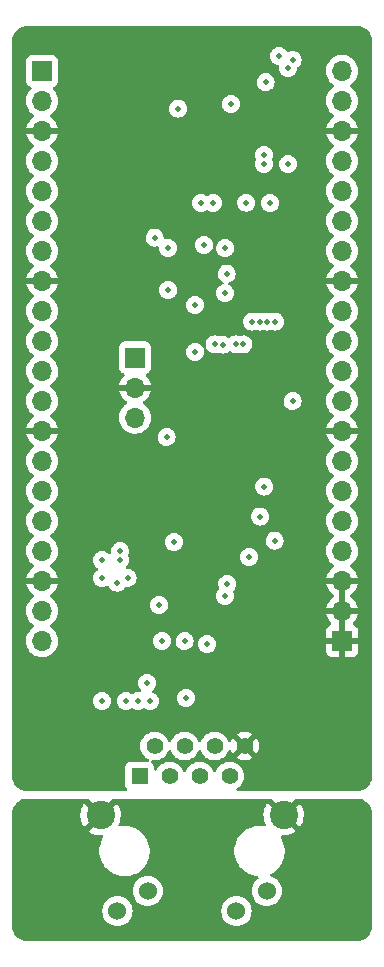
<source format=gbr>
%TF.GenerationSoftware,KiCad,Pcbnew,6.0.2+dfsg-1*%
%TF.CreationDate,2022-12-03T09:23:02-05:00*%
%TF.ProjectId,wiz5500-clone-4layer,77697a35-3530-4302-9d63-6c6f6e652d34,rev?*%
%TF.SameCoordinates,Original*%
%TF.FileFunction,Copper,L4,Bot*%
%TF.FilePolarity,Positive*%
%FSLAX46Y46*%
G04 Gerber Fmt 4.6, Leading zero omitted, Abs format (unit mm)*
G04 Created by KiCad (PCBNEW 6.0.2+dfsg-1) date 2022-12-03 09:23:02*
%MOMM*%
%LPD*%
G01*
G04 APERTURE LIST*
%TA.AperFunction,ComponentPad*%
%ADD10R,1.700000X1.700000*%
%TD*%
%TA.AperFunction,ComponentPad*%
%ADD11O,1.700000X1.700000*%
%TD*%
%TA.AperFunction,ComponentPad*%
%ADD12R,1.408000X1.408000*%
%TD*%
%TA.AperFunction,ComponentPad*%
%ADD13C,1.408000*%
%TD*%
%TA.AperFunction,ComponentPad*%
%ADD14C,1.530000*%
%TD*%
%TA.AperFunction,ComponentPad*%
%ADD15C,2.400000*%
%TD*%
%TA.AperFunction,ViaPad*%
%ADD16C,0.500000*%
%TD*%
G04 APERTURE END LIST*
D10*
%TO.P,J2,1,Pin_1*%
%TO.N,GPIO0*%
X30480000Y-73660000D03*
D11*
%TO.P,J2,2,Pin_2*%
%TO.N,GPIO1*%
X30480000Y-76200000D03*
%TO.P,J2,3,Pin_3*%
%TO.N,GND*%
X30480000Y-78740000D03*
%TO.P,J2,4,Pin_4*%
%TO.N,GPIO2*%
X30480000Y-81280000D03*
%TO.P,J2,5,Pin_5*%
%TO.N,GPIO3*%
X30480000Y-83820000D03*
%TO.P,J2,6,Pin_6*%
%TO.N,GPIO4*%
X30480000Y-86360000D03*
%TO.P,J2,7,Pin_7*%
%TO.N,GPIO5*%
X30480000Y-88900000D03*
%TO.P,J2,8,Pin_8*%
%TO.N,GND*%
X30480000Y-91440000D03*
%TO.P,J2,9,Pin_9*%
%TO.N,GPIO6*%
X30480000Y-93980000D03*
%TO.P,J2,10,Pin_10*%
%TO.N,GPIO7*%
X30480000Y-96520000D03*
%TO.P,J2,11,Pin_11*%
%TO.N,GPIO8*%
X30480000Y-99060000D03*
%TO.P,J2,12,Pin_12*%
%TO.N,GPIO9*%
X30480000Y-101600000D03*
%TO.P,J2,13,Pin_13*%
%TO.N,GND*%
X30480000Y-104140000D03*
%TO.P,J2,14,Pin_14*%
%TO.N,GPIO10*%
X30480000Y-106680000D03*
%TO.P,J2,15,Pin_15*%
%TO.N,GPIO11*%
X30480000Y-109220000D03*
%TO.P,J2,16,Pin_16*%
%TO.N,GPIO12*%
X30480000Y-111760000D03*
%TO.P,J2,17,Pin_17*%
%TO.N,GPIO13*%
X30480000Y-114300000D03*
%TO.P,J2,18,Pin_18*%
%TO.N,GND*%
X30480000Y-116840000D03*
%TO.P,J2,19,Pin_19*%
%TO.N,GPIO14*%
X30480000Y-119380000D03*
%TO.P,J2,20,Pin_20*%
%TO.N,GPIO15*%
X30480000Y-121920000D03*
%TD*%
D10*
%TO.P,J1,1,Pin_1*%
%TO.N,SWCLK*%
X38354000Y-97917000D03*
D11*
%TO.P,J1,2,Pin_2*%
%TO.N,GND*%
X38354000Y-100457000D03*
%TO.P,J1,3,Pin_3*%
%TO.N,SWDIO*%
X38354000Y-102997000D03*
%TD*%
D12*
%TO.P,P2,1*%
%TO.N,Net-(P2-Pad1)*%
X38735000Y-133350000D03*
D13*
%TO.P,P2,2*%
%TO.N,Net-(C30-Pad1)*%
X40005000Y-130810000D03*
%TO.P,P2,3*%
%TO.N,Net-(P2-Pad3)*%
X41275000Y-133350000D03*
%TO.P,P2,4*%
%TO.N,Net-(C31-Pad1)*%
X42545000Y-130810000D03*
%TO.P,P2,5*%
%TO.N,Net-(C33-Pad1)*%
X43815000Y-133350000D03*
%TO.P,P2,6*%
%TO.N,Net-(C32-Pad1)*%
X45085000Y-130810000D03*
%TO.P,P2,7*%
%TO.N,unconnected-(P2-Pad7)*%
X46355000Y-133350000D03*
%TO.P,P2,8*%
%TO.N,GND*%
X47625000Y-130810000D03*
D14*
%TO.P,P2,9*%
%TO.N,Net-(P2-Pad9)*%
X36855000Y-144780000D03*
%TO.P,P2,10*%
%TO.N,+3V3*%
X39422000Y-143080000D03*
%TO.P,P2,11*%
%TO.N,Net-(P2-Pad11)*%
X46938000Y-144780000D03*
%TO.P,P2,12*%
%TO.N,+3V3*%
X49505000Y-143080000D03*
D15*
%TO.P,P2,SH*%
%TO.N,GNDPWR*%
X50930000Y-136650000D03*
X35430000Y-136650000D03*
%TD*%
D10*
%TO.P,J3,1,Pin_1*%
%TO.N,GND*%
X55880000Y-121920000D03*
D11*
%TO.P,J3,2,Pin_2*%
X55880000Y-119380000D03*
%TO.P,J3,3,Pin_3*%
X55880000Y-116840000D03*
%TO.P,J3,4,Pin_4*%
%TO.N,GPIO22*%
X55880000Y-114300000D03*
%TO.P,J3,5,Pin_5*%
%TO.N,GPIO23*%
X55880000Y-111760000D03*
%TO.P,J3,6,Pin_6*%
%TO.N,GPIO24*%
X55880000Y-109220000D03*
%TO.P,J3,7,Pin_7*%
%TO.N,GPIO25*%
X55880000Y-106680000D03*
%TO.P,J3,8,Pin_8*%
%TO.N,GND*%
X55880000Y-104140000D03*
%TO.P,J3,9,Pin_9*%
%TO.N,RUN*%
X55880000Y-101600000D03*
%TO.P,J3,10,Pin_10*%
%TO.N,GPIO26{slash}ADC0*%
X55880000Y-99060000D03*
%TO.P,J3,11,Pin_11*%
%TO.N,GPIO27{slash}ADC1*%
X55880000Y-96520000D03*
%TO.P,J3,12,Pin_12*%
%TO.N,GPIO28{slash}ADC2*%
X55880000Y-93980000D03*
%TO.P,J3,13,Pin_13*%
%TO.N,GND*%
X55880000Y-91440000D03*
%TO.P,J3,14,Pin_14*%
%TO.N,GPIO29{slash}ADC3*%
X55880000Y-88900000D03*
%TO.P,J3,15,Pin_15*%
%TO.N,ADC_VREF*%
X55880000Y-86360000D03*
%TO.P,J3,16,Pin_16*%
%TO.N,+3V3*%
X55880000Y-83820000D03*
%TO.P,J3,17,Pin_17*%
%TO.N,3V3_EN*%
X55880000Y-81280000D03*
%TO.P,J3,18,Pin_18*%
%TO.N,GND*%
X55880000Y-78740000D03*
%TO.P,J3,19,Pin_19*%
%TO.N,VSYS*%
X55880000Y-76200000D03*
%TO.P,J3,20,Pin_20*%
%TO.N,VBUS*%
X55880000Y-73660000D03*
%TD*%
D16*
%TO.N,GND*%
X44196000Y-109982000D03*
X52070000Y-94615000D03*
X53975000Y-132588000D03*
X50292000Y-109982000D03*
X53086000Y-76200000D03*
X36322000Y-92456000D03*
X35052000Y-118110000D03*
X43580000Y-91100000D03*
X47498000Y-87122000D03*
X44704000Y-89916000D03*
X50589000Y-118149000D03*
X36830000Y-125984000D03*
X43434000Y-119888000D03*
X44450000Y-98397000D03*
X42672000Y-119888000D03*
X44704000Y-92202000D03*
X42080000Y-100242000D03*
X42164000Y-125222000D03*
X51054000Y-75974000D03*
X43434000Y-118872000D03*
X42418000Y-89916000D03*
X54610000Y-132588000D03*
X53594000Y-116586000D03*
X41910000Y-119888000D03*
X52789000Y-119849000D03*
X47244000Y-82804000D03*
X55245000Y-132588000D03*
X44196000Y-118110000D03*
X44704000Y-127000000D03*
X41402000Y-70358000D03*
X53340000Y-73406000D03*
X55880000Y-132588000D03*
X42418000Y-92202000D03*
X44196000Y-118872000D03*
X43434000Y-120650000D03*
X42672000Y-118872000D03*
X40394750Y-72381250D03*
X47752000Y-70612000D03*
X45413500Y-72425000D03*
X49022000Y-120170000D03*
X43434000Y-118110000D03*
X44196000Y-120650000D03*
X40640000Y-127000000D03*
X53340000Y-132588000D03*
X41910000Y-120650000D03*
X42672000Y-118110000D03*
X41910000Y-118872000D03*
X44196000Y-119888000D03*
X44196000Y-125476000D03*
X44280000Y-101942000D03*
X36576000Y-109982000D03*
X43942000Y-82804000D03*
X38862000Y-123190000D03*
X42672000Y-120650000D03*
X37084000Y-88138000D03*
X42672000Y-109982000D03*
X38100000Y-80518000D03*
X39551000Y-70177000D03*
X41910000Y-118110000D03*
X48006000Y-123698000D03*
X43942000Y-70358000D03*
X36322000Y-113792000D03*
%TO.N,+3V3*%
X35560000Y-115062000D03*
X45974000Y-92456000D03*
X43928000Y-84822000D03*
X44196000Y-88392000D03*
X41995000Y-76835000D03*
X45974000Y-88646000D03*
X50546000Y-72390000D03*
X49784000Y-84836000D03*
X44944000Y-84822000D03*
X37084000Y-114300000D03*
X41656000Y-113538000D03*
X49276000Y-81534000D03*
X43434000Y-93472000D03*
X51308000Y-73406000D03*
X37084000Y-115062000D03*
X51683500Y-72710000D03*
X47752000Y-84808000D03*
X49276000Y-80772000D03*
X41148000Y-88646000D03*
X41148000Y-92202000D03*
X43434000Y-97437000D03*
%TO.N,+3.3VA*%
X40640000Y-121920000D03*
X39624000Y-127000000D03*
X37592000Y-127000000D03*
X35560000Y-116586000D03*
X44450000Y-122174000D03*
X40386000Y-118872000D03*
X42545000Y-121920000D03*
%TO.N,GNDPWR*%
X53975000Y-137160000D03*
X55880000Y-137160000D03*
X55245000Y-137160000D03*
X54610000Y-137160000D03*
X53340000Y-137160000D03*
%TO.N,SWCLK*%
X45080000Y-96800000D03*
%TO.N,SWDIO*%
X45777858Y-96827131D03*
%TO.N,GPIO29{slash}ADC3*%
X51308000Y-81534000D03*
%TO.N,3V3_EN*%
X49408500Y-74610000D03*
%TO.N,GPIO24*%
X46101000Y-90805000D03*
X46482000Y-76454000D03*
%TO.N,QSPI_SS_N*%
X41021000Y-104648000D03*
X40005000Y-87757000D03*
%TO.N,RUN*%
X51689000Y-101600000D03*
%TO.N,GPIO20*%
X48917981Y-111379000D03*
X49559006Y-94869000D03*
%TO.N,Net-(R17-Pad2)*%
X38608000Y-127000000D03*
X37719000Y-116580500D03*
%TO.N,GPIO21*%
X48006000Y-114808000D03*
X50208509Y-94869000D03*
%TO.N,Net-(R20-Pad2)*%
X35560000Y-127000000D03*
X36830011Y-116980755D03*
%TO.N,Net-(R22-Pad2)*%
X42672000Y-126746000D03*
X39370000Y-125476000D03*
%TO.N,GPIO17*%
X45974000Y-118110000D03*
X47529503Y-96800000D03*
%TO.N,GPIO18*%
X50165000Y-113411000D03*
X48260000Y-94869000D03*
%TO.N,GPIO16*%
X46155500Y-117094000D03*
X46880000Y-96800000D03*
%TO.N,GPIO19*%
X48909503Y-94869000D03*
X49276000Y-108839000D03*
%TD*%
%TA.AperFunction,Conductor*%
%TO.N,GND*%
G36*
X57155474Y-69850479D02*
G01*
X57203516Y-69854682D01*
X57359555Y-69868334D01*
X57381178Y-69872146D01*
X57531625Y-69912458D01*
X57573718Y-69923737D01*
X57594358Y-69931249D01*
X57775015Y-70015492D01*
X57794026Y-70026468D01*
X57935489Y-70125522D01*
X57957314Y-70140804D01*
X57974138Y-70154922D01*
X58115078Y-70295862D01*
X58129196Y-70312686D01*
X58243532Y-70475974D01*
X58254508Y-70494985D01*
X58328102Y-70652807D01*
X58338751Y-70675643D01*
X58346263Y-70696282D01*
X58397853Y-70888818D01*
X58401667Y-70910448D01*
X58419521Y-71114526D01*
X58420000Y-71125507D01*
X58420000Y-133344493D01*
X58419521Y-133355474D01*
X58401667Y-133559552D01*
X58397854Y-133581178D01*
X58369062Y-133688632D01*
X58346263Y-133773718D01*
X58338751Y-133794357D01*
X58254508Y-133975015D01*
X58243532Y-133994026D01*
X58170226Y-134098717D01*
X58129196Y-134157314D01*
X58115078Y-134174138D01*
X57974138Y-134315078D01*
X57957314Y-134329196D01*
X57794026Y-134443532D01*
X57775015Y-134454508D01*
X57641294Y-134516864D01*
X57594357Y-134538751D01*
X57573718Y-134546263D01*
X57531625Y-134557542D01*
X57381178Y-134597854D01*
X57359555Y-134601666D01*
X57203516Y-134615318D01*
X57155474Y-134619521D01*
X57144493Y-134620000D01*
X47054803Y-134620000D01*
X46986682Y-134599998D01*
X46940189Y-134546342D01*
X46930085Y-134476068D01*
X46959579Y-134411488D01*
X46982532Y-134390787D01*
X47132846Y-134285536D01*
X47132849Y-134285534D01*
X47137357Y-134282377D01*
X47287377Y-134132357D01*
X47308540Y-134102134D01*
X47341111Y-134055617D01*
X47409067Y-133958566D01*
X47411390Y-133953584D01*
X47411393Y-133953579D01*
X47496407Y-133771266D01*
X47496408Y-133771264D01*
X47498730Y-133766284D01*
X47553641Y-133561353D01*
X47572132Y-133350000D01*
X47553641Y-133138647D01*
X47498730Y-132933716D01*
X47496407Y-132928734D01*
X47411393Y-132746421D01*
X47411390Y-132746416D01*
X47409067Y-132741434D01*
X47310932Y-132601283D01*
X47290536Y-132572154D01*
X47290534Y-132572151D01*
X47287377Y-132567643D01*
X47137357Y-132417623D01*
X47132849Y-132414466D01*
X47132846Y-132414464D01*
X47060617Y-132363889D01*
X46963566Y-132295933D01*
X46958584Y-132293610D01*
X46958579Y-132293607D01*
X46776266Y-132208593D01*
X46776264Y-132208592D01*
X46771284Y-132206270D01*
X46765976Y-132204848D01*
X46765974Y-132204847D01*
X46571668Y-132152783D01*
X46571666Y-132152783D01*
X46566353Y-132151359D01*
X46355000Y-132132868D01*
X46143647Y-132151359D01*
X46138334Y-132152783D01*
X46138332Y-132152783D01*
X45944026Y-132204847D01*
X45944024Y-132204848D01*
X45938716Y-132206270D01*
X45933736Y-132208592D01*
X45933734Y-132208593D01*
X45751421Y-132293607D01*
X45751416Y-132293610D01*
X45746434Y-132295933D01*
X45649383Y-132363889D01*
X45577154Y-132414464D01*
X45577151Y-132414466D01*
X45572643Y-132417623D01*
X45422623Y-132567643D01*
X45419466Y-132572151D01*
X45419464Y-132572154D01*
X45399068Y-132601283D01*
X45300933Y-132741434D01*
X45298610Y-132746416D01*
X45298607Y-132746421D01*
X45213593Y-132928734D01*
X45211270Y-132933716D01*
X45209848Y-132939023D01*
X45209844Y-132939034D01*
X45206706Y-132950746D01*
X45169755Y-133011368D01*
X45105894Y-133042390D01*
X45035399Y-133033961D01*
X44980653Y-132988757D01*
X44963294Y-132950746D01*
X44960156Y-132939034D01*
X44960152Y-132939023D01*
X44958730Y-132933716D01*
X44956407Y-132928734D01*
X44871393Y-132746421D01*
X44871390Y-132746416D01*
X44869067Y-132741434D01*
X44770932Y-132601283D01*
X44750536Y-132572154D01*
X44750534Y-132572151D01*
X44747377Y-132567643D01*
X44597357Y-132417623D01*
X44592849Y-132414466D01*
X44592846Y-132414464D01*
X44520617Y-132363889D01*
X44423566Y-132295933D01*
X44418584Y-132293610D01*
X44418579Y-132293607D01*
X44236266Y-132208593D01*
X44236264Y-132208592D01*
X44231284Y-132206270D01*
X44225976Y-132204848D01*
X44225974Y-132204847D01*
X44031668Y-132152783D01*
X44031666Y-132152783D01*
X44026353Y-132151359D01*
X43815000Y-132132868D01*
X43603647Y-132151359D01*
X43598334Y-132152783D01*
X43598332Y-132152783D01*
X43404026Y-132204847D01*
X43404024Y-132204848D01*
X43398716Y-132206270D01*
X43393736Y-132208592D01*
X43393734Y-132208593D01*
X43211421Y-132293607D01*
X43211416Y-132293610D01*
X43206434Y-132295933D01*
X43109383Y-132363889D01*
X43037154Y-132414464D01*
X43037151Y-132414466D01*
X43032643Y-132417623D01*
X42882623Y-132567643D01*
X42879466Y-132572151D01*
X42879464Y-132572154D01*
X42859068Y-132601283D01*
X42760933Y-132741434D01*
X42758610Y-132746416D01*
X42758607Y-132746421D01*
X42673593Y-132928734D01*
X42671270Y-132933716D01*
X42669848Y-132939023D01*
X42669844Y-132939034D01*
X42666706Y-132950746D01*
X42629755Y-133011368D01*
X42565894Y-133042390D01*
X42495399Y-133033961D01*
X42440653Y-132988757D01*
X42423294Y-132950746D01*
X42420156Y-132939034D01*
X42420152Y-132939023D01*
X42418730Y-132933716D01*
X42416407Y-132928734D01*
X42331393Y-132746421D01*
X42331390Y-132746416D01*
X42329067Y-132741434D01*
X42230932Y-132601283D01*
X42210536Y-132572154D01*
X42210534Y-132572151D01*
X42207377Y-132567643D01*
X42057357Y-132417623D01*
X42052849Y-132414466D01*
X42052846Y-132414464D01*
X41980617Y-132363889D01*
X41883566Y-132295933D01*
X41878584Y-132293610D01*
X41878579Y-132293607D01*
X41696266Y-132208593D01*
X41696264Y-132208592D01*
X41691284Y-132206270D01*
X41685976Y-132204848D01*
X41685974Y-132204847D01*
X41491668Y-132152783D01*
X41491666Y-132152783D01*
X41486353Y-132151359D01*
X41275000Y-132132868D01*
X41063647Y-132151359D01*
X41058334Y-132152783D01*
X41058332Y-132152783D01*
X40864026Y-132204847D01*
X40864024Y-132204848D01*
X40858716Y-132206270D01*
X40853736Y-132208592D01*
X40853734Y-132208593D01*
X40671421Y-132293607D01*
X40671416Y-132293610D01*
X40666434Y-132295933D01*
X40569383Y-132363889D01*
X40497154Y-132414464D01*
X40497151Y-132414466D01*
X40492643Y-132417623D01*
X40342623Y-132567643D01*
X40339466Y-132572151D01*
X40339464Y-132572154D01*
X40319068Y-132601283D01*
X40220933Y-132741434D01*
X40218610Y-132746416D01*
X40218607Y-132746421D01*
X40187695Y-132812713D01*
X40140778Y-132865998D01*
X40072500Y-132885459D01*
X40004540Y-132864917D01*
X39958475Y-132810894D01*
X39947500Y-132759463D01*
X39947500Y-132597866D01*
X39940745Y-132535684D01*
X39889615Y-132399295D01*
X39802261Y-132282739D01*
X39742702Y-132238102D01*
X39700188Y-132181244D01*
X39695162Y-132110426D01*
X39729222Y-132048132D01*
X39791553Y-132014142D01*
X39829250Y-132011756D01*
X39999525Y-132026653D01*
X40005000Y-132027132D01*
X40216353Y-132008641D01*
X40221666Y-132007217D01*
X40221668Y-132007217D01*
X40415974Y-131955153D01*
X40415976Y-131955152D01*
X40421284Y-131953730D01*
X40441674Y-131944222D01*
X40608579Y-131866393D01*
X40608584Y-131866390D01*
X40613566Y-131864067D01*
X40710617Y-131796111D01*
X40782846Y-131745536D01*
X40782849Y-131745534D01*
X40787357Y-131742377D01*
X40937377Y-131592357D01*
X41059067Y-131418566D01*
X41061390Y-131413584D01*
X41061393Y-131413579D01*
X41146407Y-131231266D01*
X41146408Y-131231264D01*
X41148730Y-131226284D01*
X41150153Y-131220974D01*
X41150156Y-131220966D01*
X41153294Y-131209254D01*
X41190245Y-131148632D01*
X41254106Y-131117610D01*
X41324601Y-131126039D01*
X41379347Y-131171243D01*
X41396706Y-131209254D01*
X41399844Y-131220966D01*
X41399847Y-131220974D01*
X41401270Y-131226284D01*
X41403592Y-131231264D01*
X41403593Y-131231266D01*
X41488607Y-131413579D01*
X41488610Y-131413584D01*
X41490933Y-131418566D01*
X41612623Y-131592357D01*
X41762643Y-131742377D01*
X41767151Y-131745534D01*
X41767154Y-131745536D01*
X41839383Y-131796111D01*
X41936434Y-131864067D01*
X41941416Y-131866390D01*
X41941421Y-131866393D01*
X42108326Y-131944222D01*
X42128716Y-131953730D01*
X42134024Y-131955152D01*
X42134026Y-131955153D01*
X42328332Y-132007217D01*
X42328334Y-132007217D01*
X42333647Y-132008641D01*
X42545000Y-132027132D01*
X42756353Y-132008641D01*
X42761666Y-132007217D01*
X42761668Y-132007217D01*
X42955974Y-131955153D01*
X42955976Y-131955152D01*
X42961284Y-131953730D01*
X42981674Y-131944222D01*
X43148579Y-131866393D01*
X43148584Y-131866390D01*
X43153566Y-131864067D01*
X43250617Y-131796111D01*
X43322846Y-131745536D01*
X43322849Y-131745534D01*
X43327357Y-131742377D01*
X43477377Y-131592357D01*
X43599067Y-131418566D01*
X43601390Y-131413584D01*
X43601393Y-131413579D01*
X43686407Y-131231266D01*
X43686408Y-131231264D01*
X43688730Y-131226284D01*
X43690153Y-131220974D01*
X43690156Y-131220966D01*
X43693294Y-131209254D01*
X43730245Y-131148632D01*
X43794106Y-131117610D01*
X43864601Y-131126039D01*
X43919347Y-131171243D01*
X43936706Y-131209254D01*
X43939844Y-131220966D01*
X43939847Y-131220974D01*
X43941270Y-131226284D01*
X43943592Y-131231264D01*
X43943593Y-131231266D01*
X44028607Y-131413579D01*
X44028610Y-131413584D01*
X44030933Y-131418566D01*
X44152623Y-131592357D01*
X44302643Y-131742377D01*
X44307151Y-131745534D01*
X44307154Y-131745536D01*
X44379383Y-131796111D01*
X44476434Y-131864067D01*
X44481416Y-131866390D01*
X44481421Y-131866393D01*
X44648326Y-131944222D01*
X44668716Y-131953730D01*
X44674024Y-131955152D01*
X44674026Y-131955153D01*
X44868332Y-132007217D01*
X44868334Y-132007217D01*
X44873647Y-132008641D01*
X45085000Y-132027132D01*
X45296353Y-132008641D01*
X45301666Y-132007217D01*
X45301668Y-132007217D01*
X45495974Y-131955153D01*
X45495976Y-131955152D01*
X45501284Y-131953730D01*
X45521674Y-131944222D01*
X45688579Y-131866393D01*
X45688584Y-131866390D01*
X45693566Y-131864067D01*
X45746313Y-131827133D01*
X46972422Y-131827133D01*
X46981718Y-131839148D01*
X47012176Y-131860475D01*
X47021672Y-131865958D01*
X47203903Y-131950933D01*
X47214199Y-131954681D01*
X47408424Y-132006724D01*
X47419211Y-132008626D01*
X47619525Y-132026151D01*
X47630475Y-132026151D01*
X47830789Y-132008626D01*
X47841576Y-132006724D01*
X48035801Y-131954681D01*
X48046097Y-131950933D01*
X48228328Y-131865958D01*
X48237824Y-131860475D01*
X48269120Y-131838561D01*
X48277495Y-131828084D01*
X48270426Y-131814636D01*
X47637812Y-131182022D01*
X47623868Y-131174408D01*
X47622035Y-131174539D01*
X47615420Y-131178790D01*
X46978852Y-131815358D01*
X46972422Y-131827133D01*
X45746313Y-131827133D01*
X45790617Y-131796111D01*
X45862846Y-131745536D01*
X45862849Y-131745534D01*
X45867357Y-131742377D01*
X46017377Y-131592357D01*
X46139067Y-131418566D01*
X46141390Y-131413584D01*
X46141393Y-131413579D01*
X46226407Y-131231266D01*
X46226408Y-131231264D01*
X46228730Y-131226284D01*
X46233552Y-131208288D01*
X46270504Y-131147665D01*
X46334364Y-131116644D01*
X46404859Y-131125072D01*
X46459606Y-131170275D01*
X46476966Y-131208289D01*
X46480317Y-131220796D01*
X46484067Y-131231097D01*
X46569042Y-131413328D01*
X46574525Y-131422824D01*
X46596439Y-131454120D01*
X46606916Y-131462495D01*
X46620364Y-131455426D01*
X47252978Y-130822812D01*
X47259356Y-130811132D01*
X47989408Y-130811132D01*
X47989539Y-130812965D01*
X47993790Y-130819580D01*
X48630358Y-131456148D01*
X48642133Y-131462578D01*
X48654148Y-131453282D01*
X48675475Y-131422824D01*
X48680958Y-131413328D01*
X48765933Y-131231097D01*
X48769681Y-131220801D01*
X48821724Y-131026576D01*
X48823626Y-131015789D01*
X48841151Y-130815475D01*
X48841151Y-130804525D01*
X48823626Y-130604211D01*
X48821724Y-130593424D01*
X48769681Y-130399199D01*
X48765933Y-130388903D01*
X48680958Y-130206672D01*
X48675475Y-130197176D01*
X48653561Y-130165880D01*
X48643084Y-130157505D01*
X48629636Y-130164574D01*
X47997022Y-130797188D01*
X47989408Y-130811132D01*
X47259356Y-130811132D01*
X47260592Y-130808868D01*
X47260461Y-130807035D01*
X47256210Y-130800420D01*
X46619642Y-130163852D01*
X46607867Y-130157422D01*
X46595852Y-130166718D01*
X46574525Y-130197176D01*
X46569042Y-130206672D01*
X46484067Y-130388903D01*
X46480317Y-130399204D01*
X46476966Y-130411711D01*
X46440015Y-130472334D01*
X46376155Y-130503356D01*
X46305660Y-130494928D01*
X46250913Y-130449726D01*
X46233552Y-130411712D01*
X46230153Y-130399026D01*
X46230152Y-130399024D01*
X46228730Y-130393716D01*
X46141510Y-130206672D01*
X46141393Y-130206421D01*
X46141390Y-130206416D01*
X46139067Y-130201434D01*
X46017377Y-130027643D01*
X45867357Y-129877623D01*
X45862849Y-129874466D01*
X45862846Y-129874464D01*
X45790617Y-129823889D01*
X45744955Y-129791916D01*
X46972505Y-129791916D01*
X46979574Y-129805364D01*
X47612188Y-130437978D01*
X47626132Y-130445592D01*
X47627965Y-130445461D01*
X47634580Y-130441210D01*
X48271148Y-129804642D01*
X48277578Y-129792867D01*
X48268282Y-129780852D01*
X48237824Y-129759525D01*
X48228328Y-129754042D01*
X48046097Y-129669067D01*
X48035801Y-129665319D01*
X47841576Y-129613276D01*
X47830789Y-129611374D01*
X47630475Y-129593849D01*
X47619525Y-129593849D01*
X47419211Y-129611374D01*
X47408424Y-129613276D01*
X47214199Y-129665319D01*
X47203903Y-129669067D01*
X47021672Y-129754042D01*
X47012176Y-129759525D01*
X46980880Y-129781439D01*
X46972505Y-129791916D01*
X45744955Y-129791916D01*
X45693566Y-129755933D01*
X45688584Y-129753610D01*
X45688579Y-129753607D01*
X45506266Y-129668593D01*
X45506264Y-129668592D01*
X45501284Y-129666270D01*
X45495976Y-129664848D01*
X45495974Y-129664847D01*
X45301668Y-129612783D01*
X45301666Y-129612783D01*
X45296353Y-129611359D01*
X45085000Y-129592868D01*
X44873647Y-129611359D01*
X44868334Y-129612783D01*
X44868332Y-129612783D01*
X44674026Y-129664847D01*
X44674024Y-129664848D01*
X44668716Y-129666270D01*
X44663736Y-129668592D01*
X44663734Y-129668593D01*
X44481421Y-129753607D01*
X44481416Y-129753610D01*
X44476434Y-129755933D01*
X44379383Y-129823889D01*
X44307154Y-129874464D01*
X44307151Y-129874466D01*
X44302643Y-129877623D01*
X44152623Y-130027643D01*
X44030933Y-130201434D01*
X44028610Y-130206416D01*
X44028607Y-130206421D01*
X44028490Y-130206672D01*
X43941270Y-130393716D01*
X43939848Y-130399023D01*
X43939844Y-130399034D01*
X43936706Y-130410746D01*
X43899755Y-130471368D01*
X43835894Y-130502390D01*
X43765399Y-130493961D01*
X43710653Y-130448757D01*
X43693294Y-130410746D01*
X43690156Y-130399034D01*
X43690152Y-130399023D01*
X43688730Y-130393716D01*
X43601510Y-130206672D01*
X43601393Y-130206421D01*
X43601390Y-130206416D01*
X43599067Y-130201434D01*
X43477377Y-130027643D01*
X43327357Y-129877623D01*
X43322849Y-129874466D01*
X43322846Y-129874464D01*
X43250617Y-129823889D01*
X43153566Y-129755933D01*
X43148584Y-129753610D01*
X43148579Y-129753607D01*
X42966266Y-129668593D01*
X42966264Y-129668592D01*
X42961284Y-129666270D01*
X42955976Y-129664848D01*
X42955974Y-129664847D01*
X42761668Y-129612783D01*
X42761666Y-129612783D01*
X42756353Y-129611359D01*
X42545000Y-129592868D01*
X42333647Y-129611359D01*
X42328334Y-129612783D01*
X42328332Y-129612783D01*
X42134026Y-129664847D01*
X42134024Y-129664848D01*
X42128716Y-129666270D01*
X42123736Y-129668592D01*
X42123734Y-129668593D01*
X41941421Y-129753607D01*
X41941416Y-129753610D01*
X41936434Y-129755933D01*
X41839383Y-129823889D01*
X41767154Y-129874464D01*
X41767151Y-129874466D01*
X41762643Y-129877623D01*
X41612623Y-130027643D01*
X41490933Y-130201434D01*
X41488610Y-130206416D01*
X41488607Y-130206421D01*
X41488490Y-130206672D01*
X41401270Y-130393716D01*
X41399848Y-130399023D01*
X41399844Y-130399034D01*
X41396706Y-130410746D01*
X41359755Y-130471368D01*
X41295894Y-130502390D01*
X41225399Y-130493961D01*
X41170653Y-130448757D01*
X41153294Y-130410746D01*
X41150156Y-130399034D01*
X41150152Y-130399023D01*
X41148730Y-130393716D01*
X41061510Y-130206672D01*
X41061393Y-130206421D01*
X41061390Y-130206416D01*
X41059067Y-130201434D01*
X40937377Y-130027643D01*
X40787357Y-129877623D01*
X40782849Y-129874466D01*
X40782846Y-129874464D01*
X40710617Y-129823889D01*
X40613566Y-129755933D01*
X40608584Y-129753610D01*
X40608579Y-129753607D01*
X40426266Y-129668593D01*
X40426264Y-129668592D01*
X40421284Y-129666270D01*
X40415976Y-129664848D01*
X40415974Y-129664847D01*
X40221668Y-129612783D01*
X40221666Y-129612783D01*
X40216353Y-129611359D01*
X40005000Y-129592868D01*
X39793647Y-129611359D01*
X39788334Y-129612783D01*
X39788332Y-129612783D01*
X39594026Y-129664847D01*
X39594024Y-129664848D01*
X39588716Y-129666270D01*
X39583736Y-129668592D01*
X39583734Y-129668593D01*
X39401421Y-129753607D01*
X39401416Y-129753610D01*
X39396434Y-129755933D01*
X39299383Y-129823889D01*
X39227154Y-129874464D01*
X39227151Y-129874466D01*
X39222643Y-129877623D01*
X39072623Y-130027643D01*
X38950933Y-130201434D01*
X38948610Y-130206416D01*
X38948607Y-130206421D01*
X38948490Y-130206672D01*
X38861270Y-130393716D01*
X38806359Y-130598647D01*
X38787868Y-130810000D01*
X38806359Y-131021353D01*
X38861270Y-131226284D01*
X38863592Y-131231264D01*
X38863593Y-131231266D01*
X38948607Y-131413579D01*
X38948610Y-131413584D01*
X38950933Y-131418566D01*
X39072623Y-131592357D01*
X39222643Y-131742377D01*
X39227151Y-131745534D01*
X39227154Y-131745536D01*
X39299383Y-131796111D01*
X39396434Y-131864067D01*
X39401416Y-131866390D01*
X39401421Y-131866393D01*
X39467713Y-131897305D01*
X39520998Y-131944222D01*
X39540459Y-132012500D01*
X39519917Y-132080460D01*
X39465894Y-132126525D01*
X39414463Y-132137500D01*
X37982866Y-132137500D01*
X37920684Y-132144255D01*
X37784295Y-132195385D01*
X37667739Y-132282739D01*
X37580385Y-132399295D01*
X37529255Y-132535684D01*
X37522500Y-132597866D01*
X37522500Y-134102134D01*
X37529255Y-134164316D01*
X37580385Y-134300705D01*
X37585771Y-134307891D01*
X37667739Y-134417261D01*
X37665036Y-134419287D01*
X37691208Y-134467217D01*
X37686143Y-134538032D01*
X37643596Y-134594868D01*
X37577076Y-134619679D01*
X37568087Y-134620000D01*
X29215507Y-134620000D01*
X29204526Y-134619521D01*
X29156484Y-134615318D01*
X29000445Y-134601666D01*
X28978822Y-134597854D01*
X28828375Y-134557542D01*
X28786282Y-134546263D01*
X28765643Y-134538751D01*
X28718706Y-134516864D01*
X28584985Y-134454508D01*
X28565974Y-134443532D01*
X28402686Y-134329196D01*
X28385862Y-134315078D01*
X28244922Y-134174138D01*
X28230804Y-134157314D01*
X28189774Y-134098717D01*
X28116468Y-133994026D01*
X28105492Y-133975015D01*
X28021249Y-133794357D01*
X28013737Y-133773718D01*
X27990938Y-133688632D01*
X27962146Y-133581178D01*
X27958333Y-133559552D01*
X27940479Y-133355474D01*
X27940000Y-133344493D01*
X27940000Y-126989343D01*
X34796775Y-126989343D01*
X34813381Y-127158699D01*
X34867094Y-127320167D01*
X34870741Y-127326189D01*
X34870742Y-127326191D01*
X34941667Y-127443301D01*
X34955246Y-127465723D01*
X35073455Y-127588132D01*
X35215846Y-127681310D01*
X35222450Y-127683766D01*
X35222452Y-127683767D01*
X35258844Y-127697301D01*
X35375341Y-127740626D01*
X35544015Y-127763132D01*
X35551026Y-127762494D01*
X35551030Y-127762494D01*
X35706462Y-127748348D01*
X35713483Y-127747709D01*
X35720185Y-127745531D01*
X35720187Y-127745531D01*
X35868623Y-127697301D01*
X35868626Y-127697300D01*
X35875322Y-127695124D01*
X36021490Y-127607990D01*
X36026584Y-127603139D01*
X36026588Y-127603136D01*
X36126280Y-127508200D01*
X36144721Y-127490639D01*
X36238891Y-127348902D01*
X36299319Y-127189825D01*
X36323001Y-127021313D01*
X36323299Y-127000000D01*
X36322104Y-126989343D01*
X36828775Y-126989343D01*
X36845381Y-127158699D01*
X36899094Y-127320167D01*
X36902741Y-127326189D01*
X36902742Y-127326191D01*
X36973667Y-127443301D01*
X36987246Y-127465723D01*
X37105455Y-127588132D01*
X37247846Y-127681310D01*
X37254450Y-127683766D01*
X37254452Y-127683767D01*
X37290844Y-127697301D01*
X37407341Y-127740626D01*
X37576015Y-127763132D01*
X37583026Y-127762494D01*
X37583030Y-127762494D01*
X37738462Y-127748348D01*
X37745483Y-127747709D01*
X37752185Y-127745531D01*
X37752187Y-127745531D01*
X37900623Y-127697301D01*
X37900626Y-127697300D01*
X37907322Y-127695124D01*
X38037307Y-127617637D01*
X38106062Y-127599937D01*
X38170817Y-127620434D01*
X38263846Y-127681310D01*
X38270450Y-127683766D01*
X38270452Y-127683767D01*
X38306844Y-127697301D01*
X38423341Y-127740626D01*
X38592015Y-127763132D01*
X38599026Y-127762494D01*
X38599030Y-127762494D01*
X38754462Y-127748348D01*
X38761483Y-127747709D01*
X38768185Y-127745531D01*
X38768187Y-127745531D01*
X38916623Y-127697301D01*
X38916626Y-127697300D01*
X38923322Y-127695124D01*
X39053307Y-127617637D01*
X39122062Y-127599937D01*
X39186817Y-127620434D01*
X39279846Y-127681310D01*
X39286450Y-127683766D01*
X39286452Y-127683767D01*
X39322844Y-127697301D01*
X39439341Y-127740626D01*
X39608015Y-127763132D01*
X39615026Y-127762494D01*
X39615030Y-127762494D01*
X39770462Y-127748348D01*
X39777483Y-127747709D01*
X39784185Y-127745531D01*
X39784187Y-127745531D01*
X39932623Y-127697301D01*
X39932626Y-127697300D01*
X39939322Y-127695124D01*
X40085490Y-127607990D01*
X40090584Y-127603139D01*
X40090588Y-127603136D01*
X40190280Y-127508200D01*
X40208721Y-127490639D01*
X40302891Y-127348902D01*
X40363319Y-127189825D01*
X40387001Y-127021313D01*
X40387299Y-127000000D01*
X40368331Y-126830892D01*
X40335057Y-126735343D01*
X41908775Y-126735343D01*
X41925381Y-126904699D01*
X41979094Y-127066167D01*
X41982741Y-127072189D01*
X41982742Y-127072191D01*
X42057975Y-127196414D01*
X42067246Y-127211723D01*
X42185455Y-127334132D01*
X42327846Y-127427310D01*
X42334450Y-127429766D01*
X42334452Y-127429767D01*
X42370844Y-127443301D01*
X42487341Y-127486626D01*
X42656015Y-127509132D01*
X42663026Y-127508494D01*
X42663030Y-127508494D01*
X42818462Y-127494348D01*
X42825483Y-127493709D01*
X42832185Y-127491531D01*
X42832187Y-127491531D01*
X42980623Y-127443301D01*
X42980626Y-127443300D01*
X42987322Y-127441124D01*
X43133490Y-127353990D01*
X43138584Y-127349139D01*
X43138588Y-127349136D01*
X43205833Y-127285099D01*
X43256721Y-127236639D01*
X43283447Y-127196414D01*
X43346990Y-127100773D01*
X43350891Y-127094902D01*
X43411319Y-126935825D01*
X43435001Y-126767313D01*
X43435299Y-126746000D01*
X43416331Y-126576892D01*
X43360368Y-126416189D01*
X43356582Y-126410129D01*
X43298841Y-126317727D01*
X43270192Y-126271879D01*
X43254458Y-126256034D01*
X43155248Y-126156129D01*
X43150286Y-126151132D01*
X43134039Y-126140821D01*
X43044487Y-126083990D01*
X43006608Y-126059951D01*
X42846300Y-126002868D01*
X42677329Y-125982720D01*
X42670326Y-125983456D01*
X42670325Y-125983456D01*
X42515101Y-125999770D01*
X42515097Y-125999771D01*
X42508093Y-126000507D01*
X42501422Y-126002778D01*
X42353673Y-126053075D01*
X42353670Y-126053076D01*
X42347003Y-126055346D01*
X42341005Y-126059036D01*
X42341003Y-126059037D01*
X42208065Y-126140821D01*
X42208063Y-126140823D01*
X42202066Y-126144512D01*
X42197033Y-126149441D01*
X42088185Y-126256034D01*
X42080486Y-126263573D01*
X42076675Y-126269487D01*
X42076673Y-126269489D01*
X41993523Y-126398512D01*
X41988304Y-126406610D01*
X41930103Y-126566516D01*
X41908775Y-126735343D01*
X40335057Y-126735343D01*
X40312368Y-126670189D01*
X40306383Y-126660610D01*
X40243449Y-126559897D01*
X40222192Y-126525879D01*
X40102286Y-126405132D01*
X40086039Y-126394821D01*
X40047406Y-126370304D01*
X39958608Y-126313951D01*
X39883269Y-126287124D01*
X39825805Y-126245430D01*
X39800004Y-126179288D01*
X39814059Y-126109696D01*
X39838643Y-126077180D01*
X39949614Y-125971503D01*
X39949617Y-125971500D01*
X39954721Y-125966639D01*
X40048891Y-125824902D01*
X40109319Y-125665825D01*
X40133001Y-125497313D01*
X40133299Y-125476000D01*
X40114331Y-125306892D01*
X40058368Y-125146189D01*
X40052383Y-125136610D01*
X40030420Y-125101464D01*
X39968192Y-125001879D01*
X39848286Y-124881132D01*
X39832039Y-124870821D01*
X39793406Y-124846304D01*
X39704608Y-124789951D01*
X39544300Y-124732868D01*
X39375329Y-124712720D01*
X39368326Y-124713456D01*
X39368325Y-124713456D01*
X39213101Y-124729770D01*
X39213097Y-124729771D01*
X39206093Y-124730507D01*
X39199422Y-124732778D01*
X39051673Y-124783075D01*
X39051670Y-124783076D01*
X39045003Y-124785346D01*
X39039005Y-124789036D01*
X39039003Y-124789037D01*
X38906065Y-124870821D01*
X38906063Y-124870823D01*
X38900066Y-124874512D01*
X38778486Y-124993573D01*
X38686304Y-125136610D01*
X38628103Y-125296516D01*
X38606775Y-125465343D01*
X38623381Y-125634699D01*
X38677094Y-125796167D01*
X38680741Y-125802189D01*
X38680742Y-125802191D01*
X38694497Y-125824902D01*
X38765246Y-125941723D01*
X38822013Y-126000507D01*
X38861159Y-126041044D01*
X38894091Y-126103941D01*
X38887791Y-126174657D01*
X38844259Y-126230742D01*
X38777316Y-126254388D01*
X38755607Y-126253685D01*
X38613329Y-126236720D01*
X38606326Y-126237456D01*
X38606325Y-126237456D01*
X38451101Y-126253770D01*
X38451097Y-126253771D01*
X38444093Y-126254507D01*
X38437422Y-126256778D01*
X38289673Y-126307075D01*
X38289670Y-126307076D01*
X38283003Y-126309346D01*
X38277005Y-126313036D01*
X38277003Y-126313037D01*
X38165411Y-126381689D01*
X38096910Y-126400347D01*
X38031877Y-126380757D01*
X37926608Y-126313951D01*
X37766300Y-126256868D01*
X37597329Y-126236720D01*
X37590326Y-126237456D01*
X37590325Y-126237456D01*
X37435101Y-126253770D01*
X37435097Y-126253771D01*
X37428093Y-126254507D01*
X37421422Y-126256778D01*
X37273673Y-126307075D01*
X37273670Y-126307076D01*
X37267003Y-126309346D01*
X37261005Y-126313036D01*
X37261003Y-126313037D01*
X37128065Y-126394821D01*
X37128063Y-126394823D01*
X37122066Y-126398512D01*
X37000486Y-126517573D01*
X36996675Y-126523487D01*
X36996673Y-126523489D01*
X36912121Y-126654687D01*
X36908304Y-126660610D01*
X36850103Y-126820516D01*
X36828775Y-126989343D01*
X36322104Y-126989343D01*
X36304331Y-126830892D01*
X36248368Y-126670189D01*
X36242383Y-126660610D01*
X36179449Y-126559897D01*
X36158192Y-126525879D01*
X36038286Y-126405132D01*
X36022039Y-126394821D01*
X35983406Y-126370304D01*
X35894608Y-126313951D01*
X35734300Y-126256868D01*
X35565329Y-126236720D01*
X35558326Y-126237456D01*
X35558325Y-126237456D01*
X35403101Y-126253770D01*
X35403097Y-126253771D01*
X35396093Y-126254507D01*
X35389422Y-126256778D01*
X35241673Y-126307075D01*
X35241670Y-126307076D01*
X35235003Y-126309346D01*
X35229005Y-126313036D01*
X35229003Y-126313037D01*
X35096065Y-126394821D01*
X35096063Y-126394823D01*
X35090066Y-126398512D01*
X34968486Y-126517573D01*
X34964675Y-126523487D01*
X34964673Y-126523489D01*
X34880121Y-126654687D01*
X34876304Y-126660610D01*
X34818103Y-126820516D01*
X34796775Y-126989343D01*
X27940000Y-126989343D01*
X27940000Y-121886695D01*
X29117251Y-121886695D01*
X29117548Y-121891848D01*
X29117548Y-121891851D01*
X29128322Y-122078699D01*
X29130110Y-122109715D01*
X29131247Y-122114761D01*
X29131248Y-122114767D01*
X29150282Y-122199223D01*
X29179222Y-122327639D01*
X29217461Y-122421811D01*
X29254079Y-122511990D01*
X29263266Y-122534616D01*
X29265965Y-122539020D01*
X29345922Y-122669498D01*
X29379987Y-122725088D01*
X29526250Y-122893938D01*
X29698126Y-123036632D01*
X29891000Y-123149338D01*
X30099692Y-123229030D01*
X30104760Y-123230061D01*
X30104763Y-123230062D01*
X30212017Y-123251883D01*
X30318597Y-123273567D01*
X30323772Y-123273757D01*
X30323774Y-123273757D01*
X30536673Y-123281564D01*
X30536677Y-123281564D01*
X30541837Y-123281753D01*
X30546957Y-123281097D01*
X30546959Y-123281097D01*
X30758288Y-123254025D01*
X30758289Y-123254025D01*
X30763416Y-123253368D01*
X30768366Y-123251883D01*
X30972429Y-123190661D01*
X30972434Y-123190659D01*
X30977384Y-123189174D01*
X31177994Y-123090896D01*
X31359860Y-122961173D01*
X31384626Y-122936494D01*
X31514435Y-122807137D01*
X31518096Y-122803489D01*
X31537033Y-122777136D01*
X31645435Y-122626277D01*
X31648453Y-122622077D01*
X31650814Y-122617301D01*
X31745136Y-122426453D01*
X31745137Y-122426451D01*
X31747430Y-122421811D01*
X31792104Y-122274773D01*
X31810865Y-122213023D01*
X31810865Y-122213021D01*
X31812370Y-122208069D01*
X31841529Y-121986590D01*
X31843156Y-121920000D01*
X31842280Y-121909343D01*
X39876775Y-121909343D01*
X39893381Y-122078699D01*
X39947094Y-122240167D01*
X39950741Y-122246189D01*
X39950742Y-122246191D01*
X40025975Y-122370414D01*
X40035246Y-122385723D01*
X40153455Y-122508132D01*
X40295846Y-122601310D01*
X40302450Y-122603766D01*
X40302452Y-122603767D01*
X40351686Y-122622077D01*
X40455341Y-122660626D01*
X40624015Y-122683132D01*
X40631026Y-122682494D01*
X40631030Y-122682494D01*
X40786462Y-122668348D01*
X40793483Y-122667709D01*
X40800185Y-122665531D01*
X40800187Y-122665531D01*
X40948623Y-122617301D01*
X40948626Y-122617300D01*
X40955322Y-122615124D01*
X41101490Y-122527990D01*
X41106584Y-122523139D01*
X41106588Y-122523136D01*
X41173833Y-122459099D01*
X41224721Y-122410639D01*
X41251447Y-122370414D01*
X41314990Y-122274773D01*
X41318891Y-122268902D01*
X41379319Y-122109825D01*
X41403001Y-121941313D01*
X41403299Y-121920000D01*
X41402104Y-121909343D01*
X41781775Y-121909343D01*
X41798381Y-122078699D01*
X41852094Y-122240167D01*
X41855741Y-122246189D01*
X41855742Y-122246191D01*
X41930975Y-122370414D01*
X41940246Y-122385723D01*
X42058455Y-122508132D01*
X42200846Y-122601310D01*
X42207450Y-122603766D01*
X42207452Y-122603767D01*
X42256686Y-122622077D01*
X42360341Y-122660626D01*
X42529015Y-122683132D01*
X42536026Y-122682494D01*
X42536030Y-122682494D01*
X42691462Y-122668348D01*
X42698483Y-122667709D01*
X42705185Y-122665531D01*
X42705187Y-122665531D01*
X42853623Y-122617301D01*
X42853626Y-122617300D01*
X42860322Y-122615124D01*
X43006490Y-122527990D01*
X43011584Y-122523139D01*
X43011588Y-122523136D01*
X43078833Y-122459099D01*
X43129721Y-122410639D01*
X43156447Y-122370414D01*
X43219990Y-122274773D01*
X43223891Y-122268902D01*
X43263989Y-122163343D01*
X43686775Y-122163343D01*
X43703381Y-122332699D01*
X43757094Y-122494167D01*
X43760741Y-122500189D01*
X43760742Y-122500191D01*
X43837103Y-122626277D01*
X43845246Y-122639723D01*
X43963455Y-122762132D01*
X44026655Y-122803489D01*
X44054164Y-122821490D01*
X44105846Y-122855310D01*
X44112450Y-122857766D01*
X44112452Y-122857767D01*
X44151670Y-122872352D01*
X44265341Y-122914626D01*
X44434015Y-122937132D01*
X44441026Y-122936494D01*
X44441030Y-122936494D01*
X44596462Y-122922348D01*
X44603483Y-122921709D01*
X44610185Y-122919531D01*
X44610187Y-122919531D01*
X44758623Y-122871301D01*
X44758626Y-122871300D01*
X44765322Y-122869124D01*
X44856671Y-122814669D01*
X54522001Y-122814669D01*
X54522371Y-122821490D01*
X54527895Y-122872352D01*
X54531521Y-122887604D01*
X54576676Y-123008054D01*
X54585214Y-123023649D01*
X54661715Y-123125724D01*
X54674276Y-123138285D01*
X54776351Y-123214786D01*
X54791946Y-123223324D01*
X54912394Y-123268478D01*
X54927649Y-123272105D01*
X54978514Y-123277631D01*
X54985328Y-123278000D01*
X55607885Y-123278000D01*
X55623124Y-123273525D01*
X55624329Y-123272135D01*
X55626000Y-123264452D01*
X55626000Y-123259884D01*
X56134000Y-123259884D01*
X56138475Y-123275123D01*
X56139865Y-123276328D01*
X56147548Y-123277999D01*
X56774669Y-123277999D01*
X56781490Y-123277629D01*
X56832352Y-123272105D01*
X56847604Y-123268479D01*
X56968054Y-123223324D01*
X56983649Y-123214786D01*
X57085724Y-123138285D01*
X57098285Y-123125724D01*
X57174786Y-123023649D01*
X57183324Y-123008054D01*
X57228478Y-122887606D01*
X57232105Y-122872351D01*
X57237631Y-122821486D01*
X57238000Y-122814672D01*
X57238000Y-122192115D01*
X57233525Y-122176876D01*
X57232135Y-122175671D01*
X57224452Y-122174000D01*
X56152115Y-122174000D01*
X56136876Y-122178475D01*
X56135671Y-122179865D01*
X56134000Y-122187548D01*
X56134000Y-123259884D01*
X55626000Y-123259884D01*
X55626000Y-122192115D01*
X55621525Y-122176876D01*
X55620135Y-122175671D01*
X55612452Y-122174000D01*
X54540116Y-122174000D01*
X54524877Y-122178475D01*
X54523672Y-122179865D01*
X54522001Y-122187548D01*
X54522001Y-122814669D01*
X44856671Y-122814669D01*
X44911490Y-122781990D01*
X44916584Y-122777139D01*
X44916588Y-122777136D01*
X45016280Y-122682200D01*
X45034721Y-122664639D01*
X45128891Y-122522902D01*
X45189319Y-122363825D01*
X45213001Y-122195313D01*
X45213217Y-122179865D01*
X45213244Y-122177961D01*
X45213244Y-122177955D01*
X45213299Y-122174000D01*
X45194331Y-122004892D01*
X45138368Y-121844189D01*
X45132383Y-121834610D01*
X45069449Y-121733897D01*
X45048192Y-121699879D01*
X45040708Y-121692342D01*
X44996560Y-121647885D01*
X54522000Y-121647885D01*
X54526475Y-121663124D01*
X54527865Y-121664329D01*
X54535548Y-121666000D01*
X55607885Y-121666000D01*
X55623124Y-121661525D01*
X55624329Y-121660135D01*
X55626000Y-121652452D01*
X55626000Y-121647885D01*
X56134000Y-121647885D01*
X56138475Y-121663124D01*
X56139865Y-121664329D01*
X56147548Y-121666000D01*
X57219884Y-121666000D01*
X57235123Y-121661525D01*
X57236328Y-121660135D01*
X57237999Y-121652452D01*
X57237999Y-121025331D01*
X57237629Y-121018510D01*
X57232105Y-120967648D01*
X57228479Y-120952396D01*
X57183324Y-120831946D01*
X57174786Y-120816351D01*
X57098285Y-120714276D01*
X57085724Y-120701715D01*
X56983649Y-120625214D01*
X56968054Y-120616676D01*
X56857297Y-120575155D01*
X56800533Y-120532513D01*
X56775833Y-120465952D01*
X56791040Y-120396603D01*
X56812587Y-120367922D01*
X56914057Y-120266805D01*
X56920730Y-120258965D01*
X57045003Y-120086020D01*
X57050313Y-120077183D01*
X57144670Y-119886267D01*
X57148469Y-119876672D01*
X57210377Y-119672910D01*
X57212555Y-119662837D01*
X57213986Y-119651962D01*
X57211775Y-119637778D01*
X57198617Y-119634000D01*
X56152115Y-119634000D01*
X56136876Y-119638475D01*
X56135671Y-119639865D01*
X56134000Y-119647548D01*
X56134000Y-121647885D01*
X55626000Y-121647885D01*
X55626000Y-119652115D01*
X55621525Y-119636876D01*
X55620135Y-119635671D01*
X55612452Y-119634000D01*
X54563225Y-119634000D01*
X54549694Y-119637973D01*
X54548257Y-119647966D01*
X54578565Y-119782446D01*
X54581645Y-119792275D01*
X54661770Y-119989603D01*
X54666413Y-119998794D01*
X54777694Y-120180388D01*
X54783777Y-120188699D01*
X54923213Y-120349667D01*
X54930578Y-120356881D01*
X54935966Y-120361354D01*
X54975599Y-120420258D01*
X54977095Y-120491239D01*
X54939978Y-120551761D01*
X54899707Y-120576278D01*
X54791948Y-120616675D01*
X54776351Y-120625214D01*
X54674276Y-120701715D01*
X54661715Y-120714276D01*
X54585214Y-120816351D01*
X54576676Y-120831946D01*
X54531522Y-120952394D01*
X54527895Y-120967649D01*
X54522369Y-121018514D01*
X54522000Y-121025328D01*
X54522000Y-121647885D01*
X44996560Y-121647885D01*
X44990264Y-121641545D01*
X44928286Y-121579132D01*
X44912039Y-121568821D01*
X44873406Y-121544304D01*
X44784608Y-121487951D01*
X44624300Y-121430868D01*
X44455329Y-121410720D01*
X44448326Y-121411456D01*
X44448325Y-121411456D01*
X44293101Y-121427770D01*
X44293097Y-121427771D01*
X44286093Y-121428507D01*
X44279422Y-121430778D01*
X44131673Y-121481075D01*
X44131670Y-121481076D01*
X44125003Y-121483346D01*
X44119005Y-121487036D01*
X44119003Y-121487037D01*
X43986065Y-121568821D01*
X43986063Y-121568823D01*
X43980066Y-121572512D01*
X43965035Y-121587232D01*
X43880815Y-121669707D01*
X43858486Y-121691573D01*
X43854675Y-121697487D01*
X43854673Y-121697489D01*
X43770121Y-121828687D01*
X43766304Y-121834610D01*
X43708103Y-121994516D01*
X43686775Y-122163343D01*
X43263989Y-122163343D01*
X43284319Y-122109825D01*
X43308001Y-121941313D01*
X43308299Y-121920000D01*
X43289331Y-121750892D01*
X43233368Y-121590189D01*
X43229582Y-121584129D01*
X43171843Y-121491730D01*
X43143192Y-121445879D01*
X43127458Y-121430034D01*
X43028248Y-121330129D01*
X43023286Y-121325132D01*
X43007039Y-121314821D01*
X42938763Y-121271492D01*
X42879608Y-121233951D01*
X42719300Y-121176868D01*
X42550329Y-121156720D01*
X42543326Y-121157456D01*
X42543325Y-121157456D01*
X42388101Y-121173770D01*
X42388097Y-121173771D01*
X42381093Y-121174507D01*
X42374422Y-121176778D01*
X42226673Y-121227075D01*
X42226670Y-121227076D01*
X42220003Y-121229346D01*
X42214005Y-121233036D01*
X42214003Y-121233037D01*
X42081065Y-121314821D01*
X42081063Y-121314823D01*
X42075066Y-121318512D01*
X42070033Y-121323441D01*
X41961185Y-121430034D01*
X41953486Y-121437573D01*
X41949675Y-121443487D01*
X41949673Y-121443489D01*
X41866523Y-121572512D01*
X41861304Y-121580610D01*
X41803103Y-121740516D01*
X41781775Y-121909343D01*
X41402104Y-121909343D01*
X41384331Y-121750892D01*
X41328368Y-121590189D01*
X41324582Y-121584129D01*
X41266843Y-121491730D01*
X41238192Y-121445879D01*
X41222458Y-121430034D01*
X41123248Y-121330129D01*
X41118286Y-121325132D01*
X41102039Y-121314821D01*
X41033763Y-121271492D01*
X40974608Y-121233951D01*
X40814300Y-121176868D01*
X40645329Y-121156720D01*
X40638326Y-121157456D01*
X40638325Y-121157456D01*
X40483101Y-121173770D01*
X40483097Y-121173771D01*
X40476093Y-121174507D01*
X40469422Y-121176778D01*
X40321673Y-121227075D01*
X40321670Y-121227076D01*
X40315003Y-121229346D01*
X40309005Y-121233036D01*
X40309003Y-121233037D01*
X40176065Y-121314821D01*
X40176063Y-121314823D01*
X40170066Y-121318512D01*
X40165033Y-121323441D01*
X40056185Y-121430034D01*
X40048486Y-121437573D01*
X40044675Y-121443487D01*
X40044673Y-121443489D01*
X39961523Y-121572512D01*
X39956304Y-121580610D01*
X39898103Y-121740516D01*
X39876775Y-121909343D01*
X31842280Y-121909343D01*
X31824852Y-121697361D01*
X31770431Y-121480702D01*
X31681354Y-121275840D01*
X31560014Y-121088277D01*
X31409670Y-120923051D01*
X31405619Y-120919852D01*
X31405615Y-120919848D01*
X31238414Y-120787800D01*
X31238410Y-120787798D01*
X31234359Y-120784598D01*
X31193053Y-120761796D01*
X31143084Y-120711364D01*
X31128312Y-120641921D01*
X31153428Y-120575516D01*
X31180780Y-120548909D01*
X31224603Y-120517650D01*
X31359860Y-120421173D01*
X31413298Y-120367922D01*
X31514435Y-120267137D01*
X31518096Y-120263489D01*
X31577594Y-120180689D01*
X31645435Y-120086277D01*
X31648453Y-120082077D01*
X31747430Y-119881811D01*
X31812370Y-119668069D01*
X31841529Y-119446590D01*
X31843156Y-119380000D01*
X31824852Y-119157361D01*
X31770431Y-118940702D01*
X31735925Y-118861343D01*
X39622775Y-118861343D01*
X39639381Y-119030699D01*
X39693094Y-119192167D01*
X39696741Y-119198189D01*
X39696742Y-119198191D01*
X39710497Y-119220902D01*
X39781246Y-119337723D01*
X39899455Y-119460132D01*
X40041846Y-119553310D01*
X40048450Y-119555766D01*
X40048452Y-119555767D01*
X40084844Y-119569301D01*
X40201341Y-119612626D01*
X40370015Y-119635132D01*
X40377026Y-119634494D01*
X40377030Y-119634494D01*
X40532462Y-119620348D01*
X40539483Y-119619709D01*
X40546185Y-119617531D01*
X40546187Y-119617531D01*
X40694623Y-119569301D01*
X40694626Y-119569300D01*
X40701322Y-119567124D01*
X40847490Y-119479990D01*
X40852584Y-119475139D01*
X40852588Y-119475136D01*
X40919833Y-119411099D01*
X40970721Y-119362639D01*
X41064891Y-119220902D01*
X41105430Y-119114183D01*
X54544389Y-119114183D01*
X54545912Y-119122607D01*
X54558292Y-119126000D01*
X55607885Y-119126000D01*
X55623124Y-119121525D01*
X55624329Y-119120135D01*
X55626000Y-119112452D01*
X55626000Y-119107885D01*
X56134000Y-119107885D01*
X56138475Y-119123124D01*
X56139865Y-119124329D01*
X56147548Y-119126000D01*
X57198344Y-119126000D01*
X57211875Y-119122027D01*
X57213180Y-119112947D01*
X57171214Y-118945875D01*
X57167894Y-118936124D01*
X57082972Y-118740814D01*
X57078105Y-118731739D01*
X56962426Y-118552926D01*
X56956136Y-118544757D01*
X56812806Y-118387240D01*
X56805273Y-118380215D01*
X56638139Y-118248222D01*
X56629552Y-118242517D01*
X56592116Y-118221851D01*
X56542146Y-118171419D01*
X56527374Y-118101976D01*
X56552490Y-118035571D01*
X56579842Y-118008964D01*
X56755327Y-117883792D01*
X56763200Y-117877139D01*
X56914052Y-117726812D01*
X56920730Y-117718965D01*
X57045003Y-117546020D01*
X57050313Y-117537183D01*
X57144670Y-117346267D01*
X57148469Y-117336672D01*
X57210377Y-117132910D01*
X57212555Y-117122837D01*
X57213986Y-117111962D01*
X57211775Y-117097778D01*
X57198617Y-117094000D01*
X56152115Y-117094000D01*
X56136876Y-117098475D01*
X56135671Y-117099865D01*
X56134000Y-117107548D01*
X56134000Y-119107885D01*
X55626000Y-119107885D01*
X55626000Y-117112115D01*
X55621525Y-117096876D01*
X55620135Y-117095671D01*
X55612452Y-117094000D01*
X54563225Y-117094000D01*
X54549694Y-117097973D01*
X54548257Y-117107966D01*
X54578565Y-117242446D01*
X54581645Y-117252275D01*
X54661770Y-117449603D01*
X54666413Y-117458794D01*
X54777694Y-117640388D01*
X54783777Y-117648699D01*
X54923213Y-117809667D01*
X54930580Y-117816883D01*
X55094434Y-117952916D01*
X55102881Y-117958831D01*
X55172479Y-117999501D01*
X55221203Y-118051140D01*
X55234274Y-118120923D01*
X55207543Y-118186694D01*
X55167087Y-118220053D01*
X55158462Y-118224542D01*
X55149738Y-118230036D01*
X54979433Y-118357905D01*
X54971726Y-118364748D01*
X54824590Y-118518717D01*
X54818104Y-118526727D01*
X54698098Y-118702649D01*
X54693000Y-118711623D01*
X54603338Y-118904783D01*
X54599775Y-118914470D01*
X54544389Y-119114183D01*
X41105430Y-119114183D01*
X41125319Y-119061825D01*
X41149001Y-118893313D01*
X41149299Y-118872000D01*
X41130331Y-118702892D01*
X41074368Y-118542189D01*
X41068383Y-118532610D01*
X41046420Y-118497464D01*
X40984192Y-118397879D01*
X40864286Y-118277132D01*
X40848039Y-118266821D01*
X40790075Y-118230036D01*
X40720608Y-118185951D01*
X40560300Y-118128868D01*
X40391329Y-118108720D01*
X40384326Y-118109456D01*
X40384325Y-118109456D01*
X40229101Y-118125770D01*
X40229097Y-118125771D01*
X40222093Y-118126507D01*
X40215422Y-118128778D01*
X40067673Y-118179075D01*
X40067670Y-118179076D01*
X40061003Y-118181346D01*
X40055005Y-118185036D01*
X40055003Y-118185037D01*
X39922065Y-118266821D01*
X39922063Y-118266823D01*
X39916066Y-118270512D01*
X39794486Y-118389573D01*
X39790675Y-118395487D01*
X39790673Y-118395489D01*
X39709053Y-118522138D01*
X39702304Y-118532610D01*
X39644103Y-118692516D01*
X39622775Y-118861343D01*
X31735925Y-118861343D01*
X31681354Y-118735840D01*
X31593889Y-118600639D01*
X31562822Y-118552617D01*
X31562820Y-118552614D01*
X31560014Y-118548277D01*
X31409670Y-118383051D01*
X31405619Y-118379852D01*
X31405615Y-118379848D01*
X31238414Y-118247800D01*
X31238410Y-118247798D01*
X31234359Y-118244598D01*
X31192569Y-118221529D01*
X31142598Y-118171097D01*
X31127826Y-118101654D01*
X31128700Y-118099343D01*
X45210775Y-118099343D01*
X45227381Y-118268699D01*
X45229605Y-118275384D01*
X45229605Y-118275385D01*
X45235413Y-118292845D01*
X45281094Y-118430167D01*
X45284741Y-118436189D01*
X45284742Y-118436191D01*
X45355440Y-118552926D01*
X45369246Y-118575723D01*
X45487455Y-118698132D01*
X45629846Y-118791310D01*
X45636450Y-118793766D01*
X45636452Y-118793767D01*
X45672844Y-118807301D01*
X45789341Y-118850626D01*
X45958015Y-118873132D01*
X45965026Y-118872494D01*
X45965030Y-118872494D01*
X46120462Y-118858348D01*
X46127483Y-118857709D01*
X46134185Y-118855531D01*
X46134187Y-118855531D01*
X46282623Y-118807301D01*
X46282626Y-118807300D01*
X46289322Y-118805124D01*
X46435490Y-118717990D01*
X46440584Y-118713139D01*
X46440588Y-118713136D01*
X46507833Y-118649099D01*
X46558721Y-118600639D01*
X46590422Y-118552926D01*
X46648990Y-118464773D01*
X46652891Y-118458902D01*
X46713319Y-118299825D01*
X46737001Y-118131313D01*
X46737146Y-118120923D01*
X46737244Y-118113961D01*
X46737244Y-118113955D01*
X46737299Y-118110000D01*
X46718331Y-117940892D01*
X46672634Y-117809667D01*
X46664686Y-117786845D01*
X46664686Y-117786844D01*
X46662368Y-117780189D01*
X46661084Y-117778134D01*
X46649985Y-117709861D01*
X46678288Y-117644750D01*
X46688119Y-117634255D01*
X46695136Y-117627573D01*
X46740221Y-117584639D01*
X46748124Y-117572745D01*
X46799083Y-117496044D01*
X46834391Y-117442902D01*
X46894819Y-117283825D01*
X46918501Y-117115313D01*
X46918717Y-117099865D01*
X46918744Y-117097961D01*
X46918744Y-117097955D01*
X46918799Y-117094000D01*
X46899831Y-116924892D01*
X46843868Y-116764189D01*
X46837883Y-116754610D01*
X46815920Y-116719464D01*
X46753692Y-116619879D01*
X46633786Y-116499132D01*
X46617539Y-116488821D01*
X46528285Y-116432179D01*
X46490108Y-116407951D01*
X46329800Y-116350868D01*
X46160829Y-116330720D01*
X46153826Y-116331456D01*
X46153825Y-116331456D01*
X45998601Y-116347770D01*
X45998597Y-116347771D01*
X45991593Y-116348507D01*
X45984922Y-116350778D01*
X45837173Y-116401075D01*
X45837170Y-116401076D01*
X45830503Y-116403346D01*
X45824505Y-116407036D01*
X45824503Y-116407037D01*
X45691565Y-116488821D01*
X45691563Y-116488823D01*
X45685566Y-116492512D01*
X45680533Y-116497441D01*
X45600983Y-116575343D01*
X45563986Y-116611573D01*
X45471804Y-116754610D01*
X45413603Y-116914516D01*
X45392275Y-117083343D01*
X45408881Y-117252699D01*
X45411105Y-117259384D01*
X45411105Y-117259385D01*
X45416507Y-117275624D01*
X45462594Y-117414167D01*
X45466243Y-117420193D01*
X45468841Y-117425815D01*
X45479256Y-117496044D01*
X45450049Y-117560754D01*
X45442620Y-117568685D01*
X45382486Y-117627573D01*
X45378675Y-117633487D01*
X45378673Y-117633489D01*
X45307937Y-117743249D01*
X45290304Y-117770610D01*
X45232103Y-117930516D01*
X45210775Y-118099343D01*
X31128700Y-118099343D01*
X31152942Y-118035248D01*
X31180294Y-118008641D01*
X31355328Y-117883792D01*
X31363200Y-117877139D01*
X31514052Y-117726812D01*
X31520730Y-117718965D01*
X31645003Y-117546020D01*
X31650313Y-117537183D01*
X31744670Y-117346267D01*
X31748469Y-117336672D01*
X31810377Y-117132910D01*
X31812555Y-117122837D01*
X31813986Y-117111962D01*
X31811775Y-117097778D01*
X31798617Y-117094000D01*
X29163225Y-117094000D01*
X29149694Y-117097973D01*
X29148257Y-117107966D01*
X29178565Y-117242446D01*
X29181645Y-117252275D01*
X29261770Y-117449603D01*
X29266413Y-117458794D01*
X29377694Y-117640388D01*
X29383777Y-117648699D01*
X29523213Y-117809667D01*
X29530580Y-117816883D01*
X29694434Y-117952916D01*
X29702881Y-117958831D01*
X29771969Y-117999203D01*
X29820693Y-118050842D01*
X29833764Y-118120625D01*
X29807033Y-118186396D01*
X29766584Y-118219752D01*
X29753607Y-118226507D01*
X29749474Y-118229610D01*
X29749471Y-118229612D01*
X29579100Y-118357530D01*
X29574965Y-118360635D01*
X29420629Y-118522138D01*
X29417715Y-118526410D01*
X29417714Y-118526411D01*
X29413485Y-118532610D01*
X29294743Y-118706680D01*
X29279003Y-118740590D01*
X29216166Y-118875961D01*
X29200688Y-118909305D01*
X29140989Y-119124570D01*
X29117251Y-119346695D01*
X29117548Y-119351848D01*
X29117548Y-119351851D01*
X29125144Y-119483594D01*
X29130110Y-119569715D01*
X29131247Y-119574761D01*
X29131248Y-119574767D01*
X29145449Y-119637778D01*
X29179222Y-119787639D01*
X29263266Y-119994616D01*
X29379987Y-120185088D01*
X29526250Y-120353938D01*
X29698126Y-120496632D01*
X29759529Y-120532513D01*
X29771445Y-120539476D01*
X29820169Y-120591114D01*
X29833240Y-120660897D01*
X29806509Y-120726669D01*
X29766055Y-120760027D01*
X29753607Y-120766507D01*
X29749474Y-120769610D01*
X29749471Y-120769612D01*
X29666450Y-120831946D01*
X29574965Y-120900635D01*
X29420629Y-121062138D01*
X29417715Y-121066410D01*
X29417714Y-121066411D01*
X29340752Y-121179233D01*
X29294743Y-121246680D01*
X29279003Y-121280590D01*
X29203388Y-121443489D01*
X29200688Y-121449305D01*
X29140989Y-121664570D01*
X29117251Y-121886695D01*
X27940000Y-121886695D01*
X27940000Y-114266695D01*
X29117251Y-114266695D01*
X29117548Y-114271848D01*
X29117548Y-114271851D01*
X29123768Y-114379730D01*
X29130110Y-114489715D01*
X29131247Y-114494761D01*
X29131248Y-114494767D01*
X29152275Y-114588069D01*
X29179222Y-114707639D01*
X29263266Y-114914616D01*
X29265965Y-114919020D01*
X29364225Y-115079366D01*
X29379987Y-115105088D01*
X29526250Y-115273938D01*
X29698126Y-115416632D01*
X29750410Y-115447184D01*
X29771955Y-115459774D01*
X29820679Y-115511412D01*
X29833750Y-115581195D01*
X29807019Y-115646967D01*
X29766562Y-115680327D01*
X29758457Y-115684546D01*
X29749738Y-115690036D01*
X29579433Y-115817905D01*
X29571726Y-115824748D01*
X29424590Y-115978717D01*
X29418104Y-115986727D01*
X29298098Y-116162649D01*
X29293000Y-116171623D01*
X29203338Y-116364783D01*
X29199775Y-116374470D01*
X29144389Y-116574183D01*
X29145912Y-116582607D01*
X29158292Y-116586000D01*
X31798344Y-116586000D01*
X31811875Y-116582027D01*
X31812836Y-116575343D01*
X34796775Y-116575343D01*
X34813381Y-116744699D01*
X34867094Y-116906167D01*
X34870741Y-116912189D01*
X34870742Y-116912191D01*
X34881166Y-116929402D01*
X34955246Y-117051723D01*
X35073455Y-117174132D01*
X35215846Y-117267310D01*
X35222450Y-117269766D01*
X35222452Y-117269767D01*
X35277970Y-117290414D01*
X35375341Y-117326626D01*
X35544015Y-117349132D01*
X35551026Y-117348494D01*
X35551030Y-117348494D01*
X35706462Y-117334348D01*
X35713483Y-117333709D01*
X35720185Y-117331531D01*
X35720187Y-117331531D01*
X35868623Y-117283301D01*
X35868626Y-117283300D01*
X35875322Y-117281124D01*
X35881373Y-117277517D01*
X35881375Y-117277516D01*
X35953876Y-117234297D01*
X36022630Y-117216597D01*
X36090040Y-117238879D01*
X36132772Y-117289674D01*
X36134883Y-117294243D01*
X36137105Y-117300922D01*
X36140752Y-117306944D01*
X36205689Y-117414167D01*
X36225257Y-117446478D01*
X36343466Y-117568887D01*
X36349362Y-117572745D01*
X36465432Y-117648699D01*
X36485857Y-117662065D01*
X36492461Y-117664521D01*
X36492463Y-117664522D01*
X36528855Y-117678056D01*
X36645352Y-117721381D01*
X36814026Y-117743887D01*
X36821037Y-117743249D01*
X36821041Y-117743249D01*
X36976473Y-117729103D01*
X36983494Y-117728464D01*
X36990196Y-117726286D01*
X36990198Y-117726286D01*
X37138634Y-117678056D01*
X37138637Y-117678055D01*
X37145333Y-117675879D01*
X37291501Y-117588745D01*
X37296595Y-117583894D01*
X37296599Y-117583891D01*
X37388847Y-117496044D01*
X37414732Y-117471394D01*
X37423104Y-117458794D01*
X37472609Y-117384282D01*
X37526966Y-117338611D01*
X37594221Y-117329116D01*
X37628646Y-117333709D01*
X37703015Y-117343632D01*
X37710026Y-117342994D01*
X37710030Y-117342994D01*
X37865462Y-117328848D01*
X37872483Y-117328209D01*
X37879185Y-117326031D01*
X37879187Y-117326031D01*
X38027623Y-117277801D01*
X38027626Y-117277800D01*
X38034322Y-117275624D01*
X38180490Y-117188490D01*
X38185584Y-117183639D01*
X38185588Y-117183636D01*
X38260692Y-117112115D01*
X38303721Y-117071139D01*
X38313257Y-117056787D01*
X38393990Y-116935273D01*
X38397891Y-116929402D01*
X38458319Y-116770325D01*
X38482001Y-116601813D01*
X38482299Y-116580500D01*
X38463331Y-116411392D01*
X38407368Y-116250689D01*
X38401383Y-116241110D01*
X38376202Y-116200814D01*
X38317192Y-116106379D01*
X38197286Y-115985632D01*
X38189706Y-115980821D01*
X38142406Y-115950804D01*
X38053608Y-115894451D01*
X37893300Y-115837368D01*
X37724329Y-115817220D01*
X37717324Y-115817956D01*
X37710280Y-115817907D01*
X37710289Y-115816588D01*
X37647769Y-115805152D01*
X37595924Y-115756649D01*
X37578531Y-115687815D01*
X37601114Y-115620506D01*
X37617548Y-115601370D01*
X37651357Y-115569174D01*
X37668721Y-115552639D01*
X37762891Y-115410902D01*
X37823319Y-115251825D01*
X37847001Y-115083313D01*
X37847299Y-115062000D01*
X37828331Y-114892892D01*
X37795057Y-114797343D01*
X47242775Y-114797343D01*
X47259381Y-114966699D01*
X47313094Y-115128167D01*
X47316741Y-115134189D01*
X47316742Y-115134191D01*
X47391975Y-115258414D01*
X47401246Y-115273723D01*
X47519455Y-115396132D01*
X47554771Y-115419242D01*
X47631164Y-115469232D01*
X47661846Y-115489310D01*
X47668450Y-115491766D01*
X47668452Y-115491767D01*
X47704844Y-115505301D01*
X47821341Y-115548626D01*
X47990015Y-115571132D01*
X47997026Y-115570494D01*
X47997030Y-115570494D01*
X48152462Y-115556348D01*
X48159483Y-115555709D01*
X48166185Y-115553531D01*
X48166187Y-115553531D01*
X48314623Y-115505301D01*
X48314626Y-115505300D01*
X48321322Y-115503124D01*
X48467490Y-115415990D01*
X48472584Y-115411139D01*
X48472588Y-115411136D01*
X48549882Y-115337529D01*
X48590721Y-115298639D01*
X48604939Y-115277240D01*
X48664803Y-115187137D01*
X48684891Y-115156902D01*
X48745319Y-114997825D01*
X48769001Y-114829313D01*
X48769299Y-114808000D01*
X48750331Y-114638892D01*
X48732696Y-114588250D01*
X48708869Y-114519830D01*
X48694368Y-114478189D01*
X48690582Y-114472129D01*
X48632843Y-114379730D01*
X48604192Y-114333879D01*
X48588458Y-114318034D01*
X48537476Y-114266695D01*
X54517251Y-114266695D01*
X54517548Y-114271848D01*
X54517548Y-114271851D01*
X54523768Y-114379730D01*
X54530110Y-114489715D01*
X54531247Y-114494761D01*
X54531248Y-114494767D01*
X54552275Y-114588069D01*
X54579222Y-114707639D01*
X54663266Y-114914616D01*
X54665965Y-114919020D01*
X54764225Y-115079366D01*
X54779987Y-115105088D01*
X54926250Y-115273938D01*
X55098126Y-115416632D01*
X55150410Y-115447184D01*
X55171955Y-115459774D01*
X55220679Y-115511412D01*
X55233750Y-115581195D01*
X55207019Y-115646967D01*
X55166562Y-115680327D01*
X55158457Y-115684546D01*
X55149738Y-115690036D01*
X54979433Y-115817905D01*
X54971726Y-115824748D01*
X54824590Y-115978717D01*
X54818104Y-115986727D01*
X54698098Y-116162649D01*
X54693000Y-116171623D01*
X54603338Y-116364783D01*
X54599775Y-116374470D01*
X54544389Y-116574183D01*
X54545912Y-116582607D01*
X54558292Y-116586000D01*
X57198344Y-116586000D01*
X57211875Y-116582027D01*
X57213180Y-116572947D01*
X57171214Y-116405875D01*
X57167894Y-116396124D01*
X57082972Y-116200814D01*
X57078105Y-116191739D01*
X56962426Y-116012926D01*
X56956136Y-116004757D01*
X56812806Y-115847240D01*
X56805273Y-115840215D01*
X56638139Y-115708222D01*
X56629556Y-115702520D01*
X56592602Y-115682120D01*
X56542631Y-115631687D01*
X56527859Y-115562245D01*
X56552975Y-115495839D01*
X56580327Y-115469232D01*
X56649917Y-115419594D01*
X56759860Y-115341173D01*
X56808435Y-115292768D01*
X56914435Y-115187137D01*
X56918096Y-115183489D01*
X56977594Y-115100689D01*
X57045435Y-115006277D01*
X57048453Y-115002077D01*
X57062634Y-114973385D01*
X57145136Y-114806453D01*
X57145137Y-114806451D01*
X57147430Y-114801811D01*
X57189311Y-114663964D01*
X57210865Y-114593023D01*
X57210865Y-114593021D01*
X57212370Y-114588069D01*
X57241529Y-114366590D01*
X57242387Y-114331489D01*
X57243074Y-114303365D01*
X57243074Y-114303361D01*
X57243156Y-114300000D01*
X57224852Y-114077361D01*
X57170431Y-113860702D01*
X57081354Y-113655840D01*
X57016787Y-113556034D01*
X56962822Y-113472617D01*
X56962820Y-113472614D01*
X56960014Y-113468277D01*
X56809670Y-113303051D01*
X56805619Y-113299852D01*
X56805615Y-113299848D01*
X56638414Y-113167800D01*
X56638410Y-113167798D01*
X56634359Y-113164598D01*
X56593053Y-113141796D01*
X56543084Y-113091364D01*
X56528312Y-113021921D01*
X56553428Y-112955516D01*
X56580780Y-112928909D01*
X56624603Y-112897650D01*
X56759860Y-112801173D01*
X56766278Y-112794778D01*
X56891258Y-112670233D01*
X56918096Y-112643489D01*
X56977594Y-112560689D01*
X57045435Y-112466277D01*
X57048453Y-112462077D01*
X57147430Y-112261811D01*
X57191376Y-112117169D01*
X57210865Y-112053023D01*
X57210865Y-112053021D01*
X57212370Y-112048069D01*
X57241529Y-111826590D01*
X57243156Y-111760000D01*
X57224852Y-111537361D01*
X57170431Y-111320702D01*
X57081354Y-111115840D01*
X56960014Y-110928277D01*
X56809670Y-110763051D01*
X56805619Y-110759852D01*
X56805615Y-110759848D01*
X56638414Y-110627800D01*
X56638410Y-110627798D01*
X56634359Y-110624598D01*
X56593053Y-110601796D01*
X56543084Y-110551364D01*
X56528312Y-110481921D01*
X56553428Y-110415516D01*
X56580780Y-110388909D01*
X56624603Y-110357650D01*
X56759860Y-110261173D01*
X56918096Y-110103489D01*
X56977594Y-110020689D01*
X57045435Y-109926277D01*
X57048453Y-109922077D01*
X57147430Y-109721811D01*
X57191376Y-109577169D01*
X57210865Y-109513023D01*
X57210865Y-109513021D01*
X57212370Y-109508069D01*
X57241529Y-109286590D01*
X57243156Y-109220000D01*
X57224852Y-108997361D01*
X57170431Y-108780702D01*
X57081354Y-108575840D01*
X56960014Y-108388277D01*
X56809670Y-108223051D01*
X56805619Y-108219852D01*
X56805615Y-108219848D01*
X56638414Y-108087800D01*
X56638410Y-108087798D01*
X56634359Y-108084598D01*
X56593053Y-108061796D01*
X56543084Y-108011364D01*
X56528312Y-107941921D01*
X56553428Y-107875516D01*
X56580780Y-107848909D01*
X56624603Y-107817650D01*
X56759860Y-107721173D01*
X56918096Y-107563489D01*
X56977594Y-107480689D01*
X57045435Y-107386277D01*
X57048453Y-107382077D01*
X57147430Y-107181811D01*
X57212370Y-106968069D01*
X57241529Y-106746590D01*
X57243156Y-106680000D01*
X57224852Y-106457361D01*
X57170431Y-106240702D01*
X57081354Y-106035840D01*
X56960014Y-105848277D01*
X56809670Y-105683051D01*
X56805619Y-105679852D01*
X56805615Y-105679848D01*
X56638414Y-105547800D01*
X56638410Y-105547798D01*
X56634359Y-105544598D01*
X56592569Y-105521529D01*
X56542598Y-105471097D01*
X56527826Y-105401654D01*
X56552942Y-105335248D01*
X56580294Y-105308641D01*
X56755328Y-105183792D01*
X56763200Y-105177139D01*
X56914052Y-105026812D01*
X56920730Y-105018965D01*
X57045003Y-104846020D01*
X57050313Y-104837183D01*
X57144670Y-104646267D01*
X57148469Y-104636672D01*
X57210377Y-104432910D01*
X57212555Y-104422837D01*
X57213986Y-104411962D01*
X57211775Y-104397778D01*
X57198617Y-104394000D01*
X54563225Y-104394000D01*
X54549694Y-104397973D01*
X54548257Y-104407966D01*
X54578565Y-104542446D01*
X54581645Y-104552275D01*
X54661770Y-104749603D01*
X54666413Y-104758794D01*
X54777694Y-104940388D01*
X54783777Y-104948699D01*
X54923213Y-105109667D01*
X54930580Y-105116883D01*
X55094434Y-105252916D01*
X55102881Y-105258831D01*
X55171969Y-105299203D01*
X55220693Y-105350842D01*
X55233764Y-105420625D01*
X55207033Y-105486396D01*
X55166584Y-105519752D01*
X55153607Y-105526507D01*
X55149474Y-105529610D01*
X55149471Y-105529612D01*
X55125247Y-105547800D01*
X54974965Y-105660635D01*
X54820629Y-105822138D01*
X54694743Y-106006680D01*
X54600688Y-106209305D01*
X54540989Y-106424570D01*
X54517251Y-106646695D01*
X54517548Y-106651848D01*
X54517548Y-106651851D01*
X54523011Y-106746590D01*
X54530110Y-106869715D01*
X54531247Y-106874761D01*
X54531248Y-106874767D01*
X54551119Y-106962939D01*
X54579222Y-107087639D01*
X54663266Y-107294616D01*
X54779987Y-107485088D01*
X54926250Y-107653938D01*
X55098126Y-107796632D01*
X55168595Y-107837811D01*
X55171445Y-107839476D01*
X55220169Y-107891114D01*
X55233240Y-107960897D01*
X55206509Y-108026669D01*
X55166055Y-108060027D01*
X55153607Y-108066507D01*
X55149474Y-108069610D01*
X55149471Y-108069612D01*
X55038474Y-108152951D01*
X54974965Y-108200635D01*
X54820629Y-108362138D01*
X54694743Y-108546680D01*
X54600688Y-108749305D01*
X54540989Y-108964570D01*
X54517251Y-109186695D01*
X54517548Y-109191848D01*
X54517548Y-109191851D01*
X54523011Y-109286590D01*
X54530110Y-109409715D01*
X54531247Y-109414761D01*
X54531248Y-109414767D01*
X54551119Y-109502939D01*
X54579222Y-109627639D01*
X54663266Y-109834616D01*
X54779987Y-110025088D01*
X54926250Y-110193938D01*
X55098126Y-110336632D01*
X55168595Y-110377811D01*
X55171445Y-110379476D01*
X55220169Y-110431114D01*
X55233240Y-110500897D01*
X55206509Y-110566669D01*
X55166055Y-110600027D01*
X55153607Y-110606507D01*
X55149474Y-110609610D01*
X55149471Y-110609612D01*
X55038474Y-110692951D01*
X54974965Y-110740635D01*
X54820629Y-110902138D01*
X54694743Y-111086680D01*
X54600688Y-111289305D01*
X54540989Y-111504570D01*
X54517251Y-111726695D01*
X54517548Y-111731848D01*
X54517548Y-111731851D01*
X54523011Y-111826590D01*
X54530110Y-111949715D01*
X54531247Y-111954761D01*
X54531248Y-111954767D01*
X54551119Y-112042939D01*
X54579222Y-112167639D01*
X54663266Y-112374616D01*
X54779987Y-112565088D01*
X54926250Y-112733938D01*
X55098126Y-112876632D01*
X55168595Y-112917811D01*
X55171445Y-112919476D01*
X55220169Y-112971114D01*
X55233240Y-113040897D01*
X55206509Y-113106669D01*
X55166055Y-113140027D01*
X55153607Y-113146507D01*
X55149474Y-113149610D01*
X55149471Y-113149612D01*
X55017244Y-113248891D01*
X54974965Y-113280635D01*
X54971393Y-113284373D01*
X54826282Y-113436223D01*
X54820629Y-113442138D01*
X54817715Y-113446410D01*
X54817714Y-113446411D01*
X54740752Y-113559233D01*
X54694743Y-113626680D01*
X54661400Y-113698512D01*
X54603388Y-113823489D01*
X54600688Y-113829305D01*
X54540989Y-114044570D01*
X54517251Y-114266695D01*
X48537476Y-114266695D01*
X48532379Y-114261562D01*
X48484286Y-114213132D01*
X48468039Y-114202821D01*
X48395097Y-114156531D01*
X48340608Y-114121951D01*
X48180300Y-114064868D01*
X48011329Y-114044720D01*
X48004326Y-114045456D01*
X48004325Y-114045456D01*
X47849101Y-114061770D01*
X47849097Y-114061771D01*
X47842093Y-114062507D01*
X47835422Y-114064778D01*
X47687673Y-114115075D01*
X47687670Y-114115076D01*
X47681003Y-114117346D01*
X47675005Y-114121036D01*
X47675003Y-114121037D01*
X47542065Y-114202821D01*
X47542063Y-114202823D01*
X47536066Y-114206512D01*
X47531033Y-114211441D01*
X47422185Y-114318034D01*
X47414486Y-114325573D01*
X47410675Y-114331487D01*
X47410673Y-114331489D01*
X47328691Y-114458699D01*
X47322304Y-114468610D01*
X47264103Y-114628516D01*
X47242775Y-114797343D01*
X37795057Y-114797343D01*
X37772368Y-114732189D01*
X37771983Y-114731572D01*
X37760989Y-114663964D01*
X37768227Y-114634854D01*
X37784118Y-114593023D01*
X37823319Y-114489825D01*
X37847001Y-114321313D01*
X37847299Y-114300000D01*
X37828331Y-114130892D01*
X37825218Y-114121951D01*
X37794415Y-114033498D01*
X37772368Y-113970189D01*
X37766383Y-113960610D01*
X37725864Y-113895768D01*
X37682192Y-113825879D01*
X37562286Y-113705132D01*
X37546039Y-113694821D01*
X37477763Y-113651492D01*
X37418608Y-113613951D01*
X37258300Y-113556868D01*
X37089329Y-113536720D01*
X37082326Y-113537456D01*
X37082325Y-113537456D01*
X36927101Y-113553770D01*
X36927097Y-113553771D01*
X36920093Y-113554507D01*
X36913422Y-113556778D01*
X36765673Y-113607075D01*
X36765670Y-113607076D01*
X36759003Y-113609346D01*
X36753005Y-113613036D01*
X36753003Y-113613037D01*
X36620065Y-113694821D01*
X36620063Y-113694823D01*
X36614066Y-113698512D01*
X36492486Y-113817573D01*
X36488675Y-113823487D01*
X36488673Y-113823489D01*
X36435177Y-113906498D01*
X36400304Y-113960610D01*
X36342103Y-114120516D01*
X36320775Y-114289343D01*
X36329178Y-114375037D01*
X36336536Y-114450082D01*
X36323277Y-114519830D01*
X36274414Y-114571337D01*
X36205462Y-114588250D01*
X36138311Y-114565200D01*
X36121731Y-114551162D01*
X36067364Y-114496414D01*
X36038286Y-114467132D01*
X36022039Y-114456821D01*
X35983406Y-114432304D01*
X35894608Y-114375951D01*
X35734300Y-114318868D01*
X35565329Y-114298720D01*
X35558326Y-114299456D01*
X35558325Y-114299456D01*
X35403101Y-114315770D01*
X35403097Y-114315771D01*
X35396093Y-114316507D01*
X35389422Y-114318778D01*
X35241673Y-114369075D01*
X35241670Y-114369076D01*
X35235003Y-114371346D01*
X35229005Y-114375036D01*
X35229003Y-114375037D01*
X35096065Y-114456821D01*
X35096063Y-114456823D01*
X35090066Y-114460512D01*
X34968486Y-114579573D01*
X34964675Y-114585487D01*
X34964673Y-114585489D01*
X34923806Y-114648902D01*
X34876304Y-114722610D01*
X34818103Y-114882516D01*
X34796775Y-115051343D01*
X34813381Y-115220699D01*
X34867094Y-115382167D01*
X34870741Y-115388189D01*
X34870742Y-115388191D01*
X34945368Y-115511412D01*
X34955246Y-115527723D01*
X35073455Y-115650132D01*
X35162226Y-115708222D01*
X35178747Y-115719033D01*
X35224796Y-115773070D01*
X35234319Y-115843425D01*
X35204295Y-115907760D01*
X35175776Y-115931783D01*
X35096065Y-115980821D01*
X35096063Y-115980823D01*
X35090066Y-115984512D01*
X35085033Y-115989441D01*
X34979132Y-116093148D01*
X34968486Y-116103573D01*
X34964675Y-116109487D01*
X34964673Y-116109489D01*
X34885731Y-116231982D01*
X34876304Y-116246610D01*
X34818103Y-116406516D01*
X34796775Y-116575343D01*
X31812836Y-116575343D01*
X31813180Y-116572947D01*
X31771214Y-116405875D01*
X31767894Y-116396124D01*
X31682972Y-116200814D01*
X31678105Y-116191739D01*
X31562426Y-116012926D01*
X31556136Y-116004757D01*
X31412806Y-115847240D01*
X31405273Y-115840215D01*
X31238139Y-115708222D01*
X31229556Y-115702520D01*
X31192602Y-115682120D01*
X31142631Y-115631687D01*
X31127859Y-115562245D01*
X31152975Y-115495839D01*
X31180327Y-115469232D01*
X31249917Y-115419594D01*
X31359860Y-115341173D01*
X31408435Y-115292768D01*
X31514435Y-115187137D01*
X31518096Y-115183489D01*
X31577594Y-115100689D01*
X31645435Y-115006277D01*
X31648453Y-115002077D01*
X31662634Y-114973385D01*
X31745136Y-114806453D01*
X31745137Y-114806451D01*
X31747430Y-114801811D01*
X31789311Y-114663964D01*
X31810865Y-114593023D01*
X31810865Y-114593021D01*
X31812370Y-114588069D01*
X31841529Y-114366590D01*
X31842387Y-114331489D01*
X31843074Y-114303365D01*
X31843074Y-114303361D01*
X31843156Y-114300000D01*
X31824852Y-114077361D01*
X31770431Y-113860702D01*
X31681354Y-113655840D01*
X31616787Y-113556034D01*
X31598226Y-113527343D01*
X40892775Y-113527343D01*
X40909381Y-113696699D01*
X40911605Y-113703384D01*
X40911605Y-113703385D01*
X40917413Y-113720845D01*
X40963094Y-113858167D01*
X40966741Y-113864189D01*
X40966742Y-113864191D01*
X41034969Y-113976846D01*
X41051246Y-114003723D01*
X41169455Y-114126132D01*
X41240651Y-114172721D01*
X41292289Y-114206512D01*
X41311846Y-114219310D01*
X41318450Y-114221766D01*
X41318452Y-114221767D01*
X41354844Y-114235301D01*
X41471341Y-114278626D01*
X41640015Y-114301132D01*
X41647026Y-114300494D01*
X41647030Y-114300494D01*
X41802462Y-114286348D01*
X41809483Y-114285709D01*
X41816185Y-114283531D01*
X41816187Y-114283531D01*
X41964623Y-114235301D01*
X41964626Y-114235300D01*
X41971322Y-114233124D01*
X42117490Y-114145990D01*
X42122584Y-114141139D01*
X42122588Y-114141136D01*
X42223834Y-114044720D01*
X42240721Y-114028639D01*
X42244738Y-114022594D01*
X42321871Y-113906498D01*
X42334891Y-113886902D01*
X42395319Y-113727825D01*
X42419001Y-113559313D01*
X42419299Y-113538000D01*
X42403859Y-113400343D01*
X49401775Y-113400343D01*
X49418381Y-113569699D01*
X49420605Y-113576384D01*
X49420605Y-113576385D01*
X49437336Y-113626680D01*
X49472094Y-113731167D01*
X49475741Y-113737189D01*
X49475742Y-113737191D01*
X49547668Y-113855954D01*
X49560246Y-113876723D01*
X49678455Y-113999132D01*
X49730972Y-114033498D01*
X49798002Y-114077361D01*
X49820846Y-114092310D01*
X49827450Y-114094766D01*
X49827452Y-114094767D01*
X49896689Y-114120516D01*
X49980341Y-114151626D01*
X50149015Y-114174132D01*
X50156026Y-114173494D01*
X50156030Y-114173494D01*
X50311462Y-114159348D01*
X50318483Y-114158709D01*
X50325185Y-114156531D01*
X50325187Y-114156531D01*
X50473623Y-114108301D01*
X50473626Y-114108300D01*
X50480322Y-114106124D01*
X50626490Y-114018990D01*
X50631584Y-114014139D01*
X50631588Y-114014136D01*
X50698833Y-113950099D01*
X50749721Y-113901639D01*
X50759513Y-113886902D01*
X50805574Y-113817573D01*
X50843891Y-113759902D01*
X50904319Y-113600825D01*
X50928001Y-113432313D01*
X50928299Y-113411000D01*
X50909331Y-113241892D01*
X50853368Y-113081189D01*
X50847383Y-113071610D01*
X50795972Y-112989338D01*
X50763192Y-112936879D01*
X50643286Y-112816132D01*
X50627039Y-112805821D01*
X50513769Y-112733938D01*
X50499608Y-112724951D01*
X50339300Y-112667868D01*
X50170329Y-112647720D01*
X50163326Y-112648456D01*
X50163325Y-112648456D01*
X50008101Y-112664770D01*
X50008097Y-112664771D01*
X50001093Y-112665507D01*
X49994422Y-112667778D01*
X49846673Y-112718075D01*
X49846670Y-112718076D01*
X49840003Y-112720346D01*
X49834005Y-112724036D01*
X49834003Y-112724037D01*
X49701065Y-112805821D01*
X49701063Y-112805823D01*
X49695066Y-112809512D01*
X49573486Y-112928573D01*
X49569675Y-112934487D01*
X49569673Y-112934489D01*
X49486286Y-113063879D01*
X49481304Y-113071610D01*
X49423103Y-113231516D01*
X49401775Y-113400343D01*
X42403859Y-113400343D01*
X42400331Y-113368892D01*
X42344368Y-113208189D01*
X42338383Y-113198610D01*
X42315571Y-113162104D01*
X42254192Y-113063879D01*
X42247002Y-113056638D01*
X42139248Y-112948129D01*
X42134286Y-112943132D01*
X42118039Y-112932821D01*
X42079406Y-112908304D01*
X41990608Y-112851951D01*
X41830300Y-112794868D01*
X41661329Y-112774720D01*
X41654326Y-112775456D01*
X41654325Y-112775456D01*
X41499101Y-112791770D01*
X41499097Y-112791771D01*
X41492093Y-112792507D01*
X41485422Y-112794778D01*
X41337673Y-112845075D01*
X41337670Y-112845076D01*
X41331003Y-112847346D01*
X41325005Y-112851036D01*
X41325003Y-112851037D01*
X41192065Y-112932821D01*
X41192063Y-112932823D01*
X41186066Y-112936512D01*
X41181033Y-112941441D01*
X41079473Y-113040897D01*
X41064486Y-113055573D01*
X41060675Y-113061487D01*
X41060673Y-113061489D01*
X41008918Y-113141797D01*
X40972304Y-113198610D01*
X40914103Y-113358516D01*
X40892775Y-113527343D01*
X31598226Y-113527343D01*
X31562822Y-113472617D01*
X31562820Y-113472614D01*
X31560014Y-113468277D01*
X31409670Y-113303051D01*
X31405619Y-113299852D01*
X31405615Y-113299848D01*
X31238414Y-113167800D01*
X31238410Y-113167798D01*
X31234359Y-113164598D01*
X31193053Y-113141796D01*
X31143084Y-113091364D01*
X31128312Y-113021921D01*
X31153428Y-112955516D01*
X31180780Y-112928909D01*
X31224603Y-112897650D01*
X31359860Y-112801173D01*
X31366278Y-112794778D01*
X31491258Y-112670233D01*
X31518096Y-112643489D01*
X31577594Y-112560689D01*
X31645435Y-112466277D01*
X31648453Y-112462077D01*
X31747430Y-112261811D01*
X31791376Y-112117169D01*
X31810865Y-112053023D01*
X31810865Y-112053021D01*
X31812370Y-112048069D01*
X31841529Y-111826590D01*
X31843156Y-111760000D01*
X31824852Y-111537361D01*
X31782398Y-111368343D01*
X48154756Y-111368343D01*
X48171362Y-111537699D01*
X48225075Y-111699167D01*
X48228722Y-111705189D01*
X48228723Y-111705191D01*
X48304255Y-111829908D01*
X48313227Y-111844723D01*
X48431436Y-111967132D01*
X48437332Y-111970990D01*
X48555121Y-112048069D01*
X48573827Y-112060310D01*
X48580431Y-112062766D01*
X48580433Y-112062767D01*
X48616825Y-112076301D01*
X48733322Y-112119626D01*
X48901996Y-112142132D01*
X48909007Y-112141494D01*
X48909011Y-112141494D01*
X49064443Y-112127348D01*
X49071464Y-112126709D01*
X49078166Y-112124531D01*
X49078168Y-112124531D01*
X49226604Y-112076301D01*
X49226607Y-112076300D01*
X49233303Y-112074124D01*
X49379471Y-111986990D01*
X49384565Y-111982139D01*
X49384569Y-111982136D01*
X49451814Y-111918099D01*
X49502702Y-111869639D01*
X49533530Y-111823240D01*
X49592971Y-111733773D01*
X49596872Y-111727902D01*
X49657300Y-111568825D01*
X49680982Y-111400313D01*
X49681280Y-111379000D01*
X49662312Y-111209892D01*
X49606349Y-111049189D01*
X49600364Y-111039610D01*
X49578401Y-111004464D01*
X49516173Y-110904879D01*
X49396267Y-110784132D01*
X49380020Y-110773821D01*
X49322834Y-110737530D01*
X49252589Y-110692951D01*
X49092281Y-110635868D01*
X48923310Y-110615720D01*
X48916307Y-110616456D01*
X48916306Y-110616456D01*
X48761082Y-110632770D01*
X48761078Y-110632771D01*
X48754074Y-110633507D01*
X48747403Y-110635778D01*
X48599654Y-110686075D01*
X48599651Y-110686076D01*
X48592984Y-110688346D01*
X48586986Y-110692036D01*
X48586984Y-110692037D01*
X48454046Y-110773821D01*
X48454044Y-110773823D01*
X48448047Y-110777512D01*
X48326467Y-110896573D01*
X48322656Y-110902487D01*
X48322654Y-110902489D01*
X48306035Y-110928277D01*
X48234285Y-111039610D01*
X48176084Y-111199516D01*
X48154756Y-111368343D01*
X31782398Y-111368343D01*
X31770431Y-111320702D01*
X31681354Y-111115840D01*
X31560014Y-110928277D01*
X31409670Y-110763051D01*
X31405619Y-110759852D01*
X31405615Y-110759848D01*
X31238414Y-110627800D01*
X31238410Y-110627798D01*
X31234359Y-110624598D01*
X31193053Y-110601796D01*
X31143084Y-110551364D01*
X31128312Y-110481921D01*
X31153428Y-110415516D01*
X31180780Y-110388909D01*
X31224603Y-110357650D01*
X31359860Y-110261173D01*
X31518096Y-110103489D01*
X31577594Y-110020689D01*
X31645435Y-109926277D01*
X31648453Y-109922077D01*
X31747430Y-109721811D01*
X31791376Y-109577169D01*
X31810865Y-109513023D01*
X31810865Y-109513021D01*
X31812370Y-109508069D01*
X31841529Y-109286590D01*
X31843156Y-109220000D01*
X31824852Y-108997361D01*
X31782398Y-108828343D01*
X48512775Y-108828343D01*
X48529381Y-108997699D01*
X48583094Y-109159167D01*
X48586741Y-109165189D01*
X48586742Y-109165191D01*
X48662274Y-109289908D01*
X48671246Y-109304723D01*
X48789455Y-109427132D01*
X48795351Y-109430990D01*
X48913140Y-109508069D01*
X48931846Y-109520310D01*
X48938450Y-109522766D01*
X48938452Y-109522767D01*
X48974844Y-109536301D01*
X49091341Y-109579626D01*
X49260015Y-109602132D01*
X49267026Y-109601494D01*
X49267030Y-109601494D01*
X49422462Y-109587348D01*
X49429483Y-109586709D01*
X49436185Y-109584531D01*
X49436187Y-109584531D01*
X49584623Y-109536301D01*
X49584626Y-109536300D01*
X49591322Y-109534124D01*
X49737490Y-109446990D01*
X49742584Y-109442139D01*
X49742588Y-109442136D01*
X49809833Y-109378099D01*
X49860721Y-109329639D01*
X49891549Y-109283240D01*
X49950990Y-109193773D01*
X49954891Y-109187902D01*
X50015319Y-109028825D01*
X50039001Y-108860313D01*
X50039299Y-108839000D01*
X50020331Y-108669892D01*
X49964368Y-108509189D01*
X49958383Y-108499610D01*
X49936420Y-108464464D01*
X49874192Y-108364879D01*
X49754286Y-108244132D01*
X49738039Y-108233821D01*
X49680853Y-108197530D01*
X49610608Y-108152951D01*
X49450300Y-108095868D01*
X49281329Y-108075720D01*
X49274326Y-108076456D01*
X49274325Y-108076456D01*
X49119101Y-108092770D01*
X49119097Y-108092771D01*
X49112093Y-108093507D01*
X49105422Y-108095778D01*
X48957673Y-108146075D01*
X48957670Y-108146076D01*
X48951003Y-108148346D01*
X48945005Y-108152036D01*
X48945003Y-108152037D01*
X48812065Y-108233821D01*
X48812063Y-108233823D01*
X48806066Y-108237512D01*
X48684486Y-108356573D01*
X48680675Y-108362487D01*
X48680673Y-108362489D01*
X48664054Y-108388277D01*
X48592304Y-108499610D01*
X48534103Y-108659516D01*
X48512775Y-108828343D01*
X31782398Y-108828343D01*
X31770431Y-108780702D01*
X31681354Y-108575840D01*
X31560014Y-108388277D01*
X31409670Y-108223051D01*
X31405619Y-108219852D01*
X31405615Y-108219848D01*
X31238414Y-108087800D01*
X31238410Y-108087798D01*
X31234359Y-108084598D01*
X31193053Y-108061796D01*
X31143084Y-108011364D01*
X31128312Y-107941921D01*
X31153428Y-107875516D01*
X31180780Y-107848909D01*
X31224603Y-107817650D01*
X31359860Y-107721173D01*
X31518096Y-107563489D01*
X31577594Y-107480689D01*
X31645435Y-107386277D01*
X31648453Y-107382077D01*
X31747430Y-107181811D01*
X31812370Y-106968069D01*
X31841529Y-106746590D01*
X31843156Y-106680000D01*
X31824852Y-106457361D01*
X31770431Y-106240702D01*
X31681354Y-106035840D01*
X31560014Y-105848277D01*
X31409670Y-105683051D01*
X31405619Y-105679852D01*
X31405615Y-105679848D01*
X31238414Y-105547800D01*
X31238410Y-105547798D01*
X31234359Y-105544598D01*
X31192569Y-105521529D01*
X31142598Y-105471097D01*
X31127826Y-105401654D01*
X31152942Y-105335248D01*
X31180294Y-105308641D01*
X31355328Y-105183792D01*
X31363200Y-105177139D01*
X31514052Y-105026812D01*
X31520730Y-105018965D01*
X31645003Y-104846020D01*
X31650313Y-104837183D01*
X31744670Y-104646267D01*
X31748203Y-104637343D01*
X40257775Y-104637343D01*
X40274381Y-104806699D01*
X40328094Y-104968167D01*
X40331741Y-104974189D01*
X40331742Y-104974191D01*
X40363611Y-105026812D01*
X40416246Y-105113723D01*
X40534455Y-105236132D01*
X40676846Y-105329310D01*
X40683450Y-105331766D01*
X40683452Y-105331767D01*
X40719844Y-105345301D01*
X40836341Y-105388626D01*
X41005015Y-105411132D01*
X41012026Y-105410494D01*
X41012030Y-105410494D01*
X41167462Y-105396348D01*
X41174483Y-105395709D01*
X41181185Y-105393531D01*
X41181187Y-105393531D01*
X41329623Y-105345301D01*
X41329626Y-105345300D01*
X41336322Y-105343124D01*
X41482490Y-105255990D01*
X41487584Y-105251139D01*
X41487588Y-105251136D01*
X41565292Y-105177139D01*
X41605721Y-105138639D01*
X41699891Y-104996902D01*
X41760319Y-104837825D01*
X41784001Y-104669313D01*
X41784299Y-104648000D01*
X41765331Y-104478892D01*
X41745811Y-104422837D01*
X41723428Y-104358564D01*
X41709368Y-104318189D01*
X41703383Y-104308610D01*
X41650343Y-104223731D01*
X41619192Y-104173879D01*
X41499286Y-104053132D01*
X41483039Y-104042821D01*
X41369769Y-103970938D01*
X41355608Y-103961951D01*
X41195300Y-103904868D01*
X41026329Y-103884720D01*
X41019326Y-103885456D01*
X41019325Y-103885456D01*
X40864101Y-103901770D01*
X40864097Y-103901771D01*
X40857093Y-103902507D01*
X40850422Y-103904778D01*
X40702673Y-103955075D01*
X40702670Y-103955076D01*
X40696003Y-103957346D01*
X40690005Y-103961036D01*
X40690003Y-103961037D01*
X40557065Y-104042821D01*
X40557063Y-104042823D01*
X40551066Y-104046512D01*
X40429486Y-104165573D01*
X40337304Y-104308610D01*
X40306225Y-104394000D01*
X40292063Y-104432910D01*
X40279103Y-104468516D01*
X40257775Y-104637343D01*
X31748203Y-104637343D01*
X31748469Y-104636672D01*
X31810377Y-104432910D01*
X31812555Y-104422837D01*
X31813986Y-104411962D01*
X31811775Y-104397778D01*
X31798617Y-104394000D01*
X29163225Y-104394000D01*
X29149694Y-104397973D01*
X29148257Y-104407966D01*
X29178565Y-104542446D01*
X29181645Y-104552275D01*
X29261770Y-104749603D01*
X29266413Y-104758794D01*
X29377694Y-104940388D01*
X29383777Y-104948699D01*
X29523213Y-105109667D01*
X29530580Y-105116883D01*
X29694434Y-105252916D01*
X29702881Y-105258831D01*
X29771969Y-105299203D01*
X29820693Y-105350842D01*
X29833764Y-105420625D01*
X29807033Y-105486396D01*
X29766584Y-105519752D01*
X29753607Y-105526507D01*
X29749474Y-105529610D01*
X29749471Y-105529612D01*
X29725247Y-105547800D01*
X29574965Y-105660635D01*
X29420629Y-105822138D01*
X29294743Y-106006680D01*
X29200688Y-106209305D01*
X29140989Y-106424570D01*
X29117251Y-106646695D01*
X29117548Y-106651848D01*
X29117548Y-106651851D01*
X29123011Y-106746590D01*
X29130110Y-106869715D01*
X29131247Y-106874761D01*
X29131248Y-106874767D01*
X29151119Y-106962939D01*
X29179222Y-107087639D01*
X29263266Y-107294616D01*
X29379987Y-107485088D01*
X29526250Y-107653938D01*
X29698126Y-107796632D01*
X29768595Y-107837811D01*
X29771445Y-107839476D01*
X29820169Y-107891114D01*
X29833240Y-107960897D01*
X29806509Y-108026669D01*
X29766055Y-108060027D01*
X29753607Y-108066507D01*
X29749474Y-108069610D01*
X29749471Y-108069612D01*
X29638474Y-108152951D01*
X29574965Y-108200635D01*
X29420629Y-108362138D01*
X29294743Y-108546680D01*
X29200688Y-108749305D01*
X29140989Y-108964570D01*
X29117251Y-109186695D01*
X29117548Y-109191848D01*
X29117548Y-109191851D01*
X29123011Y-109286590D01*
X29130110Y-109409715D01*
X29131247Y-109414761D01*
X29131248Y-109414767D01*
X29151119Y-109502939D01*
X29179222Y-109627639D01*
X29263266Y-109834616D01*
X29379987Y-110025088D01*
X29526250Y-110193938D01*
X29698126Y-110336632D01*
X29768595Y-110377811D01*
X29771445Y-110379476D01*
X29820169Y-110431114D01*
X29833240Y-110500897D01*
X29806509Y-110566669D01*
X29766055Y-110600027D01*
X29753607Y-110606507D01*
X29749474Y-110609610D01*
X29749471Y-110609612D01*
X29638474Y-110692951D01*
X29574965Y-110740635D01*
X29420629Y-110902138D01*
X29294743Y-111086680D01*
X29200688Y-111289305D01*
X29140989Y-111504570D01*
X29117251Y-111726695D01*
X29117548Y-111731848D01*
X29117548Y-111731851D01*
X29123011Y-111826590D01*
X29130110Y-111949715D01*
X29131247Y-111954761D01*
X29131248Y-111954767D01*
X29151119Y-112042939D01*
X29179222Y-112167639D01*
X29263266Y-112374616D01*
X29379987Y-112565088D01*
X29526250Y-112733938D01*
X29698126Y-112876632D01*
X29768595Y-112917811D01*
X29771445Y-112919476D01*
X29820169Y-112971114D01*
X29833240Y-113040897D01*
X29806509Y-113106669D01*
X29766055Y-113140027D01*
X29753607Y-113146507D01*
X29749474Y-113149610D01*
X29749471Y-113149612D01*
X29617244Y-113248891D01*
X29574965Y-113280635D01*
X29571393Y-113284373D01*
X29426282Y-113436223D01*
X29420629Y-113442138D01*
X29417715Y-113446410D01*
X29417714Y-113446411D01*
X29340752Y-113559233D01*
X29294743Y-113626680D01*
X29261400Y-113698512D01*
X29203388Y-113823489D01*
X29200688Y-113829305D01*
X29140989Y-114044570D01*
X29117251Y-114266695D01*
X27940000Y-114266695D01*
X27940000Y-101566695D01*
X29117251Y-101566695D01*
X29117548Y-101571848D01*
X29117548Y-101571851D01*
X29128030Y-101753638D01*
X29130110Y-101789715D01*
X29131247Y-101794761D01*
X29131248Y-101794767D01*
X29142932Y-101846612D01*
X29179222Y-102007639D01*
X29217461Y-102101811D01*
X29254079Y-102191990D01*
X29263266Y-102214616D01*
X29265965Y-102219020D01*
X29343491Y-102345531D01*
X29379987Y-102405088D01*
X29526250Y-102573938D01*
X29698126Y-102716632D01*
X29771955Y-102759774D01*
X29820679Y-102811412D01*
X29833750Y-102881195D01*
X29807019Y-102946967D01*
X29766562Y-102980327D01*
X29758457Y-102984546D01*
X29749738Y-102990036D01*
X29579433Y-103117905D01*
X29571726Y-103124748D01*
X29424590Y-103278717D01*
X29418104Y-103286727D01*
X29298098Y-103462649D01*
X29293000Y-103471623D01*
X29203338Y-103664783D01*
X29199775Y-103674470D01*
X29144389Y-103874183D01*
X29145912Y-103882607D01*
X29158292Y-103886000D01*
X31798344Y-103886000D01*
X31811875Y-103882027D01*
X31813180Y-103872947D01*
X31771214Y-103705875D01*
X31767894Y-103696124D01*
X31682972Y-103500814D01*
X31678105Y-103491739D01*
X31562426Y-103312926D01*
X31556136Y-103304757D01*
X31412806Y-103147240D01*
X31405273Y-103140215D01*
X31238139Y-103008222D01*
X31229556Y-103002520D01*
X31192602Y-102982120D01*
X31174346Y-102963695D01*
X36991251Y-102963695D01*
X36991548Y-102968848D01*
X36991548Y-102968851D01*
X37000537Y-103124748D01*
X37004110Y-103186715D01*
X37005247Y-103191761D01*
X37005248Y-103191767D01*
X37024844Y-103278717D01*
X37053222Y-103404639D01*
X37137266Y-103611616D01*
X37253987Y-103802088D01*
X37400250Y-103970938D01*
X37572126Y-104113632D01*
X37765000Y-104226338D01*
X37973692Y-104306030D01*
X37978760Y-104307061D01*
X37978763Y-104307062D01*
X38066175Y-104324846D01*
X38192597Y-104350567D01*
X38197772Y-104350757D01*
X38197774Y-104350757D01*
X38410673Y-104358564D01*
X38410677Y-104358564D01*
X38415837Y-104358753D01*
X38420957Y-104358097D01*
X38420959Y-104358097D01*
X38632288Y-104331025D01*
X38632289Y-104331025D01*
X38637416Y-104330368D01*
X38655822Y-104324846D01*
X38846429Y-104267661D01*
X38846434Y-104267659D01*
X38851384Y-104266174D01*
X39051994Y-104167896D01*
X39233860Y-104038173D01*
X39392096Y-103880489D01*
X39397516Y-103872947D01*
X39519435Y-103703277D01*
X39522453Y-103699077D01*
X39534615Y-103674470D01*
X39619136Y-103503453D01*
X39619137Y-103503451D01*
X39621430Y-103498811D01*
X39686370Y-103285069D01*
X39715529Y-103063590D01*
X39717156Y-102997000D01*
X39698852Y-102774361D01*
X39644431Y-102557702D01*
X39555354Y-102352840D01*
X39462836Y-102209829D01*
X39436822Y-102169617D01*
X39436820Y-102169614D01*
X39434014Y-102165277D01*
X39283670Y-102000051D01*
X39279619Y-101996852D01*
X39279615Y-101996848D01*
X39112414Y-101864800D01*
X39112410Y-101864798D01*
X39108359Y-101861598D01*
X39066569Y-101838529D01*
X39016598Y-101788097D01*
X39001826Y-101718654D01*
X39026942Y-101652248D01*
X39054294Y-101625641D01*
X39105183Y-101589343D01*
X50925775Y-101589343D01*
X50942381Y-101758699D01*
X50996094Y-101920167D01*
X50999741Y-101926189D01*
X50999742Y-101926191D01*
X51051968Y-102012425D01*
X51084246Y-102065723D01*
X51202455Y-102188132D01*
X51344846Y-102281310D01*
X51351450Y-102283766D01*
X51351452Y-102283767D01*
X51400686Y-102302077D01*
X51504341Y-102340626D01*
X51673015Y-102363132D01*
X51680026Y-102362494D01*
X51680030Y-102362494D01*
X51835462Y-102348348D01*
X51842483Y-102347709D01*
X51849185Y-102345531D01*
X51849187Y-102345531D01*
X51997623Y-102297301D01*
X51997626Y-102297300D01*
X52004322Y-102295124D01*
X52150490Y-102207990D01*
X52155584Y-102203139D01*
X52155588Y-102203136D01*
X52226716Y-102135401D01*
X52273721Y-102090639D01*
X52367891Y-101948902D01*
X52428319Y-101789825D01*
X52452001Y-101621313D01*
X52452299Y-101600000D01*
X52448563Y-101566695D01*
X54517251Y-101566695D01*
X54517548Y-101571848D01*
X54517548Y-101571851D01*
X54528030Y-101753638D01*
X54530110Y-101789715D01*
X54531247Y-101794761D01*
X54531248Y-101794767D01*
X54542932Y-101846612D01*
X54579222Y-102007639D01*
X54617461Y-102101811D01*
X54654079Y-102191990D01*
X54663266Y-102214616D01*
X54665965Y-102219020D01*
X54743491Y-102345531D01*
X54779987Y-102405088D01*
X54926250Y-102573938D01*
X55098126Y-102716632D01*
X55171955Y-102759774D01*
X55220679Y-102811412D01*
X55233750Y-102881195D01*
X55207019Y-102946967D01*
X55166562Y-102980327D01*
X55158457Y-102984546D01*
X55149738Y-102990036D01*
X54979433Y-103117905D01*
X54971726Y-103124748D01*
X54824590Y-103278717D01*
X54818104Y-103286727D01*
X54698098Y-103462649D01*
X54693000Y-103471623D01*
X54603338Y-103664783D01*
X54599775Y-103674470D01*
X54544389Y-103874183D01*
X54545912Y-103882607D01*
X54558292Y-103886000D01*
X57198344Y-103886000D01*
X57211875Y-103882027D01*
X57213180Y-103872947D01*
X57171214Y-103705875D01*
X57167894Y-103696124D01*
X57082972Y-103500814D01*
X57078105Y-103491739D01*
X56962426Y-103312926D01*
X56956136Y-103304757D01*
X56812806Y-103147240D01*
X56805273Y-103140215D01*
X56638139Y-103008222D01*
X56629556Y-103002520D01*
X56592602Y-102982120D01*
X56542631Y-102931687D01*
X56527859Y-102862245D01*
X56552975Y-102795839D01*
X56580327Y-102769232D01*
X56626092Y-102736588D01*
X56759860Y-102641173D01*
X56918096Y-102483489D01*
X56977594Y-102400689D01*
X57045435Y-102306277D01*
X57048453Y-102302077D01*
X57050814Y-102297301D01*
X57145136Y-102106453D01*
X57145137Y-102106451D01*
X57147430Y-102101811D01*
X57192104Y-101954773D01*
X57210865Y-101893023D01*
X57210865Y-101893021D01*
X57212370Y-101888069D01*
X57241529Y-101666590D01*
X57241611Y-101663240D01*
X57243074Y-101603365D01*
X57243074Y-101603361D01*
X57243156Y-101600000D01*
X57224852Y-101377361D01*
X57170431Y-101160702D01*
X57081354Y-100955840D01*
X56960014Y-100768277D01*
X56809670Y-100603051D01*
X56805619Y-100599852D01*
X56805615Y-100599848D01*
X56638414Y-100467800D01*
X56638410Y-100467798D01*
X56634359Y-100464598D01*
X56593053Y-100441796D01*
X56543084Y-100391364D01*
X56528312Y-100321921D01*
X56553428Y-100255516D01*
X56580780Y-100228909D01*
X56635403Y-100189947D01*
X56759860Y-100101173D01*
X56918096Y-99943489D01*
X56977594Y-99860689D01*
X57045435Y-99766277D01*
X57048453Y-99762077D01*
X57147430Y-99561811D01*
X57184355Y-99440278D01*
X57210865Y-99353023D01*
X57210865Y-99353021D01*
X57212370Y-99348069D01*
X57241529Y-99126590D01*
X57243156Y-99060000D01*
X57224852Y-98837361D01*
X57170431Y-98620702D01*
X57081354Y-98415840D01*
X56960014Y-98228277D01*
X56809670Y-98063051D01*
X56805619Y-98059852D01*
X56805615Y-98059848D01*
X56638414Y-97927800D01*
X56638410Y-97927798D01*
X56634359Y-97924598D01*
X56593053Y-97901796D01*
X56543084Y-97851364D01*
X56528312Y-97781921D01*
X56553428Y-97715516D01*
X56580780Y-97688909D01*
X56624603Y-97657650D01*
X56759860Y-97561173D01*
X56918096Y-97403489D01*
X56977594Y-97320689D01*
X57045435Y-97226277D01*
X57048453Y-97222077D01*
X57081717Y-97154773D01*
X57145136Y-97026453D01*
X57145137Y-97026451D01*
X57147430Y-97021811D01*
X57208346Y-96821313D01*
X57210865Y-96813023D01*
X57210865Y-96813021D01*
X57212370Y-96808069D01*
X57241529Y-96586590D01*
X57242206Y-96558869D01*
X57243074Y-96523365D01*
X57243074Y-96523361D01*
X57243156Y-96520000D01*
X57224852Y-96297361D01*
X57170431Y-96080702D01*
X57081354Y-95875840D01*
X56960014Y-95688277D01*
X56809670Y-95523051D01*
X56805619Y-95519852D01*
X56805615Y-95519848D01*
X56638414Y-95387800D01*
X56638410Y-95387798D01*
X56634359Y-95384598D01*
X56593053Y-95361796D01*
X56543084Y-95311364D01*
X56528312Y-95241921D01*
X56553428Y-95175516D01*
X56580780Y-95148909D01*
X56624603Y-95117650D01*
X56759860Y-95021173D01*
X56918096Y-94863489D01*
X56926820Y-94851349D01*
X57045435Y-94686277D01*
X57048453Y-94682077D01*
X57123807Y-94529610D01*
X57145136Y-94486453D01*
X57145137Y-94486451D01*
X57147430Y-94481811D01*
X57212370Y-94268069D01*
X57241529Y-94046590D01*
X57243156Y-93980000D01*
X57224852Y-93757361D01*
X57170431Y-93540702D01*
X57081354Y-93335840D01*
X57005852Y-93219132D01*
X56962822Y-93152617D01*
X56962820Y-93152614D01*
X56960014Y-93148277D01*
X56809670Y-92983051D01*
X56805619Y-92979852D01*
X56805615Y-92979848D01*
X56638414Y-92847800D01*
X56638410Y-92847798D01*
X56634359Y-92844598D01*
X56592569Y-92821529D01*
X56542598Y-92771097D01*
X56527826Y-92701654D01*
X56552942Y-92635248D01*
X56580294Y-92608641D01*
X56755328Y-92483792D01*
X56763200Y-92477139D01*
X56914052Y-92326812D01*
X56920730Y-92318965D01*
X57045003Y-92146020D01*
X57050313Y-92137183D01*
X57144670Y-91946267D01*
X57148469Y-91936672D01*
X57210377Y-91732910D01*
X57212555Y-91722837D01*
X57213986Y-91711962D01*
X57211775Y-91697778D01*
X57198617Y-91694000D01*
X54563225Y-91694000D01*
X54549694Y-91697973D01*
X54548257Y-91707966D01*
X54578565Y-91842446D01*
X54581645Y-91852275D01*
X54661770Y-92049603D01*
X54666413Y-92058794D01*
X54777694Y-92240388D01*
X54783777Y-92248699D01*
X54923213Y-92409667D01*
X54930580Y-92416883D01*
X55094434Y-92552916D01*
X55102881Y-92558831D01*
X55171969Y-92599203D01*
X55220693Y-92650842D01*
X55233764Y-92720625D01*
X55207033Y-92786396D01*
X55166584Y-92819752D01*
X55153607Y-92826507D01*
X55149474Y-92829610D01*
X55149471Y-92829612D01*
X54989517Y-92949709D01*
X54974965Y-92960635D01*
X54971393Y-92964373D01*
X54872753Y-93067594D01*
X54820629Y-93122138D01*
X54694743Y-93306680D01*
X54679003Y-93340590D01*
X54616166Y-93475961D01*
X54600688Y-93509305D01*
X54540989Y-93724570D01*
X54517251Y-93946695D01*
X54517548Y-93951848D01*
X54517548Y-93951851D01*
X54526468Y-94106554D01*
X54530110Y-94169715D01*
X54531247Y-94174761D01*
X54531248Y-94174767D01*
X54551119Y-94262939D01*
X54579222Y-94387639D01*
X54663266Y-94594616D01*
X54779987Y-94785088D01*
X54926250Y-94953938D01*
X55098126Y-95096632D01*
X55168595Y-95137811D01*
X55171445Y-95139476D01*
X55220169Y-95191114D01*
X55233240Y-95260897D01*
X55206509Y-95326669D01*
X55166055Y-95360027D01*
X55153607Y-95366507D01*
X55149474Y-95369610D01*
X55149471Y-95369612D01*
X55027767Y-95460990D01*
X54974965Y-95500635D01*
X54820629Y-95662138D01*
X54694743Y-95846680D01*
X54679003Y-95880590D01*
X54606143Y-96037554D01*
X54600688Y-96049305D01*
X54540989Y-96264570D01*
X54517251Y-96486695D01*
X54517548Y-96491848D01*
X54517548Y-96491851D01*
X54525370Y-96627506D01*
X54530110Y-96709715D01*
X54531247Y-96714761D01*
X54531248Y-96714767D01*
X54552275Y-96808069D01*
X54579222Y-96927639D01*
X54616265Y-97018866D01*
X54648240Y-97097610D01*
X54663266Y-97134616D01*
X54673261Y-97150926D01*
X54758877Y-97290639D01*
X54779987Y-97325088D01*
X54926250Y-97493938D01*
X55098126Y-97636632D01*
X55168595Y-97677811D01*
X55171445Y-97679476D01*
X55220169Y-97731114D01*
X55233240Y-97800897D01*
X55206509Y-97866669D01*
X55166055Y-97900027D01*
X55153607Y-97906507D01*
X55149474Y-97909610D01*
X55149471Y-97909612D01*
X54979100Y-98037530D01*
X54974965Y-98040635D01*
X54971393Y-98044373D01*
X54837285Y-98184709D01*
X54820629Y-98202138D01*
X54694743Y-98386680D01*
X54600688Y-98589305D01*
X54540989Y-98804570D01*
X54517251Y-99026695D01*
X54517548Y-99031848D01*
X54517548Y-99031851D01*
X54523011Y-99126590D01*
X54530110Y-99249715D01*
X54531247Y-99254761D01*
X54531248Y-99254767D01*
X54548053Y-99329333D01*
X54579222Y-99467639D01*
X54663266Y-99674616D01*
X54665965Y-99679020D01*
X54751018Y-99817814D01*
X54779987Y-99865088D01*
X54926250Y-100033938D01*
X55098126Y-100176632D01*
X55136451Y-100199027D01*
X55171445Y-100219476D01*
X55220169Y-100271114D01*
X55233240Y-100340897D01*
X55206509Y-100406669D01*
X55166055Y-100440027D01*
X55153607Y-100446507D01*
X55149474Y-100449610D01*
X55149471Y-100449612D01*
X55125247Y-100467800D01*
X54974965Y-100580635D01*
X54971393Y-100584373D01*
X54846589Y-100714973D01*
X54820629Y-100742138D01*
X54817715Y-100746410D01*
X54817714Y-100746411D01*
X54740752Y-100859233D01*
X54694743Y-100926680D01*
X54679003Y-100960590D01*
X54603388Y-101123489D01*
X54600688Y-101129305D01*
X54540989Y-101344570D01*
X54517251Y-101566695D01*
X52448563Y-101566695D01*
X52433331Y-101430892D01*
X52377368Y-101270189D01*
X52371383Y-101260610D01*
X52349420Y-101225464D01*
X52287192Y-101125879D01*
X52167286Y-101005132D01*
X52151039Y-100994821D01*
X52082763Y-100951492D01*
X52023608Y-100913951D01*
X51863300Y-100856868D01*
X51694329Y-100836720D01*
X51687326Y-100837456D01*
X51687325Y-100837456D01*
X51532101Y-100853770D01*
X51532097Y-100853771D01*
X51525093Y-100854507D01*
X51518422Y-100856778D01*
X51370673Y-100907075D01*
X51370670Y-100907076D01*
X51364003Y-100909346D01*
X51358005Y-100913036D01*
X51358003Y-100913037D01*
X51225065Y-100994821D01*
X51225063Y-100994823D01*
X51219066Y-100998512D01*
X51097486Y-101117573D01*
X51005304Y-101260610D01*
X50947103Y-101420516D01*
X50925775Y-101589343D01*
X39105183Y-101589343D01*
X39229328Y-101500792D01*
X39237200Y-101494139D01*
X39388052Y-101343812D01*
X39394730Y-101335965D01*
X39519003Y-101163020D01*
X39524313Y-101154183D01*
X39618670Y-100963267D01*
X39622469Y-100953672D01*
X39684377Y-100749910D01*
X39686555Y-100739837D01*
X39687986Y-100728962D01*
X39685775Y-100714778D01*
X39672617Y-100711000D01*
X37037225Y-100711000D01*
X37023694Y-100714973D01*
X37022257Y-100724966D01*
X37052565Y-100859446D01*
X37055645Y-100869275D01*
X37135770Y-101066603D01*
X37140413Y-101075794D01*
X37251694Y-101257388D01*
X37257777Y-101265699D01*
X37397213Y-101426667D01*
X37404580Y-101433883D01*
X37568434Y-101569916D01*
X37576881Y-101575831D01*
X37645969Y-101616203D01*
X37694693Y-101667842D01*
X37707764Y-101737625D01*
X37681033Y-101803396D01*
X37640584Y-101836752D01*
X37627607Y-101843507D01*
X37623474Y-101846610D01*
X37623471Y-101846612D01*
X37479414Y-101954773D01*
X37448965Y-101977635D01*
X37415719Y-102012425D01*
X37325864Y-102106453D01*
X37294629Y-102139138D01*
X37291715Y-102143410D01*
X37291714Y-102143411D01*
X37247661Y-102207990D01*
X37168743Y-102323680D01*
X37153003Y-102357590D01*
X37096511Y-102479292D01*
X37074688Y-102526305D01*
X37014989Y-102741570D01*
X36991251Y-102963695D01*
X31174346Y-102963695D01*
X31142631Y-102931687D01*
X31127859Y-102862245D01*
X31152975Y-102795839D01*
X31180327Y-102769232D01*
X31226092Y-102736588D01*
X31359860Y-102641173D01*
X31518096Y-102483489D01*
X31577594Y-102400689D01*
X31645435Y-102306277D01*
X31648453Y-102302077D01*
X31650814Y-102297301D01*
X31745136Y-102106453D01*
X31745137Y-102106451D01*
X31747430Y-102101811D01*
X31792104Y-101954773D01*
X31810865Y-101893023D01*
X31810865Y-101893021D01*
X31812370Y-101888069D01*
X31841529Y-101666590D01*
X31841611Y-101663240D01*
X31843074Y-101603365D01*
X31843074Y-101603361D01*
X31843156Y-101600000D01*
X31824852Y-101377361D01*
X31770431Y-101160702D01*
X31681354Y-100955840D01*
X31560014Y-100768277D01*
X31409670Y-100603051D01*
X31405619Y-100599852D01*
X31405615Y-100599848D01*
X31238414Y-100467800D01*
X31238410Y-100467798D01*
X31234359Y-100464598D01*
X31193053Y-100441796D01*
X31143084Y-100391364D01*
X31128312Y-100321921D01*
X31153428Y-100255516D01*
X31180780Y-100228909D01*
X31235403Y-100189947D01*
X31359860Y-100101173D01*
X31518096Y-99943489D01*
X31577594Y-99860689D01*
X31645435Y-99766277D01*
X31648453Y-99762077D01*
X31747430Y-99561811D01*
X31784355Y-99440278D01*
X31810865Y-99353023D01*
X31810865Y-99353021D01*
X31812370Y-99348069D01*
X31841529Y-99126590D01*
X31843156Y-99060000D01*
X31824852Y-98837361D01*
X31819269Y-98815134D01*
X36995500Y-98815134D01*
X37002255Y-98877316D01*
X37053385Y-99013705D01*
X37140739Y-99130261D01*
X37257295Y-99217615D01*
X37265704Y-99220767D01*
X37265705Y-99220768D01*
X37374960Y-99261726D01*
X37431725Y-99304367D01*
X37456425Y-99370929D01*
X37441218Y-99440278D01*
X37421825Y-99466759D01*
X37298590Y-99595717D01*
X37292104Y-99603727D01*
X37172098Y-99779649D01*
X37167000Y-99788623D01*
X37077338Y-99981783D01*
X37073775Y-99991470D01*
X37018389Y-100191183D01*
X37019912Y-100199607D01*
X37032292Y-100203000D01*
X39672344Y-100203000D01*
X39685875Y-100199027D01*
X39687180Y-100189947D01*
X39645214Y-100022875D01*
X39641894Y-100013124D01*
X39556972Y-99817814D01*
X39552105Y-99808739D01*
X39436426Y-99629926D01*
X39430136Y-99621757D01*
X39286293Y-99463677D01*
X39255241Y-99399831D01*
X39263635Y-99329333D01*
X39308812Y-99274564D01*
X39335256Y-99260895D01*
X39442297Y-99220767D01*
X39450705Y-99217615D01*
X39567261Y-99130261D01*
X39654615Y-99013705D01*
X39705745Y-98877316D01*
X39712500Y-98815134D01*
X39712500Y-97426343D01*
X42670775Y-97426343D01*
X42687381Y-97595699D01*
X42689605Y-97602384D01*
X42689605Y-97602385D01*
X42701866Y-97639242D01*
X42741094Y-97757167D01*
X42744741Y-97763189D01*
X42744742Y-97763191D01*
X42769068Y-97803357D01*
X42829246Y-97902723D01*
X42947455Y-98025132D01*
X43089846Y-98118310D01*
X43096450Y-98120766D01*
X43096452Y-98120767D01*
X43132844Y-98134301D01*
X43249341Y-98177626D01*
X43418015Y-98200132D01*
X43425026Y-98199494D01*
X43425030Y-98199494D01*
X43580462Y-98185348D01*
X43587483Y-98184709D01*
X43594185Y-98182531D01*
X43594187Y-98182531D01*
X43742623Y-98134301D01*
X43742626Y-98134300D01*
X43749322Y-98132124D01*
X43895490Y-98044990D01*
X43900584Y-98040139D01*
X43900588Y-98040136D01*
X43967833Y-97976099D01*
X44018721Y-97927639D01*
X44034349Y-97904118D01*
X44108990Y-97791773D01*
X44112891Y-97785902D01*
X44173319Y-97626825D01*
X44197001Y-97458313D01*
X44197299Y-97437000D01*
X44178331Y-97267892D01*
X44169080Y-97241327D01*
X44165568Y-97170419D01*
X44176773Y-97150926D01*
X44119279Y-97102246D01*
X44032192Y-96962879D01*
X43997198Y-96927639D01*
X43917248Y-96847129D01*
X43912286Y-96842132D01*
X43896039Y-96831821D01*
X43829104Y-96789343D01*
X44316775Y-96789343D01*
X44333381Y-96958699D01*
X44336759Y-96968853D01*
X44345691Y-96995705D01*
X44348213Y-97066657D01*
X44337365Y-97084933D01*
X44390570Y-97126610D01*
X44395844Y-97134615D01*
X44408052Y-97154773D01*
X44470276Y-97257516D01*
X44475246Y-97265723D01*
X44593455Y-97388132D01*
X44735846Y-97481310D01*
X44742450Y-97483766D01*
X44742452Y-97483767D01*
X44778680Y-97497240D01*
X44895341Y-97540626D01*
X45064015Y-97563132D01*
X45071026Y-97562494D01*
X45071030Y-97562494D01*
X45226462Y-97548348D01*
X45233483Y-97547709D01*
X45240185Y-97545531D01*
X45240187Y-97545531D01*
X45354966Y-97508237D01*
X45425934Y-97506210D01*
X45437813Y-97509969D01*
X45593199Y-97567757D01*
X45761873Y-97590263D01*
X45768884Y-97589625D01*
X45768888Y-97589625D01*
X45924320Y-97575479D01*
X45931341Y-97574840D01*
X45938043Y-97572662D01*
X45938045Y-97572662D01*
X46086481Y-97524432D01*
X46086484Y-97524431D01*
X46093180Y-97522255D01*
X46239348Y-97435121D01*
X46259042Y-97416367D01*
X46322167Y-97383876D01*
X46392838Y-97390670D01*
X46414924Y-97402181D01*
X46535846Y-97481310D01*
X46542450Y-97483766D01*
X46542452Y-97483767D01*
X46578680Y-97497240D01*
X46695341Y-97540626D01*
X46864015Y-97563132D01*
X46871026Y-97562494D01*
X46871030Y-97562494D01*
X47026462Y-97548348D01*
X47033483Y-97547709D01*
X47040185Y-97545531D01*
X47040187Y-97545531D01*
X47168094Y-97503971D01*
X47239061Y-97501943D01*
X47250950Y-97505707D01*
X47285750Y-97518649D01*
X47344844Y-97540626D01*
X47513518Y-97563132D01*
X47520529Y-97562494D01*
X47520533Y-97562494D01*
X47675965Y-97548348D01*
X47682986Y-97547709D01*
X47689688Y-97545531D01*
X47689690Y-97545531D01*
X47838126Y-97497301D01*
X47838129Y-97497300D01*
X47844825Y-97495124D01*
X47990993Y-97407990D01*
X47996087Y-97403139D01*
X47996091Y-97403136D01*
X48082668Y-97320689D01*
X48114224Y-97290639D01*
X48208394Y-97148902D01*
X48268822Y-96989825D01*
X48292504Y-96821313D01*
X48292802Y-96800000D01*
X48273834Y-96630892D01*
X48267685Y-96613233D01*
X48234049Y-96516646D01*
X48217871Y-96470189D01*
X48211886Y-96460610D01*
X48189923Y-96425464D01*
X48127695Y-96325879D01*
X48007789Y-96205132D01*
X47991542Y-96194821D01*
X47912817Y-96144861D01*
X47864111Y-96113951D01*
X47703803Y-96056868D01*
X47534832Y-96036720D01*
X47527829Y-96037456D01*
X47527828Y-96037456D01*
X47372604Y-96053770D01*
X47372600Y-96053771D01*
X47365596Y-96054507D01*
X47244594Y-96095699D01*
X47173664Y-96098717D01*
X47161729Y-96095122D01*
X47054300Y-96056868D01*
X46885329Y-96036720D01*
X46878326Y-96037456D01*
X46878325Y-96037456D01*
X46723101Y-96053770D01*
X46723097Y-96053771D01*
X46716093Y-96054507D01*
X46709422Y-96056778D01*
X46561673Y-96107075D01*
X46561670Y-96107076D01*
X46555003Y-96109346D01*
X46549005Y-96113036D01*
X46549003Y-96113037D01*
X46416065Y-96194821D01*
X46416063Y-96194823D01*
X46410066Y-96198512D01*
X46405033Y-96203441D01*
X46399980Y-96208389D01*
X46337315Y-96241760D01*
X46266556Y-96235954D01*
X46244308Y-96224751D01*
X46172087Y-96178919D01*
X46112466Y-96141082D01*
X45952158Y-96083999D01*
X45783187Y-96063851D01*
X45776184Y-96064587D01*
X45776183Y-96064587D01*
X45620959Y-96080901D01*
X45620955Y-96080902D01*
X45613951Y-96081638D01*
X45505639Y-96118510D01*
X45434708Y-96121528D01*
X45415622Y-96114594D01*
X45414608Y-96113951D01*
X45407976Y-96111589D01*
X45407973Y-96111588D01*
X45307900Y-96075954D01*
X45254300Y-96056868D01*
X45085329Y-96036720D01*
X45078326Y-96037456D01*
X45078325Y-96037456D01*
X44923101Y-96053770D01*
X44923097Y-96053771D01*
X44916093Y-96054507D01*
X44909422Y-96056778D01*
X44761673Y-96107075D01*
X44761670Y-96107076D01*
X44755003Y-96109346D01*
X44749005Y-96113036D01*
X44749003Y-96113037D01*
X44616065Y-96194821D01*
X44616063Y-96194823D01*
X44610066Y-96198512D01*
X44605033Y-96203441D01*
X44509126Y-96297361D01*
X44488486Y-96317573D01*
X44396304Y-96460610D01*
X44338103Y-96620516D01*
X44316775Y-96789343D01*
X43829104Y-96789343D01*
X43818083Y-96782349D01*
X43768608Y-96750951D01*
X43608300Y-96693868D01*
X43439329Y-96673720D01*
X43432326Y-96674456D01*
X43432325Y-96674456D01*
X43277101Y-96690770D01*
X43277097Y-96690771D01*
X43270093Y-96691507D01*
X43263422Y-96693778D01*
X43115673Y-96744075D01*
X43115670Y-96744076D01*
X43109003Y-96746346D01*
X43103005Y-96750036D01*
X43103003Y-96750037D01*
X42970065Y-96831821D01*
X42970063Y-96831823D01*
X42964066Y-96835512D01*
X42959033Y-96840441D01*
X42865103Y-96932425D01*
X42842486Y-96954573D01*
X42838675Y-96960487D01*
X42838673Y-96960489D01*
X42798849Y-97022283D01*
X42750304Y-97097610D01*
X42692103Y-97257516D01*
X42670775Y-97426343D01*
X39712500Y-97426343D01*
X39712500Y-97018866D01*
X39705745Y-96956684D01*
X39654615Y-96820295D01*
X39567261Y-96703739D01*
X39450705Y-96616385D01*
X39314316Y-96565255D01*
X39252134Y-96558500D01*
X37455866Y-96558500D01*
X37393684Y-96565255D01*
X37257295Y-96616385D01*
X37140739Y-96703739D01*
X37053385Y-96820295D01*
X37002255Y-96956684D01*
X36995500Y-97018866D01*
X36995500Y-98815134D01*
X31819269Y-98815134D01*
X31770431Y-98620702D01*
X31681354Y-98415840D01*
X31560014Y-98228277D01*
X31409670Y-98063051D01*
X31405619Y-98059852D01*
X31405615Y-98059848D01*
X31238414Y-97927800D01*
X31238410Y-97927798D01*
X31234359Y-97924598D01*
X31193053Y-97901796D01*
X31143084Y-97851364D01*
X31128312Y-97781921D01*
X31153428Y-97715516D01*
X31180780Y-97688909D01*
X31224603Y-97657650D01*
X31359860Y-97561173D01*
X31518096Y-97403489D01*
X31577594Y-97320689D01*
X31645435Y-97226277D01*
X31648453Y-97222077D01*
X31681717Y-97154773D01*
X31745136Y-97026453D01*
X31745137Y-97026451D01*
X31747430Y-97021811D01*
X31808346Y-96821313D01*
X31810865Y-96813023D01*
X31810865Y-96813021D01*
X31812370Y-96808069D01*
X31841529Y-96586590D01*
X31842206Y-96558869D01*
X31843074Y-96523365D01*
X31843074Y-96523361D01*
X31843156Y-96520000D01*
X31824852Y-96297361D01*
X31770431Y-96080702D01*
X31681354Y-95875840D01*
X31560014Y-95688277D01*
X31409670Y-95523051D01*
X31405619Y-95519852D01*
X31405615Y-95519848D01*
X31238414Y-95387800D01*
X31238410Y-95387798D01*
X31234359Y-95384598D01*
X31193053Y-95361796D01*
X31143084Y-95311364D01*
X31128312Y-95241921D01*
X31153428Y-95175516D01*
X31180780Y-95148909D01*
X31224603Y-95117650D01*
X31359860Y-95021173D01*
X31518096Y-94863489D01*
X31521794Y-94858343D01*
X47496775Y-94858343D01*
X47513381Y-95027699D01*
X47567094Y-95189167D01*
X47570741Y-95195189D01*
X47570742Y-95195191D01*
X47603436Y-95249174D01*
X47655246Y-95334723D01*
X47773455Y-95457132D01*
X47915846Y-95550310D01*
X47922450Y-95552766D01*
X47922452Y-95552767D01*
X47958844Y-95566301D01*
X48075341Y-95609626D01*
X48244015Y-95632132D01*
X48251026Y-95631494D01*
X48251030Y-95631494D01*
X48406462Y-95617348D01*
X48413483Y-95616709D01*
X48420185Y-95614531D01*
X48420187Y-95614531D01*
X48548094Y-95572971D01*
X48619061Y-95570943D01*
X48630950Y-95574707D01*
X48671872Y-95589926D01*
X48724844Y-95609626D01*
X48893518Y-95632132D01*
X48900529Y-95631494D01*
X48900533Y-95631494D01*
X49055965Y-95617348D01*
X49062986Y-95616709D01*
X49069688Y-95614531D01*
X49069690Y-95614531D01*
X49197597Y-95572971D01*
X49268564Y-95570943D01*
X49280453Y-95574707D01*
X49321375Y-95589926D01*
X49374347Y-95609626D01*
X49543021Y-95632132D01*
X49550032Y-95631494D01*
X49550036Y-95631494D01*
X49705468Y-95617348D01*
X49712489Y-95616709D01*
X49719191Y-95614531D01*
X49719193Y-95614531D01*
X49847100Y-95572971D01*
X49918067Y-95570943D01*
X49929956Y-95574707D01*
X49970878Y-95589926D01*
X50023850Y-95609626D01*
X50192524Y-95632132D01*
X50199535Y-95631494D01*
X50199539Y-95631494D01*
X50354971Y-95617348D01*
X50361992Y-95616709D01*
X50368694Y-95614531D01*
X50368696Y-95614531D01*
X50517132Y-95566301D01*
X50517135Y-95566300D01*
X50523831Y-95564124D01*
X50669999Y-95476990D01*
X50675093Y-95472139D01*
X50675097Y-95472136D01*
X50782757Y-95369612D01*
X50793230Y-95359639D01*
X50887400Y-95217902D01*
X50947828Y-95058825D01*
X50971510Y-94890313D01*
X50971808Y-94869000D01*
X50952840Y-94699892D01*
X50896877Y-94539189D01*
X50890892Y-94529610D01*
X50857927Y-94476857D01*
X50806701Y-94394879D01*
X50799512Y-94387639D01*
X50691757Y-94279129D01*
X50686795Y-94274132D01*
X50677242Y-94268069D01*
X50597606Y-94217531D01*
X50543117Y-94182951D01*
X50382809Y-94125868D01*
X50213838Y-94105720D01*
X50206835Y-94106456D01*
X50206834Y-94106456D01*
X50051610Y-94122770D01*
X50051606Y-94122771D01*
X50044602Y-94123507D01*
X49923600Y-94164699D01*
X49852670Y-94167717D01*
X49840735Y-94164122D01*
X49733306Y-94125868D01*
X49564335Y-94105720D01*
X49557332Y-94106456D01*
X49557331Y-94106456D01*
X49402107Y-94122770D01*
X49402103Y-94122771D01*
X49395099Y-94123507D01*
X49274097Y-94164699D01*
X49203167Y-94167717D01*
X49191232Y-94164122D01*
X49083803Y-94125868D01*
X48914832Y-94105720D01*
X48907829Y-94106456D01*
X48907828Y-94106456D01*
X48752604Y-94122770D01*
X48752600Y-94122771D01*
X48745596Y-94123507D01*
X48624594Y-94164699D01*
X48553664Y-94167717D01*
X48541729Y-94164122D01*
X48434300Y-94125868D01*
X48265329Y-94105720D01*
X48258326Y-94106456D01*
X48258325Y-94106456D01*
X48103101Y-94122770D01*
X48103097Y-94122771D01*
X48096093Y-94123507D01*
X48089422Y-94125778D01*
X47941673Y-94176075D01*
X47941670Y-94176076D01*
X47935003Y-94178346D01*
X47929005Y-94182036D01*
X47929003Y-94182037D01*
X47796065Y-94263821D01*
X47796063Y-94263823D01*
X47790066Y-94267512D01*
X47668486Y-94386573D01*
X47664675Y-94392487D01*
X47664673Y-94392489D01*
X47604117Y-94486453D01*
X47576304Y-94529610D01*
X47573894Y-94536232D01*
X47520811Y-94682077D01*
X47518103Y-94689516D01*
X47496775Y-94858343D01*
X31521794Y-94858343D01*
X31526820Y-94851349D01*
X31645435Y-94686277D01*
X31648453Y-94682077D01*
X31723807Y-94529610D01*
X31745136Y-94486453D01*
X31745137Y-94486451D01*
X31747430Y-94481811D01*
X31812370Y-94268069D01*
X31841529Y-94046590D01*
X31843156Y-93980000D01*
X31824852Y-93757361D01*
X31770431Y-93540702D01*
X31735925Y-93461343D01*
X42670775Y-93461343D01*
X42687381Y-93630699D01*
X42741094Y-93792167D01*
X42744741Y-93798189D01*
X42744742Y-93798191D01*
X42758497Y-93820902D01*
X42829246Y-93937723D01*
X42947455Y-94060132D01*
X43089846Y-94153310D01*
X43096450Y-94155766D01*
X43096452Y-94155767D01*
X43167090Y-94182037D01*
X43249341Y-94212626D01*
X43418015Y-94235132D01*
X43425026Y-94234494D01*
X43425030Y-94234494D01*
X43580462Y-94220348D01*
X43587483Y-94219709D01*
X43594185Y-94217531D01*
X43594187Y-94217531D01*
X43742623Y-94169301D01*
X43742626Y-94169300D01*
X43749322Y-94167124D01*
X43895490Y-94079990D01*
X43900584Y-94075139D01*
X43900588Y-94075136D01*
X43967833Y-94011099D01*
X44018721Y-93962639D01*
X44112891Y-93820902D01*
X44173319Y-93661825D01*
X44197001Y-93493313D01*
X44197299Y-93472000D01*
X44178331Y-93302892D01*
X44122368Y-93142189D01*
X44116909Y-93133452D01*
X44061094Y-93044132D01*
X44032192Y-92997879D01*
X43912286Y-92877132D01*
X43896039Y-92866821D01*
X43857086Y-92842101D01*
X43768608Y-92785951D01*
X43608300Y-92728868D01*
X43439329Y-92708720D01*
X43432326Y-92709456D01*
X43432325Y-92709456D01*
X43277101Y-92725770D01*
X43277097Y-92725771D01*
X43270093Y-92726507D01*
X43263422Y-92728778D01*
X43115673Y-92779075D01*
X43115670Y-92779076D01*
X43109003Y-92781346D01*
X43103005Y-92785036D01*
X43103003Y-92785037D01*
X42970065Y-92866821D01*
X42970063Y-92866823D01*
X42964066Y-92870512D01*
X42959033Y-92875441D01*
X42868096Y-92964494D01*
X42842486Y-92989573D01*
X42838675Y-92995487D01*
X42838673Y-92995489D01*
X42804838Y-93047990D01*
X42750304Y-93132610D01*
X42692103Y-93292516D01*
X42670775Y-93461343D01*
X31735925Y-93461343D01*
X31681354Y-93335840D01*
X31605852Y-93219132D01*
X31562822Y-93152617D01*
X31562820Y-93152614D01*
X31560014Y-93148277D01*
X31409670Y-92983051D01*
X31405619Y-92979852D01*
X31405615Y-92979848D01*
X31238414Y-92847800D01*
X31238410Y-92847798D01*
X31234359Y-92844598D01*
X31192569Y-92821529D01*
X31142598Y-92771097D01*
X31127826Y-92701654D01*
X31152942Y-92635248D01*
X31180294Y-92608641D01*
X31355328Y-92483792D01*
X31363200Y-92477139D01*
X31514052Y-92326812D01*
X31520730Y-92318965D01*
X31612435Y-92191343D01*
X40384775Y-92191343D01*
X40401381Y-92360699D01*
X40455094Y-92522167D01*
X40458741Y-92528189D01*
X40458742Y-92528191D01*
X40534908Y-92653955D01*
X40543246Y-92667723D01*
X40661455Y-92790132D01*
X40684026Y-92804902D01*
X40784289Y-92870512D01*
X40803846Y-92883310D01*
X40810450Y-92885766D01*
X40810452Y-92885767D01*
X40846844Y-92899301D01*
X40963341Y-92942626D01*
X41132015Y-92965132D01*
X41139026Y-92964494D01*
X41139030Y-92964494D01*
X41294462Y-92950348D01*
X41301483Y-92949709D01*
X41308185Y-92947531D01*
X41308187Y-92947531D01*
X41456623Y-92899301D01*
X41456626Y-92899300D01*
X41463322Y-92897124D01*
X41609490Y-92809990D01*
X41614584Y-92805139D01*
X41614588Y-92805136D01*
X41700464Y-92723357D01*
X41732721Y-92692639D01*
X41759447Y-92652414D01*
X41822990Y-92556773D01*
X41826891Y-92550902D01*
X41866989Y-92445343D01*
X45210775Y-92445343D01*
X45227381Y-92614699D01*
X45281094Y-92776167D01*
X45284741Y-92782189D01*
X45284742Y-92782191D01*
X45355667Y-92899301D01*
X45369246Y-92921723D01*
X45487455Y-93044132D01*
X45493351Y-93047990D01*
X45622664Y-93132610D01*
X45629846Y-93137310D01*
X45636450Y-93139766D01*
X45636452Y-93139767D01*
X45671005Y-93152617D01*
X45789341Y-93196626D01*
X45958015Y-93219132D01*
X45965026Y-93218494D01*
X45965030Y-93218494D01*
X46120462Y-93204348D01*
X46127483Y-93203709D01*
X46134185Y-93201531D01*
X46134187Y-93201531D01*
X46282623Y-93153301D01*
X46282626Y-93153300D01*
X46289322Y-93151124D01*
X46435490Y-93063990D01*
X46440584Y-93059139D01*
X46440588Y-93059136D01*
X46516474Y-92986870D01*
X46558721Y-92946639D01*
X46652891Y-92804902D01*
X46713319Y-92645825D01*
X46737001Y-92477313D01*
X46737299Y-92456000D01*
X46718331Y-92286892D01*
X46662368Y-92126189D01*
X46656383Y-92116610D01*
X46593449Y-92015897D01*
X46572192Y-91981879D01*
X46452286Y-91861132D01*
X46436039Y-91850821D01*
X46314558Y-91773727D01*
X46308608Y-91769951D01*
X46301972Y-91767588D01*
X46298864Y-91766072D01*
X46246407Y-91718231D01*
X46228142Y-91649624D01*
X46249868Y-91582033D01*
X46304688Y-91536918D01*
X46315165Y-91532992D01*
X46409623Y-91502301D01*
X46409626Y-91502300D01*
X46416322Y-91500124D01*
X46562490Y-91412990D01*
X46567584Y-91408139D01*
X46567588Y-91408136D01*
X46634833Y-91344099D01*
X46685721Y-91295639D01*
X46779891Y-91153902D01*
X46840319Y-90994825D01*
X46864001Y-90826313D01*
X46864299Y-90805000D01*
X46845331Y-90635892D01*
X46789368Y-90475189D01*
X46783383Y-90465610D01*
X46757849Y-90424748D01*
X46699192Y-90330879D01*
X46658634Y-90290036D01*
X46584248Y-90215129D01*
X46579286Y-90210132D01*
X46563039Y-90199821D01*
X46451975Y-90129338D01*
X46435608Y-90118951D01*
X46275300Y-90061868D01*
X46106329Y-90041720D01*
X46099326Y-90042456D01*
X46099325Y-90042456D01*
X45944101Y-90058770D01*
X45944097Y-90058771D01*
X45937093Y-90059507D01*
X45930422Y-90061778D01*
X45782673Y-90112075D01*
X45782670Y-90112076D01*
X45776003Y-90114346D01*
X45770005Y-90118036D01*
X45770003Y-90118037D01*
X45637065Y-90199821D01*
X45637063Y-90199823D01*
X45631066Y-90203512D01*
X45586692Y-90246967D01*
X45524141Y-90308222D01*
X45509486Y-90322573D01*
X45417304Y-90465610D01*
X45359103Y-90625516D01*
X45337775Y-90794343D01*
X45354381Y-90963699D01*
X45408094Y-91125167D01*
X45411741Y-91131189D01*
X45411742Y-91131191D01*
X45442530Y-91182027D01*
X45496246Y-91270723D01*
X45614455Y-91393132D01*
X45756846Y-91486310D01*
X45763450Y-91488766D01*
X45765381Y-91489484D01*
X45766444Y-91490278D01*
X45769736Y-91491941D01*
X45769444Y-91492520D01*
X45822256Y-91531979D01*
X45847128Y-91598476D01*
X45832100Y-91667864D01*
X45781944Y-91718112D01*
X45762062Y-91726858D01*
X45655673Y-91763075D01*
X45655670Y-91763076D01*
X45649003Y-91765346D01*
X45643005Y-91769036D01*
X45643003Y-91769037D01*
X45510065Y-91850821D01*
X45510063Y-91850823D01*
X45504066Y-91854512D01*
X45382486Y-91973573D01*
X45378675Y-91979487D01*
X45378673Y-91979489D01*
X45327564Y-92058794D01*
X45290304Y-92116610D01*
X45287894Y-92123232D01*
X45242228Y-92248699D01*
X45232103Y-92276516D01*
X45210775Y-92445343D01*
X41866989Y-92445343D01*
X41887319Y-92391825D01*
X41911001Y-92223313D01*
X41911299Y-92202000D01*
X41892331Y-92032892D01*
X41836368Y-91872189D01*
X41832582Y-91866129D01*
X41774841Y-91773727D01*
X41746192Y-91727879D01*
X41626286Y-91607132D01*
X41612647Y-91598476D01*
X41529368Y-91545626D01*
X41482608Y-91515951D01*
X41322300Y-91458868D01*
X41153329Y-91438720D01*
X41146326Y-91439456D01*
X41146325Y-91439456D01*
X40991101Y-91455770D01*
X40991097Y-91455771D01*
X40984093Y-91456507D01*
X40977422Y-91458778D01*
X40829673Y-91509075D01*
X40829670Y-91509076D01*
X40823003Y-91511346D01*
X40817005Y-91515036D01*
X40817003Y-91515037D01*
X40684065Y-91596821D01*
X40684063Y-91596823D01*
X40678066Y-91600512D01*
X40673033Y-91605441D01*
X40568339Y-91707966D01*
X40556486Y-91719573D01*
X40552675Y-91725487D01*
X40552673Y-91725489D01*
X40469523Y-91854512D01*
X40464304Y-91862610D01*
X40406103Y-92022516D01*
X40384775Y-92191343D01*
X31612435Y-92191343D01*
X31645003Y-92146020D01*
X31650313Y-92137183D01*
X31744670Y-91946267D01*
X31748469Y-91936672D01*
X31810377Y-91732910D01*
X31812555Y-91722837D01*
X31813986Y-91711962D01*
X31811775Y-91697778D01*
X31798617Y-91694000D01*
X29163225Y-91694000D01*
X29149694Y-91697973D01*
X29148257Y-91707966D01*
X29178565Y-91842446D01*
X29181645Y-91852275D01*
X29261770Y-92049603D01*
X29266413Y-92058794D01*
X29377694Y-92240388D01*
X29383777Y-92248699D01*
X29523213Y-92409667D01*
X29530580Y-92416883D01*
X29694434Y-92552916D01*
X29702881Y-92558831D01*
X29771969Y-92599203D01*
X29820693Y-92650842D01*
X29833764Y-92720625D01*
X29807033Y-92786396D01*
X29766584Y-92819752D01*
X29753607Y-92826507D01*
X29749474Y-92829610D01*
X29749471Y-92829612D01*
X29589517Y-92949709D01*
X29574965Y-92960635D01*
X29571393Y-92964373D01*
X29472753Y-93067594D01*
X29420629Y-93122138D01*
X29294743Y-93306680D01*
X29279003Y-93340590D01*
X29216166Y-93475961D01*
X29200688Y-93509305D01*
X29140989Y-93724570D01*
X29117251Y-93946695D01*
X29117548Y-93951848D01*
X29117548Y-93951851D01*
X29126468Y-94106554D01*
X29130110Y-94169715D01*
X29131247Y-94174761D01*
X29131248Y-94174767D01*
X29151119Y-94262939D01*
X29179222Y-94387639D01*
X29263266Y-94594616D01*
X29379987Y-94785088D01*
X29526250Y-94953938D01*
X29698126Y-95096632D01*
X29768595Y-95137811D01*
X29771445Y-95139476D01*
X29820169Y-95191114D01*
X29833240Y-95260897D01*
X29806509Y-95326669D01*
X29766055Y-95360027D01*
X29753607Y-95366507D01*
X29749474Y-95369610D01*
X29749471Y-95369612D01*
X29627767Y-95460990D01*
X29574965Y-95500635D01*
X29420629Y-95662138D01*
X29294743Y-95846680D01*
X29279003Y-95880590D01*
X29206143Y-96037554D01*
X29200688Y-96049305D01*
X29140989Y-96264570D01*
X29117251Y-96486695D01*
X29117548Y-96491848D01*
X29117548Y-96491851D01*
X29125370Y-96627506D01*
X29130110Y-96709715D01*
X29131247Y-96714761D01*
X29131248Y-96714767D01*
X29152275Y-96808069D01*
X29179222Y-96927639D01*
X29216265Y-97018866D01*
X29248240Y-97097610D01*
X29263266Y-97134616D01*
X29273261Y-97150926D01*
X29358877Y-97290639D01*
X29379987Y-97325088D01*
X29526250Y-97493938D01*
X29698126Y-97636632D01*
X29768595Y-97677811D01*
X29771445Y-97679476D01*
X29820169Y-97731114D01*
X29833240Y-97800897D01*
X29806509Y-97866669D01*
X29766055Y-97900027D01*
X29753607Y-97906507D01*
X29749474Y-97909610D01*
X29749471Y-97909612D01*
X29579100Y-98037530D01*
X29574965Y-98040635D01*
X29571393Y-98044373D01*
X29437285Y-98184709D01*
X29420629Y-98202138D01*
X29294743Y-98386680D01*
X29200688Y-98589305D01*
X29140989Y-98804570D01*
X29117251Y-99026695D01*
X29117548Y-99031848D01*
X29117548Y-99031851D01*
X29123011Y-99126590D01*
X29130110Y-99249715D01*
X29131247Y-99254761D01*
X29131248Y-99254767D01*
X29148053Y-99329333D01*
X29179222Y-99467639D01*
X29263266Y-99674616D01*
X29265965Y-99679020D01*
X29351018Y-99817814D01*
X29379987Y-99865088D01*
X29526250Y-100033938D01*
X29698126Y-100176632D01*
X29736451Y-100199027D01*
X29771445Y-100219476D01*
X29820169Y-100271114D01*
X29833240Y-100340897D01*
X29806509Y-100406669D01*
X29766055Y-100440027D01*
X29753607Y-100446507D01*
X29749474Y-100449610D01*
X29749471Y-100449612D01*
X29725247Y-100467800D01*
X29574965Y-100580635D01*
X29571393Y-100584373D01*
X29446589Y-100714973D01*
X29420629Y-100742138D01*
X29417715Y-100746410D01*
X29417714Y-100746411D01*
X29340752Y-100859233D01*
X29294743Y-100926680D01*
X29279003Y-100960590D01*
X29203388Y-101123489D01*
X29200688Y-101129305D01*
X29140989Y-101344570D01*
X29117251Y-101566695D01*
X27940000Y-101566695D01*
X27940000Y-88866695D01*
X29117251Y-88866695D01*
X29117548Y-88871848D01*
X29117548Y-88871851D01*
X29124982Y-89000773D01*
X29130110Y-89089715D01*
X29131247Y-89094761D01*
X29131248Y-89094767D01*
X29151119Y-89182939D01*
X29179222Y-89307639D01*
X29263266Y-89514616D01*
X29379987Y-89705088D01*
X29526250Y-89873938D01*
X29698126Y-90016632D01*
X29770237Y-90058770D01*
X29771955Y-90059774D01*
X29820679Y-90111412D01*
X29833750Y-90181195D01*
X29807019Y-90246967D01*
X29766562Y-90280327D01*
X29758457Y-90284546D01*
X29749738Y-90290036D01*
X29579433Y-90417905D01*
X29571726Y-90424748D01*
X29424590Y-90578717D01*
X29418104Y-90586727D01*
X29298098Y-90762649D01*
X29293000Y-90771623D01*
X29203338Y-90964783D01*
X29199775Y-90974470D01*
X29144389Y-91174183D01*
X29145912Y-91182607D01*
X29158292Y-91186000D01*
X31798344Y-91186000D01*
X31811875Y-91182027D01*
X31813180Y-91172947D01*
X31771214Y-91005875D01*
X31767894Y-90996124D01*
X31682972Y-90800814D01*
X31678105Y-90791739D01*
X31562426Y-90612926D01*
X31556136Y-90604757D01*
X31412806Y-90447240D01*
X31405273Y-90440215D01*
X31238139Y-90308222D01*
X31229556Y-90302520D01*
X31192602Y-90282120D01*
X31142631Y-90231687D01*
X31127859Y-90162245D01*
X31152975Y-90095839D01*
X31180327Y-90069232D01*
X31218897Y-90041720D01*
X31359860Y-89941173D01*
X31518096Y-89783489D01*
X31577594Y-89700689D01*
X31645435Y-89606277D01*
X31648453Y-89602077D01*
X31744273Y-89408200D01*
X31745136Y-89406453D01*
X31745137Y-89406451D01*
X31747430Y-89401811D01*
X31812370Y-89188069D01*
X31841529Y-88966590D01*
X31843156Y-88900000D01*
X31824852Y-88677361D01*
X31770431Y-88460702D01*
X31681354Y-88255840D01*
X31618478Y-88158648D01*
X31562822Y-88072617D01*
X31562820Y-88072614D01*
X31560014Y-88068277D01*
X31409670Y-87903051D01*
X31405619Y-87899852D01*
X31405615Y-87899848D01*
X31238414Y-87767800D01*
X31238410Y-87767798D01*
X31234359Y-87764598D01*
X31201290Y-87746343D01*
X39241775Y-87746343D01*
X39258381Y-87915699D01*
X39312094Y-88077167D01*
X39315741Y-88083189D01*
X39315742Y-88083191D01*
X39396319Y-88216238D01*
X39400246Y-88222723D01*
X39518455Y-88345132D01*
X39524351Y-88348990D01*
X39628622Y-88417223D01*
X39660846Y-88438310D01*
X39667450Y-88440766D01*
X39667452Y-88440767D01*
X39708289Y-88455954D01*
X39820341Y-88497626D01*
X39989015Y-88520132D01*
X39996026Y-88519494D01*
X39996030Y-88519494D01*
X40151462Y-88505348D01*
X40158483Y-88504709D01*
X40165183Y-88502532D01*
X40165188Y-88502531D01*
X40222844Y-88483797D01*
X40293812Y-88481770D01*
X40354610Y-88518432D01*
X40385935Y-88582144D01*
X40386787Y-88619417D01*
X40384775Y-88635343D01*
X40401381Y-88804699D01*
X40455094Y-88966167D01*
X40458741Y-88972189D01*
X40458742Y-88972191D01*
X40529667Y-89089301D01*
X40543246Y-89111723D01*
X40661455Y-89234132D01*
X40667351Y-89237990D01*
X40773786Y-89307639D01*
X40803846Y-89327310D01*
X40810450Y-89329766D01*
X40810452Y-89329767D01*
X40846844Y-89343301D01*
X40963341Y-89386626D01*
X41132015Y-89409132D01*
X41139026Y-89408494D01*
X41139030Y-89408494D01*
X41294462Y-89394348D01*
X41301483Y-89393709D01*
X41308185Y-89391531D01*
X41308187Y-89391531D01*
X41456623Y-89343301D01*
X41456626Y-89343300D01*
X41463322Y-89341124D01*
X41609490Y-89253990D01*
X41614584Y-89249139D01*
X41614588Y-89249136D01*
X41714280Y-89154200D01*
X41732721Y-89136639D01*
X41826891Y-88994902D01*
X41887319Y-88835825D01*
X41911001Y-88667313D01*
X41911299Y-88646000D01*
X41892331Y-88476892D01*
X41888441Y-88465720D01*
X41859057Y-88381343D01*
X43432775Y-88381343D01*
X43449381Y-88550699D01*
X43503094Y-88712167D01*
X43506741Y-88718189D01*
X43506742Y-88718191D01*
X43581975Y-88842414D01*
X43591246Y-88857723D01*
X43709455Y-88980132D01*
X43851846Y-89073310D01*
X43858450Y-89075766D01*
X43858452Y-89075767D01*
X43894844Y-89089301D01*
X44011341Y-89132626D01*
X44180015Y-89155132D01*
X44187026Y-89154494D01*
X44187030Y-89154494D01*
X44342462Y-89140348D01*
X44349483Y-89139709D01*
X44356185Y-89137531D01*
X44356187Y-89137531D01*
X44504623Y-89089301D01*
X44504626Y-89089300D01*
X44511322Y-89087124D01*
X44657490Y-88999990D01*
X44662584Y-88995139D01*
X44662588Y-88995136D01*
X44729833Y-88931099D01*
X44780721Y-88882639D01*
X44807447Y-88842414D01*
X44870990Y-88746773D01*
X44874891Y-88740902D01*
X44914989Y-88635343D01*
X45210775Y-88635343D01*
X45227381Y-88804699D01*
X45281094Y-88966167D01*
X45284741Y-88972189D01*
X45284742Y-88972191D01*
X45355667Y-89089301D01*
X45369246Y-89111723D01*
X45487455Y-89234132D01*
X45493351Y-89237990D01*
X45599786Y-89307639D01*
X45629846Y-89327310D01*
X45636450Y-89329766D01*
X45636452Y-89329767D01*
X45672844Y-89343301D01*
X45789341Y-89386626D01*
X45958015Y-89409132D01*
X45965026Y-89408494D01*
X45965030Y-89408494D01*
X46120462Y-89394348D01*
X46127483Y-89393709D01*
X46134185Y-89391531D01*
X46134187Y-89391531D01*
X46282623Y-89343301D01*
X46282626Y-89343300D01*
X46289322Y-89341124D01*
X46435490Y-89253990D01*
X46440584Y-89249139D01*
X46440588Y-89249136D01*
X46540280Y-89154200D01*
X46558721Y-89136639D01*
X46652891Y-88994902D01*
X46701593Y-88866695D01*
X54517251Y-88866695D01*
X54517548Y-88871848D01*
X54517548Y-88871851D01*
X54524982Y-89000773D01*
X54530110Y-89089715D01*
X54531247Y-89094761D01*
X54531248Y-89094767D01*
X54551119Y-89182939D01*
X54579222Y-89307639D01*
X54663266Y-89514616D01*
X54779987Y-89705088D01*
X54926250Y-89873938D01*
X55098126Y-90016632D01*
X55170237Y-90058770D01*
X55171955Y-90059774D01*
X55220679Y-90111412D01*
X55233750Y-90181195D01*
X55207019Y-90246967D01*
X55166562Y-90280327D01*
X55158457Y-90284546D01*
X55149738Y-90290036D01*
X54979433Y-90417905D01*
X54971726Y-90424748D01*
X54824590Y-90578717D01*
X54818104Y-90586727D01*
X54698098Y-90762649D01*
X54693000Y-90771623D01*
X54603338Y-90964783D01*
X54599775Y-90974470D01*
X54544389Y-91174183D01*
X54545912Y-91182607D01*
X54558292Y-91186000D01*
X57198344Y-91186000D01*
X57211875Y-91182027D01*
X57213180Y-91172947D01*
X57171214Y-91005875D01*
X57167894Y-90996124D01*
X57082972Y-90800814D01*
X57078105Y-90791739D01*
X56962426Y-90612926D01*
X56956136Y-90604757D01*
X56812806Y-90447240D01*
X56805273Y-90440215D01*
X56638139Y-90308222D01*
X56629556Y-90302520D01*
X56592602Y-90282120D01*
X56542631Y-90231687D01*
X56527859Y-90162245D01*
X56552975Y-90095839D01*
X56580327Y-90069232D01*
X56618897Y-90041720D01*
X56759860Y-89941173D01*
X56918096Y-89783489D01*
X56977594Y-89700689D01*
X57045435Y-89606277D01*
X57048453Y-89602077D01*
X57144273Y-89408200D01*
X57145136Y-89406453D01*
X57145137Y-89406451D01*
X57147430Y-89401811D01*
X57212370Y-89188069D01*
X57241529Y-88966590D01*
X57243156Y-88900000D01*
X57224852Y-88677361D01*
X57170431Y-88460702D01*
X57081354Y-88255840D01*
X57018478Y-88158648D01*
X56962822Y-88072617D01*
X56962820Y-88072614D01*
X56960014Y-88068277D01*
X56809670Y-87903051D01*
X56805619Y-87899852D01*
X56805615Y-87899848D01*
X56638414Y-87767800D01*
X56638410Y-87767798D01*
X56634359Y-87764598D01*
X56593053Y-87741796D01*
X56543084Y-87691364D01*
X56528312Y-87621921D01*
X56553428Y-87555516D01*
X56580780Y-87528909D01*
X56624603Y-87497650D01*
X56759860Y-87401173D01*
X56918096Y-87243489D01*
X56977594Y-87160689D01*
X57045435Y-87066277D01*
X57048453Y-87062077D01*
X57071111Y-87016233D01*
X57145136Y-86866453D01*
X57145137Y-86866451D01*
X57147430Y-86861811D01*
X57212370Y-86648069D01*
X57241529Y-86426590D01*
X57243156Y-86360000D01*
X57224852Y-86137361D01*
X57170431Y-85920702D01*
X57081354Y-85715840D01*
X57005852Y-85599132D01*
X56962822Y-85532617D01*
X56962820Y-85532614D01*
X56960014Y-85528277D01*
X56809670Y-85363051D01*
X56805619Y-85359852D01*
X56805615Y-85359848D01*
X56638414Y-85227800D01*
X56638410Y-85227798D01*
X56634359Y-85224598D01*
X56593053Y-85201796D01*
X56543084Y-85151364D01*
X56528312Y-85081921D01*
X56553428Y-85015516D01*
X56580780Y-84988909D01*
X56624603Y-84957650D01*
X56759860Y-84861173D01*
X56767695Y-84853366D01*
X56914435Y-84707137D01*
X56918096Y-84703489D01*
X56944394Y-84666892D01*
X57045435Y-84526277D01*
X57048453Y-84522077D01*
X57056306Y-84506189D01*
X57145136Y-84326453D01*
X57145137Y-84326451D01*
X57147430Y-84321811D01*
X57203899Y-84135951D01*
X57210865Y-84113023D01*
X57210865Y-84113021D01*
X57212370Y-84108069D01*
X57241529Y-83886590D01*
X57243156Y-83820000D01*
X57224852Y-83597361D01*
X57170431Y-83380702D01*
X57081354Y-83175840D01*
X56960014Y-82988277D01*
X56809670Y-82823051D01*
X56805619Y-82819852D01*
X56805615Y-82819848D01*
X56638414Y-82687800D01*
X56638410Y-82687798D01*
X56634359Y-82684598D01*
X56593053Y-82661796D01*
X56543084Y-82611364D01*
X56528312Y-82541921D01*
X56553428Y-82475516D01*
X56580780Y-82448909D01*
X56624603Y-82417650D01*
X56759860Y-82321173D01*
X56784626Y-82296494D01*
X56914435Y-82167137D01*
X56918096Y-82163489D01*
X56937033Y-82137136D01*
X57045435Y-81986277D01*
X57048453Y-81982077D01*
X57094567Y-81888773D01*
X57145136Y-81786453D01*
X57145137Y-81786451D01*
X57147430Y-81781811D01*
X57212370Y-81568069D01*
X57241529Y-81346590D01*
X57243156Y-81280000D01*
X57224852Y-81057361D01*
X57170431Y-80840702D01*
X57081354Y-80635840D01*
X56960014Y-80448277D01*
X56809670Y-80283051D01*
X56805619Y-80279852D01*
X56805615Y-80279848D01*
X56638414Y-80147800D01*
X56638410Y-80147798D01*
X56634359Y-80144598D01*
X56592569Y-80121529D01*
X56542598Y-80071097D01*
X56527826Y-80001654D01*
X56552942Y-79935248D01*
X56580294Y-79908641D01*
X56755328Y-79783792D01*
X56763200Y-79777139D01*
X56914052Y-79626812D01*
X56920730Y-79618965D01*
X57045003Y-79446020D01*
X57050313Y-79437183D01*
X57144670Y-79246267D01*
X57148469Y-79236672D01*
X57210377Y-79032910D01*
X57212555Y-79022837D01*
X57213986Y-79011962D01*
X57211775Y-78997778D01*
X57198617Y-78994000D01*
X54563225Y-78994000D01*
X54549694Y-78997973D01*
X54548257Y-79007966D01*
X54578565Y-79142446D01*
X54581645Y-79152275D01*
X54661770Y-79349603D01*
X54666413Y-79358794D01*
X54777694Y-79540388D01*
X54783777Y-79548699D01*
X54923213Y-79709667D01*
X54930580Y-79716883D01*
X55094434Y-79852916D01*
X55102881Y-79858831D01*
X55171969Y-79899203D01*
X55220693Y-79950842D01*
X55233764Y-80020625D01*
X55207033Y-80086396D01*
X55166584Y-80119752D01*
X55153607Y-80126507D01*
X55149474Y-80129610D01*
X55149471Y-80129612D01*
X55079525Y-80182129D01*
X54974965Y-80260635D01*
X54820629Y-80422138D01*
X54694743Y-80606680D01*
X54679003Y-80640590D01*
X54616166Y-80775961D01*
X54600688Y-80809305D01*
X54540989Y-81024570D01*
X54517251Y-81246695D01*
X54517548Y-81251848D01*
X54517548Y-81251851D01*
X54529812Y-81464547D01*
X54530110Y-81469715D01*
X54531247Y-81474761D01*
X54531248Y-81474767D01*
X54550282Y-81559223D01*
X54579222Y-81687639D01*
X54617461Y-81781811D01*
X54649288Y-81860191D01*
X54663266Y-81894616D01*
X54665965Y-81899020D01*
X54745922Y-82029498D01*
X54779987Y-82085088D01*
X54926250Y-82253938D01*
X55098126Y-82396632D01*
X55168595Y-82437811D01*
X55171445Y-82439476D01*
X55220169Y-82491114D01*
X55233240Y-82560897D01*
X55206509Y-82626669D01*
X55166055Y-82660027D01*
X55153607Y-82666507D01*
X55149474Y-82669610D01*
X55149471Y-82669612D01*
X55125247Y-82687800D01*
X54974965Y-82800635D01*
X54820629Y-82962138D01*
X54694743Y-83146680D01*
X54600688Y-83349305D01*
X54540989Y-83564570D01*
X54517251Y-83786695D01*
X54517548Y-83791848D01*
X54517548Y-83791851D01*
X54523011Y-83886590D01*
X54530110Y-84009715D01*
X54531247Y-84014761D01*
X54531248Y-84014767D01*
X54551119Y-84102939D01*
X54579222Y-84227639D01*
X54663266Y-84434616D01*
X54779987Y-84625088D01*
X54926250Y-84793938D01*
X55098126Y-84936632D01*
X55161543Y-84973690D01*
X55171445Y-84979476D01*
X55220169Y-85031114D01*
X55233240Y-85100897D01*
X55206509Y-85166669D01*
X55166055Y-85200027D01*
X55153607Y-85206507D01*
X55149474Y-85209610D01*
X55149471Y-85209612D01*
X54987134Y-85331498D01*
X54974965Y-85340635D01*
X54971393Y-85344373D01*
X54836575Y-85485452D01*
X54820629Y-85502138D01*
X54817715Y-85506410D01*
X54817714Y-85506411D01*
X54764014Y-85585132D01*
X54694743Y-85686680D01*
X54600688Y-85889305D01*
X54540989Y-86104570D01*
X54517251Y-86326695D01*
X54517548Y-86331848D01*
X54517548Y-86331851D01*
X54523011Y-86426590D01*
X54530110Y-86549715D01*
X54531247Y-86554761D01*
X54531248Y-86554767D01*
X54551119Y-86642939D01*
X54579222Y-86767639D01*
X54663266Y-86974616D01*
X54779987Y-87165088D01*
X54926250Y-87333938D01*
X55098126Y-87476632D01*
X55168595Y-87517811D01*
X55171445Y-87519476D01*
X55220169Y-87571114D01*
X55233240Y-87640897D01*
X55206509Y-87706669D01*
X55166055Y-87740027D01*
X55153607Y-87746507D01*
X55149474Y-87749610D01*
X55149471Y-87749612D01*
X54979100Y-87877530D01*
X54974965Y-87880635D01*
X54820629Y-88042138D01*
X54817715Y-88046410D01*
X54817714Y-88046411D01*
X54741151Y-88158648D01*
X54694743Y-88226680D01*
X54650104Y-88322846D01*
X54616166Y-88395961D01*
X54600688Y-88429305D01*
X54540989Y-88644570D01*
X54517251Y-88866695D01*
X46701593Y-88866695D01*
X46713319Y-88835825D01*
X46737001Y-88667313D01*
X46737299Y-88646000D01*
X46718331Y-88476892D01*
X46714441Y-88465720D01*
X46685057Y-88381343D01*
X46662368Y-88316189D01*
X46656383Y-88306610D01*
X46621940Y-88251492D01*
X46572192Y-88171879D01*
X46452286Y-88051132D01*
X46436039Y-88040821D01*
X46397406Y-88016304D01*
X46308608Y-87959951D01*
X46148300Y-87902868D01*
X45979329Y-87882720D01*
X45972326Y-87883456D01*
X45972325Y-87883456D01*
X45817101Y-87899770D01*
X45817097Y-87899771D01*
X45810093Y-87900507D01*
X45803422Y-87902778D01*
X45655673Y-87953075D01*
X45655670Y-87953076D01*
X45649003Y-87955346D01*
X45643005Y-87959036D01*
X45643003Y-87959037D01*
X45510065Y-88040821D01*
X45510063Y-88040823D01*
X45504066Y-88044512D01*
X45382486Y-88163573D01*
X45378675Y-88169487D01*
X45378673Y-88169489D01*
X45338790Y-88231375D01*
X45290304Y-88306610D01*
X45287894Y-88313232D01*
X45247356Y-88424610D01*
X45232103Y-88466516D01*
X45210775Y-88635343D01*
X44914989Y-88635343D01*
X44935319Y-88581825D01*
X44959001Y-88413313D01*
X44959299Y-88392000D01*
X44940331Y-88222892D01*
X44884368Y-88062189D01*
X44880582Y-88056129D01*
X44822843Y-87963730D01*
X44794192Y-87917879D01*
X44778458Y-87902034D01*
X44679248Y-87802129D01*
X44674286Y-87797132D01*
X44658039Y-87786821D01*
X44611048Y-87757000D01*
X44530608Y-87705951D01*
X44370300Y-87648868D01*
X44201329Y-87628720D01*
X44194326Y-87629456D01*
X44194325Y-87629456D01*
X44039101Y-87645770D01*
X44039097Y-87645771D01*
X44032093Y-87646507D01*
X44025422Y-87648778D01*
X43877673Y-87699075D01*
X43877670Y-87699076D01*
X43871003Y-87701346D01*
X43865005Y-87705036D01*
X43865003Y-87705037D01*
X43732065Y-87786821D01*
X43732063Y-87786823D01*
X43726066Y-87790512D01*
X43721033Y-87795441D01*
X43612185Y-87902034D01*
X43604486Y-87909573D01*
X43600675Y-87915487D01*
X43600673Y-87915489D01*
X43519053Y-88042138D01*
X43512304Y-88052610D01*
X43454103Y-88212516D01*
X43432775Y-88381343D01*
X41859057Y-88381343D01*
X41836368Y-88316189D01*
X41830383Y-88306610D01*
X41795940Y-88251492D01*
X41746192Y-88171879D01*
X41626286Y-88051132D01*
X41610039Y-88040821D01*
X41571406Y-88016304D01*
X41482608Y-87959951D01*
X41322300Y-87902868D01*
X41153329Y-87882720D01*
X41146326Y-87883456D01*
X41146325Y-87883456D01*
X40991101Y-87899770D01*
X40991097Y-87899771D01*
X40984093Y-87900507D01*
X40932989Y-87917904D01*
X40862058Y-87920922D01*
X40800754Y-87885112D01*
X40768543Y-87821843D01*
X40767726Y-87786224D01*
X40767147Y-87786179D01*
X40767451Y-87782224D01*
X40768001Y-87778313D01*
X40768299Y-87757000D01*
X40749331Y-87587892D01*
X40738057Y-87555516D01*
X40695686Y-87433846D01*
X40693368Y-87427189D01*
X40687383Y-87417610D01*
X40637161Y-87337240D01*
X40603192Y-87282879D01*
X40483286Y-87162132D01*
X40467039Y-87151821D01*
X40428406Y-87127304D01*
X40339608Y-87070951D01*
X40179300Y-87013868D01*
X40010329Y-86993720D01*
X40003326Y-86994456D01*
X40003325Y-86994456D01*
X39848101Y-87010770D01*
X39848097Y-87010771D01*
X39841093Y-87011507D01*
X39834422Y-87013778D01*
X39686673Y-87064075D01*
X39686670Y-87064076D01*
X39680003Y-87066346D01*
X39674005Y-87070036D01*
X39674003Y-87070037D01*
X39541065Y-87151821D01*
X39541063Y-87151823D01*
X39535066Y-87155512D01*
X39413486Y-87274573D01*
X39321304Y-87417610D01*
X39263103Y-87577516D01*
X39241775Y-87746343D01*
X31201290Y-87746343D01*
X31193053Y-87741796D01*
X31143084Y-87691364D01*
X31128312Y-87621921D01*
X31153428Y-87555516D01*
X31180780Y-87528909D01*
X31224603Y-87497650D01*
X31359860Y-87401173D01*
X31518096Y-87243489D01*
X31577594Y-87160689D01*
X31645435Y-87066277D01*
X31648453Y-87062077D01*
X31671111Y-87016233D01*
X31745136Y-86866453D01*
X31745137Y-86866451D01*
X31747430Y-86861811D01*
X31812370Y-86648069D01*
X31841529Y-86426590D01*
X31843156Y-86360000D01*
X31824852Y-86137361D01*
X31770431Y-85920702D01*
X31681354Y-85715840D01*
X31605852Y-85599132D01*
X31562822Y-85532617D01*
X31562820Y-85532614D01*
X31560014Y-85528277D01*
X31409670Y-85363051D01*
X31405619Y-85359852D01*
X31405615Y-85359848D01*
X31238414Y-85227800D01*
X31238410Y-85227798D01*
X31234359Y-85224598D01*
X31193053Y-85201796D01*
X31143084Y-85151364D01*
X31128312Y-85081921D01*
X31153428Y-85015516D01*
X31180780Y-84988909D01*
X31224603Y-84957650D01*
X31359860Y-84861173D01*
X31367695Y-84853366D01*
X31409865Y-84811343D01*
X43164775Y-84811343D01*
X43181381Y-84980699D01*
X43183605Y-84987384D01*
X43183605Y-84987385D01*
X43184112Y-84988909D01*
X43235094Y-85142167D01*
X43238741Y-85148189D01*
X43238742Y-85148191D01*
X43311120Y-85267700D01*
X43323246Y-85287723D01*
X43441455Y-85410132D01*
X43498703Y-85447594D01*
X43562452Y-85489310D01*
X43583846Y-85503310D01*
X43590450Y-85505766D01*
X43590452Y-85505767D01*
X43626844Y-85519301D01*
X43743341Y-85562626D01*
X43912015Y-85585132D01*
X43919026Y-85584494D01*
X43919030Y-85584494D01*
X44074462Y-85570348D01*
X44081483Y-85569709D01*
X44088185Y-85567531D01*
X44088187Y-85567531D01*
X44236623Y-85519301D01*
X44236626Y-85519300D01*
X44243322Y-85517124D01*
X44373307Y-85439637D01*
X44442062Y-85421937D01*
X44506817Y-85442434D01*
X44599846Y-85503310D01*
X44606450Y-85505766D01*
X44606452Y-85505767D01*
X44642844Y-85519301D01*
X44759341Y-85562626D01*
X44928015Y-85585132D01*
X44935026Y-85584494D01*
X44935030Y-85584494D01*
X45090462Y-85570348D01*
X45097483Y-85569709D01*
X45104185Y-85567531D01*
X45104187Y-85567531D01*
X45252623Y-85519301D01*
X45252626Y-85519300D01*
X45259322Y-85517124D01*
X45405490Y-85429990D01*
X45410584Y-85425139D01*
X45410588Y-85425136D01*
X45508917Y-85331498D01*
X45528721Y-85312639D01*
X45534795Y-85303498D01*
X45603540Y-85200027D01*
X45622891Y-85170902D01*
X45683319Y-85011825D01*
X45707001Y-84843313D01*
X45707299Y-84822000D01*
X45704533Y-84797343D01*
X46988775Y-84797343D01*
X47005381Y-84966699D01*
X47007605Y-84973384D01*
X47007605Y-84973385D01*
X47026809Y-85031114D01*
X47059094Y-85128167D01*
X47062741Y-85134189D01*
X47062742Y-85134191D01*
X47117495Y-85224598D01*
X47147246Y-85273723D01*
X47265455Y-85396132D01*
X47407846Y-85489310D01*
X47414450Y-85491766D01*
X47414452Y-85491767D01*
X47472939Y-85513518D01*
X47567341Y-85548626D01*
X47736015Y-85571132D01*
X47743026Y-85570494D01*
X47743030Y-85570494D01*
X47898462Y-85556348D01*
X47905483Y-85555709D01*
X47912185Y-85553531D01*
X47912187Y-85553531D01*
X48060623Y-85505301D01*
X48060626Y-85505300D01*
X48067322Y-85503124D01*
X48213490Y-85415990D01*
X48218584Y-85411139D01*
X48218588Y-85411136D01*
X48295881Y-85337530D01*
X48336721Y-85298639D01*
X48347976Y-85281700D01*
X48416665Y-85178314D01*
X48430891Y-85156902D01*
X48491319Y-84997825D01*
X48515001Y-84829313D01*
X48515057Y-84825343D01*
X49020775Y-84825343D01*
X49037381Y-84994699D01*
X49091094Y-85156167D01*
X49094741Y-85162189D01*
X49094742Y-85162191D01*
X49173823Y-85292768D01*
X49179246Y-85301723D01*
X49297455Y-85424132D01*
X49327801Y-85443990D01*
X49423191Y-85506411D01*
X49439846Y-85517310D01*
X49446450Y-85519766D01*
X49446452Y-85519767D01*
X49481005Y-85532617D01*
X49599341Y-85576626D01*
X49768015Y-85599132D01*
X49775026Y-85598494D01*
X49775030Y-85598494D01*
X49930462Y-85584348D01*
X49937483Y-85583709D01*
X49944185Y-85581531D01*
X49944187Y-85581531D01*
X50092623Y-85533301D01*
X50092626Y-85533300D01*
X50099322Y-85531124D01*
X50245490Y-85443990D01*
X50250584Y-85439139D01*
X50250588Y-85439136D01*
X50326474Y-85366870D01*
X50368721Y-85326639D01*
X50374795Y-85317498D01*
X50415806Y-85255770D01*
X50462891Y-85184902D01*
X50523319Y-85025825D01*
X50547001Y-84857313D01*
X50547299Y-84836000D01*
X50528331Y-84666892D01*
X50521139Y-84646238D01*
X50474686Y-84512846D01*
X50472368Y-84506189D01*
X50466383Y-84496610D01*
X50444420Y-84461464D01*
X50382192Y-84361879D01*
X50360321Y-84339854D01*
X50324264Y-84303545D01*
X50262286Y-84241132D01*
X50246039Y-84230821D01*
X50201815Y-84202756D01*
X50118608Y-84149951D01*
X49958300Y-84092868D01*
X49789329Y-84072720D01*
X49782326Y-84073456D01*
X49782325Y-84073456D01*
X49627101Y-84089770D01*
X49627097Y-84089771D01*
X49620093Y-84090507D01*
X49613422Y-84092778D01*
X49465673Y-84143075D01*
X49465670Y-84143076D01*
X49459003Y-84145346D01*
X49453005Y-84149036D01*
X49453003Y-84149037D01*
X49320065Y-84230821D01*
X49320063Y-84230823D01*
X49314066Y-84234512D01*
X49192486Y-84353573D01*
X49188675Y-84359487D01*
X49188673Y-84359489D01*
X49109326Y-84482610D01*
X49100304Y-84496610D01*
X49097894Y-84503232D01*
X49047199Y-84642516D01*
X49042103Y-84656516D01*
X49020775Y-84825343D01*
X48515057Y-84825343D01*
X48515299Y-84808000D01*
X48496331Y-84638892D01*
X48440368Y-84478189D01*
X48434383Y-84468610D01*
X48371422Y-84367854D01*
X48350192Y-84333879D01*
X48230286Y-84213132D01*
X48215407Y-84203689D01*
X48175406Y-84178304D01*
X48086608Y-84121951D01*
X47926300Y-84064868D01*
X47757329Y-84044720D01*
X47750326Y-84045456D01*
X47750325Y-84045456D01*
X47595101Y-84061770D01*
X47595097Y-84061771D01*
X47588093Y-84062507D01*
X47581422Y-84064778D01*
X47433673Y-84115075D01*
X47433670Y-84115076D01*
X47427003Y-84117346D01*
X47421005Y-84121036D01*
X47421003Y-84121037D01*
X47288065Y-84202821D01*
X47288063Y-84202823D01*
X47282066Y-84206512D01*
X47160486Y-84325573D01*
X47156675Y-84331487D01*
X47156673Y-84331489D01*
X47072121Y-84462687D01*
X47068304Y-84468610D01*
X47010103Y-84628516D01*
X46988775Y-84797343D01*
X45704533Y-84797343D01*
X45688331Y-84652892D01*
X45681139Y-84632238D01*
X45641161Y-84517438D01*
X45632368Y-84492189D01*
X45626383Y-84482610D01*
X45593401Y-84429829D01*
X45542192Y-84347879D01*
X45422286Y-84227132D01*
X45415139Y-84222596D01*
X45299228Y-84149037D01*
X45278608Y-84135951D01*
X45118300Y-84078868D01*
X44949329Y-84058720D01*
X44942326Y-84059456D01*
X44942325Y-84059456D01*
X44787101Y-84075770D01*
X44787097Y-84075771D01*
X44780093Y-84076507D01*
X44773422Y-84078778D01*
X44625673Y-84129075D01*
X44625670Y-84129076D01*
X44619003Y-84131346D01*
X44613005Y-84135036D01*
X44613003Y-84135037D01*
X44501411Y-84203689D01*
X44432910Y-84222347D01*
X44367877Y-84202757D01*
X44262608Y-84135951D01*
X44102300Y-84078868D01*
X43933329Y-84058720D01*
X43926326Y-84059456D01*
X43926325Y-84059456D01*
X43771101Y-84075770D01*
X43771097Y-84075771D01*
X43764093Y-84076507D01*
X43757422Y-84078778D01*
X43609673Y-84129075D01*
X43609670Y-84129076D01*
X43603003Y-84131346D01*
X43597005Y-84135036D01*
X43597003Y-84135037D01*
X43464065Y-84216821D01*
X43464063Y-84216823D01*
X43458066Y-84220512D01*
X43453033Y-84225441D01*
X43349884Y-84326453D01*
X43336486Y-84339573D01*
X43332675Y-84345487D01*
X43332673Y-84345489D01*
X43253326Y-84468610D01*
X43244304Y-84482610D01*
X43238395Y-84498846D01*
X43191199Y-84628516D01*
X43186103Y-84642516D01*
X43164775Y-84811343D01*
X31409865Y-84811343D01*
X31514435Y-84707137D01*
X31518096Y-84703489D01*
X31544394Y-84666892D01*
X31645435Y-84526277D01*
X31648453Y-84522077D01*
X31656306Y-84506189D01*
X31745136Y-84326453D01*
X31745137Y-84326451D01*
X31747430Y-84321811D01*
X31803899Y-84135951D01*
X31810865Y-84113023D01*
X31810865Y-84113021D01*
X31812370Y-84108069D01*
X31841529Y-83886590D01*
X31843156Y-83820000D01*
X31824852Y-83597361D01*
X31770431Y-83380702D01*
X31681354Y-83175840D01*
X31560014Y-82988277D01*
X31409670Y-82823051D01*
X31405619Y-82819852D01*
X31405615Y-82819848D01*
X31238414Y-82687800D01*
X31238410Y-82687798D01*
X31234359Y-82684598D01*
X31193053Y-82661796D01*
X31143084Y-82611364D01*
X31128312Y-82541921D01*
X31153428Y-82475516D01*
X31180780Y-82448909D01*
X31224603Y-82417650D01*
X31359860Y-82321173D01*
X31384626Y-82296494D01*
X31514435Y-82167137D01*
X31518096Y-82163489D01*
X31537033Y-82137136D01*
X31645435Y-81986277D01*
X31648453Y-81982077D01*
X31694567Y-81888773D01*
X31745136Y-81786453D01*
X31745137Y-81786451D01*
X31747430Y-81781811D01*
X31812370Y-81568069D01*
X31818258Y-81523343D01*
X48512775Y-81523343D01*
X48529381Y-81692699D01*
X48583094Y-81854167D01*
X48586741Y-81860189D01*
X48586742Y-81860191D01*
X48663103Y-81986277D01*
X48671246Y-81999723D01*
X48789455Y-82122132D01*
X48931846Y-82215310D01*
X48938450Y-82217766D01*
X48938452Y-82217767D01*
X48974844Y-82231301D01*
X49091341Y-82274626D01*
X49260015Y-82297132D01*
X49267026Y-82296494D01*
X49267030Y-82296494D01*
X49422462Y-82282348D01*
X49429483Y-82281709D01*
X49436185Y-82279531D01*
X49436187Y-82279531D01*
X49584623Y-82231301D01*
X49584626Y-82231300D01*
X49591322Y-82229124D01*
X49737490Y-82141990D01*
X49742584Y-82137139D01*
X49742588Y-82137136D01*
X49809833Y-82073099D01*
X49860721Y-82024639D01*
X49954891Y-81882902D01*
X50015319Y-81723825D01*
X50039001Y-81555313D01*
X50039299Y-81534000D01*
X50038104Y-81523343D01*
X50544775Y-81523343D01*
X50561381Y-81692699D01*
X50615094Y-81854167D01*
X50618741Y-81860189D01*
X50618742Y-81860191D01*
X50695103Y-81986277D01*
X50703246Y-81999723D01*
X50821455Y-82122132D01*
X50963846Y-82215310D01*
X50970450Y-82217766D01*
X50970452Y-82217767D01*
X51006844Y-82231301D01*
X51123341Y-82274626D01*
X51292015Y-82297132D01*
X51299026Y-82296494D01*
X51299030Y-82296494D01*
X51454462Y-82282348D01*
X51461483Y-82281709D01*
X51468185Y-82279531D01*
X51468187Y-82279531D01*
X51616623Y-82231301D01*
X51616626Y-82231300D01*
X51623322Y-82229124D01*
X51769490Y-82141990D01*
X51774584Y-82137139D01*
X51774588Y-82137136D01*
X51841833Y-82073099D01*
X51892721Y-82024639D01*
X51986891Y-81882902D01*
X52047319Y-81723825D01*
X52071001Y-81555313D01*
X52071299Y-81534000D01*
X52052331Y-81364892D01*
X51996368Y-81204189D01*
X51990383Y-81194610D01*
X51944324Y-81120902D01*
X51906192Y-81059879D01*
X51898708Y-81052342D01*
X51808821Y-80961825D01*
X51786286Y-80939132D01*
X51770039Y-80928821D01*
X51731406Y-80904304D01*
X51642608Y-80847951D01*
X51482300Y-80790868D01*
X51313329Y-80770720D01*
X51306326Y-80771456D01*
X51306325Y-80771456D01*
X51151101Y-80787770D01*
X51151097Y-80787771D01*
X51144093Y-80788507D01*
X51137422Y-80790778D01*
X50989673Y-80841075D01*
X50989670Y-80841076D01*
X50983003Y-80843346D01*
X50977005Y-80847036D01*
X50977003Y-80847037D01*
X50844065Y-80928821D01*
X50844063Y-80928823D01*
X50838066Y-80932512D01*
X50767510Y-81001607D01*
X50738815Y-81029707D01*
X50716486Y-81051573D01*
X50712675Y-81057487D01*
X50712673Y-81057489D01*
X50685107Y-81100263D01*
X50624304Y-81194610D01*
X50566103Y-81354516D01*
X50544775Y-81523343D01*
X50038104Y-81523343D01*
X50020331Y-81364892D01*
X49964368Y-81204189D01*
X49963983Y-81203572D01*
X49952989Y-81135964D01*
X49960227Y-81106854D01*
X49977068Y-81062522D01*
X50015319Y-80961825D01*
X50039001Y-80793313D01*
X50039299Y-80772000D01*
X50020331Y-80602892D01*
X49964368Y-80442189D01*
X49958383Y-80432610D01*
X49936420Y-80397464D01*
X49874192Y-80297879D01*
X49754286Y-80177132D01*
X49738039Y-80166821D01*
X49699086Y-80142101D01*
X49610608Y-80085951D01*
X49450300Y-80028868D01*
X49281329Y-80008720D01*
X49274326Y-80009456D01*
X49274325Y-80009456D01*
X49119101Y-80025770D01*
X49119097Y-80025771D01*
X49112093Y-80026507D01*
X49105422Y-80028778D01*
X48957673Y-80079075D01*
X48957670Y-80079076D01*
X48951003Y-80081346D01*
X48945005Y-80085036D01*
X48945003Y-80085037D01*
X48812065Y-80166821D01*
X48812063Y-80166823D01*
X48806066Y-80170512D01*
X48684486Y-80289573D01*
X48592304Y-80432610D01*
X48534103Y-80592516D01*
X48512775Y-80761343D01*
X48529381Y-80930699D01*
X48531605Y-80937384D01*
X48531605Y-80937385D01*
X48537413Y-80954845D01*
X48583094Y-81092167D01*
X48586743Y-81098193D01*
X48587700Y-81100263D01*
X48598117Y-81170491D01*
X48591723Y-81196207D01*
X48534103Y-81354516D01*
X48512775Y-81523343D01*
X31818258Y-81523343D01*
X31841529Y-81346590D01*
X31843156Y-81280000D01*
X31824852Y-81057361D01*
X31770431Y-80840702D01*
X31681354Y-80635840D01*
X31560014Y-80448277D01*
X31409670Y-80283051D01*
X31405619Y-80279852D01*
X31405615Y-80279848D01*
X31238414Y-80147800D01*
X31238410Y-80147798D01*
X31234359Y-80144598D01*
X31192569Y-80121529D01*
X31142598Y-80071097D01*
X31127826Y-80001654D01*
X31152942Y-79935248D01*
X31180294Y-79908641D01*
X31355328Y-79783792D01*
X31363200Y-79777139D01*
X31514052Y-79626812D01*
X31520730Y-79618965D01*
X31645003Y-79446020D01*
X31650313Y-79437183D01*
X31744670Y-79246267D01*
X31748469Y-79236672D01*
X31810377Y-79032910D01*
X31812555Y-79022837D01*
X31813986Y-79011962D01*
X31811775Y-78997778D01*
X31798617Y-78994000D01*
X29163225Y-78994000D01*
X29149694Y-78997973D01*
X29148257Y-79007966D01*
X29178565Y-79142446D01*
X29181645Y-79152275D01*
X29261770Y-79349603D01*
X29266413Y-79358794D01*
X29377694Y-79540388D01*
X29383777Y-79548699D01*
X29523213Y-79709667D01*
X29530580Y-79716883D01*
X29694434Y-79852916D01*
X29702881Y-79858831D01*
X29771969Y-79899203D01*
X29820693Y-79950842D01*
X29833764Y-80020625D01*
X29807033Y-80086396D01*
X29766584Y-80119752D01*
X29753607Y-80126507D01*
X29749474Y-80129610D01*
X29749471Y-80129612D01*
X29679525Y-80182129D01*
X29574965Y-80260635D01*
X29420629Y-80422138D01*
X29294743Y-80606680D01*
X29279003Y-80640590D01*
X29216166Y-80775961D01*
X29200688Y-80809305D01*
X29140989Y-81024570D01*
X29117251Y-81246695D01*
X29117548Y-81251848D01*
X29117548Y-81251851D01*
X29129812Y-81464547D01*
X29130110Y-81469715D01*
X29131247Y-81474761D01*
X29131248Y-81474767D01*
X29150282Y-81559223D01*
X29179222Y-81687639D01*
X29217461Y-81781811D01*
X29249288Y-81860191D01*
X29263266Y-81894616D01*
X29265965Y-81899020D01*
X29345922Y-82029498D01*
X29379987Y-82085088D01*
X29526250Y-82253938D01*
X29698126Y-82396632D01*
X29768595Y-82437811D01*
X29771445Y-82439476D01*
X29820169Y-82491114D01*
X29833240Y-82560897D01*
X29806509Y-82626669D01*
X29766055Y-82660027D01*
X29753607Y-82666507D01*
X29749474Y-82669610D01*
X29749471Y-82669612D01*
X29725247Y-82687800D01*
X29574965Y-82800635D01*
X29420629Y-82962138D01*
X29294743Y-83146680D01*
X29200688Y-83349305D01*
X29140989Y-83564570D01*
X29117251Y-83786695D01*
X29117548Y-83791848D01*
X29117548Y-83791851D01*
X29123011Y-83886590D01*
X29130110Y-84009715D01*
X29131247Y-84014761D01*
X29131248Y-84014767D01*
X29151119Y-84102939D01*
X29179222Y-84227639D01*
X29263266Y-84434616D01*
X29379987Y-84625088D01*
X29526250Y-84793938D01*
X29698126Y-84936632D01*
X29761543Y-84973690D01*
X29771445Y-84979476D01*
X29820169Y-85031114D01*
X29833240Y-85100897D01*
X29806509Y-85166669D01*
X29766055Y-85200027D01*
X29753607Y-85206507D01*
X29749474Y-85209610D01*
X29749471Y-85209612D01*
X29587134Y-85331498D01*
X29574965Y-85340635D01*
X29571393Y-85344373D01*
X29436575Y-85485452D01*
X29420629Y-85502138D01*
X29417715Y-85506410D01*
X29417714Y-85506411D01*
X29364014Y-85585132D01*
X29294743Y-85686680D01*
X29200688Y-85889305D01*
X29140989Y-86104570D01*
X29117251Y-86326695D01*
X29117548Y-86331848D01*
X29117548Y-86331851D01*
X29123011Y-86426590D01*
X29130110Y-86549715D01*
X29131247Y-86554761D01*
X29131248Y-86554767D01*
X29151119Y-86642939D01*
X29179222Y-86767639D01*
X29263266Y-86974616D01*
X29379987Y-87165088D01*
X29526250Y-87333938D01*
X29698126Y-87476632D01*
X29768595Y-87517811D01*
X29771445Y-87519476D01*
X29820169Y-87571114D01*
X29833240Y-87640897D01*
X29806509Y-87706669D01*
X29766055Y-87740027D01*
X29753607Y-87746507D01*
X29749474Y-87749610D01*
X29749471Y-87749612D01*
X29579100Y-87877530D01*
X29574965Y-87880635D01*
X29420629Y-88042138D01*
X29417715Y-88046410D01*
X29417714Y-88046411D01*
X29341151Y-88158648D01*
X29294743Y-88226680D01*
X29250104Y-88322846D01*
X29216166Y-88395961D01*
X29200688Y-88429305D01*
X29140989Y-88644570D01*
X29117251Y-88866695D01*
X27940000Y-88866695D01*
X27940000Y-76166695D01*
X29117251Y-76166695D01*
X29117548Y-76171848D01*
X29117548Y-76171851D01*
X29127684Y-76347648D01*
X29130110Y-76389715D01*
X29131247Y-76394761D01*
X29131248Y-76394767D01*
X29150282Y-76479223D01*
X29179222Y-76607639D01*
X29195975Y-76648897D01*
X29249288Y-76780191D01*
X29263266Y-76814616D01*
X29265965Y-76819020D01*
X29368713Y-76986690D01*
X29379987Y-77005088D01*
X29383367Y-77008990D01*
X29394352Y-77021671D01*
X29526250Y-77173938D01*
X29698126Y-77316632D01*
X29703493Y-77319768D01*
X29771955Y-77359774D01*
X29820679Y-77411412D01*
X29833750Y-77481195D01*
X29807019Y-77546967D01*
X29766562Y-77580327D01*
X29758457Y-77584546D01*
X29749738Y-77590036D01*
X29579433Y-77717905D01*
X29571726Y-77724748D01*
X29424590Y-77878717D01*
X29418104Y-77886727D01*
X29298098Y-78062649D01*
X29293000Y-78071623D01*
X29203338Y-78264783D01*
X29199775Y-78274470D01*
X29144389Y-78474183D01*
X29145912Y-78482607D01*
X29158292Y-78486000D01*
X31798344Y-78486000D01*
X31811875Y-78482027D01*
X31813180Y-78472947D01*
X31771214Y-78305875D01*
X31767894Y-78296124D01*
X31682972Y-78100814D01*
X31678105Y-78091739D01*
X31562426Y-77912926D01*
X31556136Y-77904757D01*
X31412806Y-77747240D01*
X31405273Y-77740215D01*
X31238139Y-77608222D01*
X31229556Y-77602520D01*
X31192602Y-77582120D01*
X31142631Y-77531687D01*
X31127859Y-77462245D01*
X31152975Y-77395839D01*
X31180327Y-77369232D01*
X31249673Y-77319768D01*
X31359860Y-77241173D01*
X31384626Y-77216494D01*
X31514435Y-77087137D01*
X31518096Y-77083489D01*
X31537033Y-77057136D01*
X31645435Y-76906277D01*
X31648453Y-76902077D01*
X31669139Y-76860223D01*
X31686872Y-76824343D01*
X41231775Y-76824343D01*
X41248381Y-76993699D01*
X41250605Y-77000384D01*
X41250605Y-77000385D01*
X41264492Y-77042132D01*
X41302094Y-77155167D01*
X41305741Y-77161189D01*
X41305742Y-77161191D01*
X41326556Y-77195558D01*
X41390246Y-77300723D01*
X41508455Y-77423132D01*
X41650846Y-77516310D01*
X41657450Y-77518766D01*
X41657452Y-77518767D01*
X41692193Y-77531687D01*
X41810341Y-77575626D01*
X41979015Y-77598132D01*
X41986026Y-77597494D01*
X41986030Y-77597494D01*
X42141462Y-77583348D01*
X42148483Y-77582709D01*
X42155185Y-77580531D01*
X42155187Y-77580531D01*
X42303623Y-77532301D01*
X42303626Y-77532300D01*
X42310322Y-77530124D01*
X42456490Y-77442990D01*
X42461584Y-77438139D01*
X42461588Y-77438136D01*
X42533944Y-77369232D01*
X42579721Y-77325639D01*
X42585706Y-77316632D01*
X42663507Y-77199531D01*
X42673891Y-77183902D01*
X42734319Y-77024825D01*
X42758001Y-76856313D01*
X42758299Y-76835000D01*
X42739331Y-76665892D01*
X42731647Y-76643825D01*
X42685686Y-76511846D01*
X42683368Y-76505189D01*
X42677383Y-76495610D01*
X42644722Y-76443343D01*
X45718775Y-76443343D01*
X45735381Y-76612699D01*
X45737605Y-76619384D01*
X45737605Y-76619385D01*
X45753076Y-76665892D01*
X45789094Y-76774167D01*
X45792741Y-76780189D01*
X45792742Y-76780191D01*
X45869103Y-76906277D01*
X45877246Y-76919723D01*
X45995455Y-77042132D01*
X46137846Y-77135310D01*
X46144450Y-77137766D01*
X46144452Y-77137767D01*
X46217593Y-77164968D01*
X46297341Y-77194626D01*
X46466015Y-77217132D01*
X46473026Y-77216494D01*
X46473030Y-77216494D01*
X46628462Y-77202348D01*
X46635483Y-77201709D01*
X46642185Y-77199531D01*
X46642187Y-77199531D01*
X46790623Y-77151301D01*
X46790626Y-77151300D01*
X46797322Y-77149124D01*
X46943490Y-77061990D01*
X46948584Y-77057139D01*
X46948588Y-77057136D01*
X47022563Y-76986690D01*
X47066721Y-76944639D01*
X47160891Y-76802902D01*
X47221319Y-76643825D01*
X47245001Y-76475313D01*
X47245299Y-76454000D01*
X47226331Y-76284892D01*
X47208439Y-76233512D01*
X47185171Y-76166695D01*
X54517251Y-76166695D01*
X54517548Y-76171848D01*
X54517548Y-76171851D01*
X54527684Y-76347648D01*
X54530110Y-76389715D01*
X54531247Y-76394761D01*
X54531248Y-76394767D01*
X54550282Y-76479223D01*
X54579222Y-76607639D01*
X54595975Y-76648897D01*
X54649288Y-76780191D01*
X54663266Y-76814616D01*
X54665965Y-76819020D01*
X54768713Y-76986690D01*
X54779987Y-77005088D01*
X54783367Y-77008990D01*
X54794352Y-77021671D01*
X54926250Y-77173938D01*
X55098126Y-77316632D01*
X55103493Y-77319768D01*
X55171955Y-77359774D01*
X55220679Y-77411412D01*
X55233750Y-77481195D01*
X55207019Y-77546967D01*
X55166562Y-77580327D01*
X55158457Y-77584546D01*
X55149738Y-77590036D01*
X54979433Y-77717905D01*
X54971726Y-77724748D01*
X54824590Y-77878717D01*
X54818104Y-77886727D01*
X54698098Y-78062649D01*
X54693000Y-78071623D01*
X54603338Y-78264783D01*
X54599775Y-78274470D01*
X54544389Y-78474183D01*
X54545912Y-78482607D01*
X54558292Y-78486000D01*
X57198344Y-78486000D01*
X57211875Y-78482027D01*
X57213180Y-78472947D01*
X57171214Y-78305875D01*
X57167894Y-78296124D01*
X57082972Y-78100814D01*
X57078105Y-78091739D01*
X56962426Y-77912926D01*
X56956136Y-77904757D01*
X56812806Y-77747240D01*
X56805273Y-77740215D01*
X56638139Y-77608222D01*
X56629556Y-77602520D01*
X56592602Y-77582120D01*
X56542631Y-77531687D01*
X56527859Y-77462245D01*
X56552975Y-77395839D01*
X56580327Y-77369232D01*
X56649673Y-77319768D01*
X56759860Y-77241173D01*
X56784626Y-77216494D01*
X56914435Y-77087137D01*
X56918096Y-77083489D01*
X56937033Y-77057136D01*
X57045435Y-76906277D01*
X57048453Y-76902077D01*
X57069139Y-76860223D01*
X57145136Y-76706453D01*
X57145137Y-76706451D01*
X57147430Y-76701811D01*
X57212370Y-76488069D01*
X57241529Y-76266590D01*
X57241611Y-76263240D01*
X57243074Y-76203365D01*
X57243074Y-76203361D01*
X57243156Y-76200000D01*
X57224852Y-75977361D01*
X57170431Y-75760702D01*
X57081354Y-75555840D01*
X56960014Y-75368277D01*
X56809670Y-75203051D01*
X56805619Y-75199852D01*
X56805615Y-75199848D01*
X56638414Y-75067800D01*
X56638410Y-75067798D01*
X56634359Y-75064598D01*
X56593053Y-75041796D01*
X56543084Y-74991364D01*
X56528312Y-74921921D01*
X56553428Y-74855516D01*
X56580780Y-74828909D01*
X56631340Y-74792845D01*
X56759860Y-74701173D01*
X56918096Y-74543489D01*
X56977594Y-74460689D01*
X57045435Y-74366277D01*
X57048453Y-74362077D01*
X57088925Y-74280189D01*
X57145136Y-74166453D01*
X57145137Y-74166451D01*
X57147430Y-74161811D01*
X57212370Y-73948069D01*
X57241529Y-73726590D01*
X57243156Y-73660000D01*
X57224852Y-73437361D01*
X57170431Y-73220702D01*
X57081354Y-73015840D01*
X57010563Y-72906414D01*
X56962822Y-72832617D01*
X56962820Y-72832614D01*
X56960014Y-72828277D01*
X56809670Y-72663051D01*
X56805619Y-72659852D01*
X56805615Y-72659848D01*
X56638414Y-72527800D01*
X56638410Y-72527798D01*
X56634359Y-72524598D01*
X56438789Y-72416638D01*
X56433920Y-72414914D01*
X56433916Y-72414912D01*
X56233087Y-72343795D01*
X56233083Y-72343794D01*
X56228212Y-72342069D01*
X56223119Y-72341162D01*
X56223116Y-72341161D01*
X56013373Y-72303800D01*
X56013367Y-72303799D01*
X56008284Y-72302894D01*
X55934452Y-72301992D01*
X55790081Y-72300228D01*
X55790079Y-72300228D01*
X55784911Y-72300165D01*
X55564091Y-72333955D01*
X55351756Y-72403357D01*
X55153607Y-72506507D01*
X55149474Y-72509610D01*
X55149471Y-72509612D01*
X54979100Y-72637530D01*
X54974965Y-72640635D01*
X54971393Y-72644373D01*
X54884575Y-72735223D01*
X54820629Y-72802138D01*
X54694743Y-72986680D01*
X54679003Y-73020590D01*
X54620223Y-73147221D01*
X54600688Y-73189305D01*
X54540989Y-73404570D01*
X54517251Y-73626695D01*
X54517548Y-73631848D01*
X54517548Y-73631851D01*
X54522986Y-73726167D01*
X54530110Y-73849715D01*
X54531247Y-73854761D01*
X54531248Y-73854767D01*
X54540685Y-73896639D01*
X54579222Y-74067639D01*
X54663266Y-74274616D01*
X54665965Y-74279020D01*
X54769449Y-74447891D01*
X54779987Y-74465088D01*
X54926250Y-74633938D01*
X55098126Y-74776632D01*
X55137816Y-74799825D01*
X55171445Y-74819476D01*
X55220169Y-74871114D01*
X55233240Y-74940897D01*
X55206509Y-75006669D01*
X55166055Y-75040027D01*
X55153607Y-75046507D01*
X55149474Y-75049610D01*
X55149471Y-75049612D01*
X55025567Y-75142642D01*
X54974965Y-75180635D01*
X54820629Y-75342138D01*
X54817715Y-75346410D01*
X54817714Y-75346411D01*
X54799838Y-75372617D01*
X54694743Y-75526680D01*
X54600688Y-75729305D01*
X54540989Y-75944570D01*
X54517251Y-76166695D01*
X47185171Y-76166695D01*
X47178673Y-76148037D01*
X47170368Y-76124189D01*
X47164383Y-76114610D01*
X47137581Y-76071720D01*
X47080192Y-75979879D01*
X47072708Y-75972342D01*
X46965248Y-75864129D01*
X46960286Y-75859132D01*
X46944039Y-75848821D01*
X46905406Y-75824304D01*
X46816608Y-75767951D01*
X46656300Y-75710868D01*
X46487329Y-75690720D01*
X46480326Y-75691456D01*
X46480325Y-75691456D01*
X46325101Y-75707770D01*
X46325097Y-75707771D01*
X46318093Y-75708507D01*
X46311422Y-75710778D01*
X46163673Y-75761075D01*
X46163670Y-75761076D01*
X46157003Y-75763346D01*
X46151005Y-75767036D01*
X46151003Y-75767037D01*
X46018065Y-75848821D01*
X46018063Y-75848823D01*
X46012066Y-75852512D01*
X46007033Y-75857441D01*
X45912815Y-75949707D01*
X45890486Y-75971573D01*
X45886675Y-75977487D01*
X45886673Y-75977489D01*
X45814957Y-76088770D01*
X45798304Y-76114610D01*
X45740103Y-76274516D01*
X45718775Y-76443343D01*
X42644722Y-76443343D01*
X42640351Y-76436349D01*
X42593192Y-76360879D01*
X42473286Y-76240132D01*
X42457039Y-76229821D01*
X42404763Y-76196646D01*
X42329608Y-76148951D01*
X42169300Y-76091868D01*
X42000329Y-76071720D01*
X41993326Y-76072456D01*
X41993325Y-76072456D01*
X41838101Y-76088770D01*
X41838097Y-76088771D01*
X41831093Y-76089507D01*
X41824422Y-76091778D01*
X41676673Y-76142075D01*
X41676670Y-76142076D01*
X41670003Y-76144346D01*
X41664005Y-76148036D01*
X41664003Y-76148037D01*
X41531065Y-76229821D01*
X41531063Y-76229823D01*
X41525066Y-76233512D01*
X41403486Y-76352573D01*
X41399675Y-76358487D01*
X41399673Y-76358489D01*
X41321865Y-76479223D01*
X41311304Y-76495610D01*
X41253103Y-76655516D01*
X41231775Y-76824343D01*
X31686872Y-76824343D01*
X31745136Y-76706453D01*
X31745137Y-76706451D01*
X31747430Y-76701811D01*
X31812370Y-76488069D01*
X31841529Y-76266590D01*
X31841611Y-76263240D01*
X31843074Y-76203365D01*
X31843074Y-76203361D01*
X31843156Y-76200000D01*
X31824852Y-75977361D01*
X31770431Y-75760702D01*
X31681354Y-75555840D01*
X31560014Y-75368277D01*
X31556532Y-75364450D01*
X31412798Y-75206488D01*
X31381746Y-75142642D01*
X31390141Y-75072143D01*
X31435317Y-75017375D01*
X31461761Y-75003706D01*
X31568297Y-74963767D01*
X31576705Y-74960615D01*
X31693261Y-74873261D01*
X31780615Y-74756705D01*
X31831745Y-74620316D01*
X31834023Y-74599343D01*
X48645275Y-74599343D01*
X48661881Y-74768699D01*
X48715594Y-74930167D01*
X48719241Y-74936189D01*
X48719242Y-74936191D01*
X48798948Y-75067800D01*
X48803746Y-75075723D01*
X48921955Y-75198132D01*
X49064346Y-75291310D01*
X49070950Y-75293766D01*
X49070952Y-75293767D01*
X49107344Y-75307301D01*
X49223841Y-75350626D01*
X49392515Y-75373132D01*
X49399526Y-75372494D01*
X49399530Y-75372494D01*
X49554962Y-75358348D01*
X49561983Y-75357709D01*
X49568685Y-75355531D01*
X49568687Y-75355531D01*
X49717123Y-75307301D01*
X49717126Y-75307300D01*
X49723822Y-75305124D01*
X49869990Y-75217990D01*
X49875084Y-75213139D01*
X49875088Y-75213136D01*
X49949113Y-75142642D01*
X49993221Y-75100639D01*
X50087391Y-74958902D01*
X50147819Y-74799825D01*
X50171501Y-74631313D01*
X50171799Y-74610000D01*
X50152831Y-74440892D01*
X50096868Y-74280189D01*
X50090883Y-74270610D01*
X50027072Y-74168494D01*
X50006692Y-74135879D01*
X49886786Y-74015132D01*
X49870539Y-74004821D01*
X49788918Y-73953023D01*
X49743108Y-73923951D01*
X49582800Y-73866868D01*
X49413829Y-73846720D01*
X49406826Y-73847456D01*
X49406825Y-73847456D01*
X49251601Y-73863770D01*
X49251597Y-73863771D01*
X49244593Y-73864507D01*
X49237922Y-73866778D01*
X49090173Y-73917075D01*
X49090170Y-73917076D01*
X49083503Y-73919346D01*
X49077505Y-73923036D01*
X49077503Y-73923037D01*
X48944565Y-74004821D01*
X48944563Y-74004823D01*
X48938566Y-74008512D01*
X48933533Y-74013441D01*
X48841772Y-74103301D01*
X48816986Y-74127573D01*
X48813175Y-74133487D01*
X48813173Y-74133489D01*
X48728621Y-74264687D01*
X48724804Y-74270610D01*
X48666603Y-74430516D01*
X48645275Y-74599343D01*
X31834023Y-74599343D01*
X31838500Y-74558134D01*
X31838500Y-72761866D01*
X31831745Y-72699684D01*
X31780615Y-72563295D01*
X31693261Y-72446739D01*
X31603335Y-72379343D01*
X49782775Y-72379343D01*
X49799381Y-72548699D01*
X49853094Y-72710167D01*
X49856741Y-72716189D01*
X49856742Y-72716191D01*
X49922311Y-72824457D01*
X49941246Y-72855723D01*
X50059455Y-72978132D01*
X50117079Y-73015840D01*
X50182885Y-73058902D01*
X50201846Y-73071310D01*
X50208450Y-73073766D01*
X50208452Y-73073767D01*
X50281593Y-73100968D01*
X50361341Y-73130626D01*
X50450600Y-73142536D01*
X50515475Y-73171370D01*
X50554463Y-73230703D01*
X50558940Y-73283218D01*
X50544775Y-73395343D01*
X50561381Y-73564699D01*
X50615094Y-73726167D01*
X50618741Y-73732189D01*
X50618742Y-73732191D01*
X50698876Y-73864507D01*
X50703246Y-73871723D01*
X50821455Y-73994132D01*
X50857309Y-74017594D01*
X50933786Y-74067639D01*
X50963846Y-74087310D01*
X50970450Y-74089766D01*
X50970452Y-74089767D01*
X51006844Y-74103301D01*
X51123341Y-74146626D01*
X51292015Y-74169132D01*
X51299026Y-74168494D01*
X51299030Y-74168494D01*
X51454462Y-74154348D01*
X51461483Y-74153709D01*
X51468185Y-74151531D01*
X51468187Y-74151531D01*
X51616623Y-74103301D01*
X51616626Y-74103300D01*
X51623322Y-74101124D01*
X51769490Y-74013990D01*
X51774584Y-74009139D01*
X51774588Y-74009136D01*
X51860072Y-73927730D01*
X51892721Y-73896639D01*
X51914070Y-73864507D01*
X51982990Y-73760773D01*
X51986891Y-73754902D01*
X52047319Y-73595825D01*
X52069589Y-73437361D01*
X52070450Y-73431236D01*
X52070450Y-73431231D01*
X52071001Y-73427313D01*
X52071046Y-73424085D01*
X52096156Y-73357852D01*
X52132098Y-73325675D01*
X52144990Y-73317990D01*
X52150084Y-73313139D01*
X52150088Y-73313136D01*
X52217333Y-73249099D01*
X52268221Y-73200639D01*
X52275752Y-73189305D01*
X52316370Y-73128169D01*
X52362391Y-73058902D01*
X52422819Y-72899825D01*
X52446501Y-72731313D01*
X52446618Y-72722964D01*
X52446744Y-72713961D01*
X52446744Y-72713955D01*
X52446799Y-72710000D01*
X52427831Y-72540892D01*
X52371868Y-72380189D01*
X52356899Y-72356233D01*
X52342489Y-72333173D01*
X52281692Y-72235879D01*
X52161786Y-72115132D01*
X52121312Y-72089446D01*
X52070550Y-72057232D01*
X52018108Y-72023951D01*
X51857800Y-71966868D01*
X51688829Y-71946720D01*
X51681826Y-71947456D01*
X51681825Y-71947456D01*
X51526601Y-71963770D01*
X51526597Y-71963771D01*
X51519593Y-71964507D01*
X51512922Y-71966778D01*
X51365173Y-72017075D01*
X51365170Y-72017076D01*
X51358503Y-72019346D01*
X51352504Y-72023037D01*
X51346128Y-72026037D01*
X51344963Y-72023561D01*
X51288456Y-72038944D01*
X51220745Y-72017598D01*
X51184098Y-71979740D01*
X51147927Y-71921856D01*
X51147926Y-71921855D01*
X51144192Y-71915879D01*
X51024286Y-71795132D01*
X51008039Y-71784821D01*
X50969406Y-71760304D01*
X50880608Y-71703951D01*
X50720300Y-71646868D01*
X50551329Y-71626720D01*
X50544326Y-71627456D01*
X50544325Y-71627456D01*
X50389101Y-71643770D01*
X50389097Y-71643771D01*
X50382093Y-71644507D01*
X50375422Y-71646778D01*
X50227673Y-71697075D01*
X50227670Y-71697076D01*
X50221003Y-71699346D01*
X50215005Y-71703036D01*
X50215003Y-71703037D01*
X50082065Y-71784821D01*
X50082063Y-71784823D01*
X50076066Y-71788512D01*
X49954486Y-71907573D01*
X49950675Y-71913487D01*
X49950673Y-71913489D01*
X49914748Y-71969233D01*
X49862304Y-72050610D01*
X49804103Y-72210516D01*
X49782775Y-72379343D01*
X31603335Y-72379343D01*
X31576705Y-72359385D01*
X31440316Y-72308255D01*
X31378134Y-72301500D01*
X29581866Y-72301500D01*
X29519684Y-72308255D01*
X29383295Y-72359385D01*
X29266739Y-72446739D01*
X29179385Y-72563295D01*
X29128255Y-72699684D01*
X29121500Y-72761866D01*
X29121500Y-74558134D01*
X29128255Y-74620316D01*
X29179385Y-74756705D01*
X29266739Y-74873261D01*
X29383295Y-74960615D01*
X29391704Y-74963767D01*
X29391705Y-74963768D01*
X29500451Y-75004535D01*
X29557216Y-75047176D01*
X29581916Y-75113738D01*
X29566709Y-75183087D01*
X29547316Y-75209568D01*
X29420629Y-75342138D01*
X29417715Y-75346410D01*
X29417714Y-75346411D01*
X29399838Y-75372617D01*
X29294743Y-75526680D01*
X29200688Y-75729305D01*
X29140989Y-75944570D01*
X29117251Y-76166695D01*
X27940000Y-76166695D01*
X27940000Y-71125507D01*
X27940479Y-71114526D01*
X27958333Y-70910448D01*
X27962147Y-70888818D01*
X28013737Y-70696282D01*
X28021249Y-70675643D01*
X28031898Y-70652807D01*
X28105492Y-70494985D01*
X28116468Y-70475974D01*
X28230804Y-70312686D01*
X28244922Y-70295862D01*
X28385862Y-70154922D01*
X28402686Y-70140804D01*
X28424511Y-70125522D01*
X28565974Y-70026468D01*
X28584985Y-70015492D01*
X28765642Y-69931249D01*
X28786282Y-69923737D01*
X28828375Y-69912458D01*
X28978822Y-69872146D01*
X29000445Y-69868334D01*
X29156484Y-69854682D01*
X29204526Y-69850479D01*
X29215507Y-69850000D01*
X57144493Y-69850000D01*
X57155474Y-69850479D01*
G37*
%TD.AperFunction*%
%TD*%
%TA.AperFunction,Conductor*%
%TO.N,GNDPWR*%
G36*
X34410141Y-135275002D02*
G01*
X34431115Y-135291905D01*
X35417188Y-136277978D01*
X35431132Y-136285592D01*
X35432965Y-136285461D01*
X35439580Y-136281210D01*
X36428885Y-135291905D01*
X36491197Y-135257879D01*
X36517980Y-135255000D01*
X49842020Y-135255000D01*
X49910141Y-135275002D01*
X49931115Y-135291905D01*
X50917188Y-136277978D01*
X50931132Y-136285592D01*
X50932965Y-136285461D01*
X50939580Y-136281210D01*
X51928885Y-135291905D01*
X51991197Y-135257879D01*
X52017980Y-135255000D01*
X57144493Y-135255000D01*
X57155474Y-135255479D01*
X57182907Y-135257879D01*
X57359555Y-135273334D01*
X57381178Y-135277146D01*
X57436259Y-135291905D01*
X57573718Y-135328737D01*
X57594358Y-135336249D01*
X57775015Y-135420492D01*
X57794026Y-135431468D01*
X57935489Y-135530522D01*
X57957314Y-135545804D01*
X57974138Y-135559922D01*
X58115078Y-135700862D01*
X58129196Y-135717686D01*
X58243532Y-135880974D01*
X58254508Y-135899985D01*
X58328102Y-136057807D01*
X58338751Y-136080643D01*
X58346263Y-136101282D01*
X58395649Y-136285592D01*
X58397853Y-136293818D01*
X58401666Y-136315445D01*
X58408389Y-136392280D01*
X58419521Y-136519526D01*
X58420000Y-136530507D01*
X58420000Y-146044493D01*
X58419521Y-146055474D01*
X58401667Y-146259552D01*
X58397853Y-146281182D01*
X58346263Y-146473718D01*
X58338751Y-146494357D01*
X58254508Y-146675015D01*
X58243532Y-146694026D01*
X58144478Y-146835489D01*
X58129196Y-146857314D01*
X58115078Y-146874138D01*
X57974138Y-147015078D01*
X57957314Y-147029196D01*
X57794026Y-147143532D01*
X57775015Y-147154508D01*
X57617193Y-147228102D01*
X57594357Y-147238751D01*
X57573717Y-147246263D01*
X57381178Y-147297854D01*
X57359555Y-147301666D01*
X57203516Y-147315318D01*
X57155474Y-147319521D01*
X57144493Y-147320000D01*
X29215507Y-147320000D01*
X29204526Y-147319521D01*
X29156484Y-147315318D01*
X29000445Y-147301666D01*
X28978822Y-147297854D01*
X28786283Y-147246263D01*
X28765643Y-147238751D01*
X28742807Y-147228102D01*
X28584985Y-147154508D01*
X28565974Y-147143532D01*
X28402686Y-147029196D01*
X28385862Y-147015078D01*
X28244922Y-146874138D01*
X28230804Y-146857314D01*
X28215522Y-146835489D01*
X28116468Y-146694026D01*
X28105492Y-146675015D01*
X28021249Y-146494357D01*
X28013737Y-146473718D01*
X27962147Y-146281182D01*
X27958333Y-146259552D01*
X27940479Y-146055474D01*
X27940000Y-146044493D01*
X27940000Y-144780000D01*
X35576635Y-144780000D01*
X35596056Y-145001986D01*
X35653730Y-145217227D01*
X35656052Y-145222208D01*
X35656053Y-145222209D01*
X35745577Y-145414195D01*
X35745580Y-145414200D01*
X35747903Y-145419182D01*
X35875716Y-145601717D01*
X36033283Y-145759284D01*
X36215817Y-145887097D01*
X36220799Y-145889420D01*
X36220804Y-145889423D01*
X36412791Y-145978947D01*
X36417773Y-145981270D01*
X36423081Y-145982692D01*
X36423083Y-145982693D01*
X36489465Y-146000480D01*
X36633014Y-146038944D01*
X36855000Y-146058365D01*
X37076986Y-146038944D01*
X37220535Y-146000480D01*
X37286917Y-145982693D01*
X37286919Y-145982692D01*
X37292227Y-145981270D01*
X37297209Y-145978947D01*
X37489196Y-145889423D01*
X37489201Y-145889420D01*
X37494183Y-145887097D01*
X37676717Y-145759284D01*
X37834284Y-145601717D01*
X37962097Y-145419182D01*
X37964420Y-145414200D01*
X37964423Y-145414195D01*
X38053947Y-145222209D01*
X38053948Y-145222208D01*
X38056270Y-145217227D01*
X38113944Y-145001986D01*
X38133365Y-144780000D01*
X45659635Y-144780000D01*
X45679056Y-145001986D01*
X45736730Y-145217227D01*
X45739052Y-145222208D01*
X45739053Y-145222209D01*
X45828577Y-145414195D01*
X45828580Y-145414200D01*
X45830903Y-145419182D01*
X45958716Y-145601717D01*
X46116283Y-145759284D01*
X46298817Y-145887097D01*
X46303799Y-145889420D01*
X46303804Y-145889423D01*
X46495791Y-145978947D01*
X46500773Y-145981270D01*
X46506081Y-145982692D01*
X46506083Y-145982693D01*
X46572465Y-146000480D01*
X46716014Y-146038944D01*
X46938000Y-146058365D01*
X47159986Y-146038944D01*
X47303535Y-146000480D01*
X47369917Y-145982693D01*
X47369919Y-145982692D01*
X47375227Y-145981270D01*
X47380209Y-145978947D01*
X47572196Y-145889423D01*
X47572201Y-145889420D01*
X47577183Y-145887097D01*
X47759717Y-145759284D01*
X47917284Y-145601717D01*
X48045097Y-145419182D01*
X48047420Y-145414200D01*
X48047423Y-145414195D01*
X48136947Y-145222209D01*
X48136948Y-145222208D01*
X48139270Y-145217227D01*
X48196944Y-145001986D01*
X48216365Y-144780000D01*
X48196944Y-144558014D01*
X48139270Y-144342773D01*
X48136947Y-144337791D01*
X48047423Y-144145805D01*
X48047420Y-144145800D01*
X48045097Y-144140818D01*
X47917284Y-143958283D01*
X47759717Y-143800716D01*
X47577183Y-143672903D01*
X47572201Y-143670580D01*
X47572196Y-143670577D01*
X47380209Y-143581053D01*
X47380208Y-143581053D01*
X47375227Y-143578730D01*
X47369919Y-143577308D01*
X47369917Y-143577307D01*
X47303536Y-143559520D01*
X47159986Y-143521056D01*
X46938000Y-143501635D01*
X46716014Y-143521056D01*
X46572465Y-143559520D01*
X46506083Y-143577307D01*
X46506081Y-143577308D01*
X46500773Y-143578730D01*
X46495792Y-143581052D01*
X46495791Y-143581053D01*
X46303805Y-143670577D01*
X46303800Y-143670580D01*
X46298818Y-143672903D01*
X46116283Y-143800716D01*
X45958716Y-143958283D01*
X45830903Y-144140818D01*
X45828580Y-144145800D01*
X45828577Y-144145805D01*
X45739053Y-144337791D01*
X45736730Y-144342773D01*
X45679056Y-144558014D01*
X45659635Y-144780000D01*
X38133365Y-144780000D01*
X38113944Y-144558014D01*
X38056270Y-144342773D01*
X38053947Y-144337791D01*
X37964423Y-144145805D01*
X37964420Y-144145800D01*
X37962097Y-144140818D01*
X37834284Y-143958283D01*
X37676717Y-143800716D01*
X37494183Y-143672903D01*
X37489201Y-143670580D01*
X37489196Y-143670577D01*
X37297209Y-143581053D01*
X37297208Y-143581053D01*
X37292227Y-143578730D01*
X37286919Y-143577308D01*
X37286917Y-143577307D01*
X37220536Y-143559520D01*
X37076986Y-143521056D01*
X36855000Y-143501635D01*
X36633014Y-143521056D01*
X36489465Y-143559520D01*
X36423083Y-143577307D01*
X36423081Y-143577308D01*
X36417773Y-143578730D01*
X36412792Y-143581052D01*
X36412791Y-143581053D01*
X36220805Y-143670577D01*
X36220800Y-143670580D01*
X36215818Y-143672903D01*
X36033283Y-143800716D01*
X35875716Y-143958283D01*
X35747903Y-144140818D01*
X35745580Y-144145800D01*
X35745577Y-144145805D01*
X35656053Y-144337791D01*
X35653730Y-144342773D01*
X35596056Y-144558014D01*
X35576635Y-144780000D01*
X27940000Y-144780000D01*
X27940000Y-143080000D01*
X38143635Y-143080000D01*
X38163056Y-143301986D01*
X38220730Y-143517227D01*
X38223052Y-143522208D01*
X38223053Y-143522209D01*
X38312577Y-143714195D01*
X38312580Y-143714200D01*
X38314903Y-143719182D01*
X38442716Y-143901717D01*
X38600283Y-144059284D01*
X38782817Y-144187097D01*
X38787799Y-144189420D01*
X38787804Y-144189423D01*
X38979791Y-144278947D01*
X38984773Y-144281270D01*
X38990081Y-144282692D01*
X38990083Y-144282693D01*
X39056465Y-144300480D01*
X39200014Y-144338944D01*
X39422000Y-144358365D01*
X39643986Y-144338944D01*
X39787535Y-144300480D01*
X39853917Y-144282693D01*
X39853919Y-144282692D01*
X39859227Y-144281270D01*
X39864209Y-144278947D01*
X40056196Y-144189423D01*
X40056201Y-144189420D01*
X40061183Y-144187097D01*
X40243717Y-144059284D01*
X40401284Y-143901717D01*
X40529097Y-143719182D01*
X40531420Y-143714200D01*
X40531423Y-143714195D01*
X40620947Y-143522209D01*
X40620948Y-143522208D01*
X40623270Y-143517227D01*
X40680944Y-143301986D01*
X40700365Y-143080000D01*
X40680944Y-142858014D01*
X40623270Y-142642773D01*
X40620947Y-142637791D01*
X40531423Y-142445805D01*
X40531420Y-142445800D01*
X40529097Y-142440818D01*
X40401284Y-142258283D01*
X40243717Y-142100716D01*
X40061183Y-141972903D01*
X40056201Y-141970580D01*
X40056196Y-141970577D01*
X39864209Y-141881053D01*
X39864208Y-141881053D01*
X39859227Y-141878730D01*
X39853919Y-141877308D01*
X39853917Y-141877307D01*
X39749143Y-141849233D01*
X39643986Y-141821056D01*
X39422000Y-141801635D01*
X39200014Y-141821056D01*
X39094857Y-141849233D01*
X38990083Y-141877307D01*
X38990081Y-141877308D01*
X38984773Y-141878730D01*
X38979792Y-141881052D01*
X38979791Y-141881053D01*
X38787805Y-141970577D01*
X38787800Y-141970580D01*
X38782818Y-141972903D01*
X38600283Y-142100716D01*
X38442716Y-142258283D01*
X38314903Y-142440818D01*
X38312580Y-142445800D01*
X38312577Y-142445805D01*
X38223053Y-142637791D01*
X38220730Y-142642773D01*
X38163056Y-142858014D01*
X38143635Y-143080000D01*
X27940000Y-143080000D01*
X27940000Y-138023359D01*
X34421386Y-138023359D01*
X34430099Y-138034879D01*
X34518586Y-138099760D01*
X34526505Y-138104708D01*
X34742877Y-138218547D01*
X34751451Y-138222275D01*
X34982282Y-138302885D01*
X34991291Y-138305299D01*
X35231518Y-138350908D01*
X35240775Y-138351962D01*
X35485107Y-138361563D01*
X35494419Y-138361237D01*
X35548510Y-138355313D01*
X35618404Y-138367780D01*
X35670462Y-138416055D01*
X35688156Y-138484811D01*
X35669661Y-138546399D01*
X35569867Y-138709248D01*
X35568148Y-138713165D01*
X35568146Y-138713168D01*
X35559397Y-138733100D01*
X35452941Y-138975614D01*
X35451765Y-138979742D01*
X35451764Y-138979745D01*
X35427218Y-139065913D01*
X35373246Y-139255384D01*
X35372642Y-139259626D01*
X35372641Y-139259632D01*
X35370125Y-139277313D01*
X35332258Y-139543381D01*
X35330735Y-139834277D01*
X35368705Y-140122687D01*
X35445465Y-140403276D01*
X35559596Y-140670852D01*
X35708985Y-140920462D01*
X35711669Y-140923813D01*
X35711671Y-140923815D01*
X35726322Y-140942102D01*
X35890867Y-141147489D01*
X36101878Y-141347731D01*
X36338113Y-141517483D01*
X36595200Y-141653603D01*
X36599223Y-141655075D01*
X36599227Y-141655077D01*
X36623709Y-141664036D01*
X36868382Y-141753574D01*
X37152604Y-141815544D01*
X37174967Y-141817304D01*
X37378297Y-141833307D01*
X37378304Y-141833307D01*
X37380753Y-141833500D01*
X37538121Y-141833500D01*
X37540257Y-141833354D01*
X37540268Y-141833354D01*
X37750949Y-141818991D01*
X37750955Y-141818990D01*
X37755226Y-141818699D01*
X37759421Y-141817830D01*
X37759423Y-141817830D01*
X37897653Y-141789204D01*
X38040081Y-141759709D01*
X38314295Y-141662605D01*
X38572793Y-141529184D01*
X38576294Y-141526723D01*
X38576298Y-141526721D01*
X38691793Y-141445549D01*
X38810792Y-141361915D01*
X39023888Y-141163894D01*
X39034895Y-141150447D01*
X39205423Y-140942102D01*
X39208139Y-140938784D01*
X39360133Y-140690752D01*
X39368869Y-140670852D01*
X39475334Y-140428315D01*
X39477059Y-140424386D01*
X39483073Y-140403276D01*
X39502782Y-140334087D01*
X39556754Y-140144616D01*
X39559286Y-140126829D01*
X39597137Y-139860870D01*
X39597742Y-139856619D01*
X39597859Y-139834277D01*
X46760735Y-139834277D01*
X46798705Y-140122687D01*
X46875465Y-140403276D01*
X46989596Y-140670852D01*
X47138985Y-140920462D01*
X47141669Y-140923813D01*
X47141671Y-140923815D01*
X47156322Y-140942102D01*
X47320867Y-141147489D01*
X47531878Y-141347731D01*
X47768113Y-141517483D01*
X48025200Y-141653603D01*
X48029223Y-141655075D01*
X48029227Y-141655077D01*
X48053709Y-141664036D01*
X48298382Y-141753574D01*
X48582604Y-141815544D01*
X48604967Y-141817304D01*
X48689369Y-141823947D01*
X48755711Y-141849233D01*
X48797850Y-141906371D01*
X48802409Y-141977221D01*
X48767940Y-142039289D01*
X48751755Y-142052771D01*
X48683283Y-142100716D01*
X48525716Y-142258283D01*
X48397903Y-142440818D01*
X48395580Y-142445800D01*
X48395577Y-142445805D01*
X48306053Y-142637791D01*
X48303730Y-142642773D01*
X48246056Y-142858014D01*
X48226635Y-143080000D01*
X48246056Y-143301986D01*
X48303730Y-143517227D01*
X48306052Y-143522208D01*
X48306053Y-143522209D01*
X48395577Y-143714195D01*
X48395580Y-143714200D01*
X48397903Y-143719182D01*
X48525716Y-143901717D01*
X48683283Y-144059284D01*
X48865817Y-144187097D01*
X48870799Y-144189420D01*
X48870804Y-144189423D01*
X49062791Y-144278947D01*
X49067773Y-144281270D01*
X49073081Y-144282692D01*
X49073083Y-144282693D01*
X49139465Y-144300480D01*
X49283014Y-144338944D01*
X49505000Y-144358365D01*
X49726986Y-144338944D01*
X49870535Y-144300480D01*
X49936917Y-144282693D01*
X49936919Y-144282692D01*
X49942227Y-144281270D01*
X49947209Y-144278947D01*
X50139196Y-144189423D01*
X50139201Y-144189420D01*
X50144183Y-144187097D01*
X50326717Y-144059284D01*
X50484284Y-143901717D01*
X50612097Y-143719182D01*
X50614420Y-143714200D01*
X50614423Y-143714195D01*
X50703947Y-143522209D01*
X50703948Y-143522208D01*
X50706270Y-143517227D01*
X50763944Y-143301986D01*
X50783365Y-143080000D01*
X50763944Y-142858014D01*
X50706270Y-142642773D01*
X50703947Y-142637791D01*
X50614423Y-142445805D01*
X50614420Y-142445800D01*
X50612097Y-142440818D01*
X50484284Y-142258283D01*
X50326717Y-142100716D01*
X50144183Y-141972903D01*
X50139201Y-141970580D01*
X50139196Y-141970577D01*
X49947209Y-141881053D01*
X49947208Y-141881053D01*
X49942227Y-141878730D01*
X49850889Y-141854256D01*
X49790267Y-141817304D01*
X49759245Y-141753443D01*
X49767674Y-141682949D01*
X49812877Y-141628202D01*
X49825711Y-141620583D01*
X49998986Y-141531149D01*
X49998987Y-141531149D01*
X50002793Y-141529184D01*
X50006294Y-141526723D01*
X50006298Y-141526721D01*
X50121793Y-141445549D01*
X50240792Y-141361915D01*
X50453888Y-141163894D01*
X50464895Y-141150447D01*
X50635423Y-140942102D01*
X50638139Y-140938784D01*
X50790133Y-140690752D01*
X50798869Y-140670852D01*
X50905334Y-140428315D01*
X50907059Y-140424386D01*
X50913073Y-140403276D01*
X50932782Y-140334087D01*
X50986754Y-140144616D01*
X50989286Y-140126829D01*
X51027137Y-139860870D01*
X51027742Y-139856619D01*
X51029265Y-139565723D01*
X50991295Y-139277313D01*
X50914535Y-138996724D01*
X50800404Y-138729148D01*
X50691031Y-138546399D01*
X50690210Y-138545027D01*
X50672390Y-138476303D01*
X50694554Y-138408855D01*
X50749665Y-138364097D01*
X50803273Y-138354418D01*
X50985107Y-138361563D01*
X50994420Y-138361237D01*
X51237478Y-138334618D01*
X51246655Y-138332917D01*
X51483107Y-138270665D01*
X51491926Y-138267628D01*
X51716584Y-138171107D01*
X51724856Y-138166800D01*
X51932777Y-138038135D01*
X51934620Y-138036796D01*
X51942038Y-138025541D01*
X51935974Y-138015184D01*
X50571922Y-136651132D01*
X51294408Y-136651132D01*
X51294539Y-136652965D01*
X51298790Y-136659580D01*
X52293732Y-137654522D01*
X52306112Y-137661282D01*
X52314453Y-137655038D01*
X52432700Y-137471202D01*
X52437147Y-137463011D01*
X52537572Y-137240076D01*
X52540767Y-137231298D01*
X52607135Y-136995973D01*
X52608993Y-136986844D01*
X52640044Y-136742770D01*
X52640525Y-136736483D01*
X52642706Y-136653160D01*
X52642555Y-136646851D01*
X52624321Y-136401486D01*
X52622944Y-136392280D01*
X52568979Y-136153786D01*
X52566255Y-136144875D01*
X52477633Y-135916983D01*
X52473619Y-135908567D01*
X52352284Y-135696276D01*
X52347074Y-135688553D01*
X52315787Y-135648865D01*
X52303863Y-135640395D01*
X52292328Y-135646882D01*
X51302022Y-136637188D01*
X51294408Y-136651132D01*
X50571922Y-136651132D01*
X49566828Y-135646038D01*
X49553520Y-135638771D01*
X49543481Y-135645893D01*
X49538581Y-135651784D01*
X49533168Y-135659373D01*
X49406322Y-135868409D01*
X49402084Y-135876726D01*
X49307529Y-136102214D01*
X49304572Y-136111052D01*
X49244384Y-136348042D01*
X49242763Y-136357232D01*
X49218267Y-136600510D01*
X49218022Y-136609835D01*
X49229754Y-136854064D01*
X49230891Y-136863324D01*
X49278593Y-137103143D01*
X49281082Y-137112118D01*
X49363708Y-137342250D01*
X49367505Y-137350778D01*
X49401459Y-137413970D01*
X49416082Y-137483444D01*
X49390824Y-137549796D01*
X49333702Y-137591958D01*
X49263626Y-137596716D01*
X49207396Y-137584456D01*
X49163598Y-137581009D01*
X48981703Y-137566693D01*
X48981696Y-137566693D01*
X48979247Y-137566500D01*
X48821879Y-137566500D01*
X48819743Y-137566646D01*
X48819732Y-137566646D01*
X48609051Y-137581009D01*
X48609045Y-137581010D01*
X48604774Y-137581301D01*
X48600579Y-137582170D01*
X48600577Y-137582170D01*
X48530337Y-137596716D01*
X48319919Y-137640291D01*
X48045705Y-137737395D01*
X47787207Y-137870816D01*
X47783706Y-137873277D01*
X47783702Y-137873279D01*
X47770558Y-137882517D01*
X47549208Y-138038085D01*
X47546067Y-138041004D01*
X47355008Y-138218547D01*
X47336112Y-138236106D01*
X47333398Y-138239422D01*
X47333395Y-138239425D01*
X47242147Y-138350908D01*
X47151861Y-138461216D01*
X46999867Y-138709248D01*
X46998148Y-138713165D01*
X46998146Y-138713168D01*
X46989397Y-138733100D01*
X46882941Y-138975614D01*
X46881765Y-138979742D01*
X46881764Y-138979745D01*
X46857218Y-139065913D01*
X46803246Y-139255384D01*
X46802642Y-139259626D01*
X46802641Y-139259632D01*
X46800125Y-139277313D01*
X46762258Y-139543381D01*
X46760735Y-139834277D01*
X39597859Y-139834277D01*
X39599265Y-139565723D01*
X39561295Y-139277313D01*
X39484535Y-138996724D01*
X39370404Y-138729148D01*
X39221015Y-138479538D01*
X39206337Y-138461216D01*
X39126500Y-138361563D01*
X39039133Y-138252511D01*
X38828122Y-138052269D01*
X38591887Y-137882517D01*
X38334800Y-137746397D01*
X38330777Y-137744925D01*
X38330773Y-137744923D01*
X38065649Y-137647901D01*
X38065647Y-137647900D01*
X38061618Y-137646426D01*
X37777396Y-137584456D01*
X37733598Y-137581009D01*
X37551703Y-137566693D01*
X37551696Y-137566693D01*
X37549247Y-137566500D01*
X37391879Y-137566500D01*
X37389743Y-137566646D01*
X37389732Y-137566646D01*
X37179051Y-137581009D01*
X37179045Y-137581010D01*
X37174774Y-137581301D01*
X37170579Y-137582170D01*
X37170577Y-137582170D01*
X37095821Y-137597651D01*
X37025059Y-137591878D01*
X36968652Y-137548765D01*
X36944507Y-137482000D01*
X36955388Y-137422518D01*
X37037572Y-137240076D01*
X37040767Y-137231298D01*
X37107135Y-136995973D01*
X37108993Y-136986844D01*
X37140044Y-136742770D01*
X37140525Y-136736483D01*
X37142706Y-136653160D01*
X37142555Y-136646851D01*
X37124321Y-136401486D01*
X37122944Y-136392280D01*
X37068979Y-136153786D01*
X37066255Y-136144875D01*
X36977633Y-135916983D01*
X36973619Y-135908567D01*
X36852284Y-135696276D01*
X36847074Y-135688553D01*
X36815787Y-135648865D01*
X36803863Y-135640395D01*
X36792328Y-135646882D01*
X34428044Y-138011166D01*
X34421386Y-138023359D01*
X27940000Y-138023359D01*
X27940000Y-136609835D01*
X33718022Y-136609835D01*
X33729754Y-136854064D01*
X33730891Y-136863324D01*
X33778593Y-137103143D01*
X33781082Y-137112118D01*
X33863708Y-137342250D01*
X33867505Y-137350778D01*
X33983234Y-137566160D01*
X33988245Y-137574027D01*
X34045173Y-137650263D01*
X34056431Y-137658712D01*
X34068850Y-137651940D01*
X35057978Y-136662812D01*
X35065592Y-136648868D01*
X35065461Y-136647035D01*
X35061210Y-136640420D01*
X34066828Y-135646038D01*
X34053520Y-135638771D01*
X34043481Y-135645893D01*
X34038581Y-135651784D01*
X34033168Y-135659373D01*
X33906322Y-135868409D01*
X33902084Y-135876726D01*
X33807529Y-136102214D01*
X33804572Y-136111052D01*
X33744384Y-136348042D01*
X33742763Y-136357232D01*
X33718267Y-136600510D01*
X33718022Y-136609835D01*
X27940000Y-136609835D01*
X27940000Y-136530507D01*
X27940479Y-136519526D01*
X27951611Y-136392280D01*
X27958334Y-136315445D01*
X27962147Y-136293818D01*
X27964352Y-136285592D01*
X28013737Y-136101282D01*
X28021249Y-136080643D01*
X28031898Y-136057807D01*
X28105492Y-135899985D01*
X28116468Y-135880974D01*
X28230804Y-135717686D01*
X28244922Y-135700862D01*
X28385862Y-135559922D01*
X28402686Y-135545804D01*
X28424511Y-135530522D01*
X28565974Y-135431468D01*
X28584985Y-135420492D01*
X28765642Y-135336249D01*
X28786282Y-135328737D01*
X28923741Y-135291905D01*
X28978822Y-135277146D01*
X29000445Y-135273334D01*
X29177093Y-135257879D01*
X29204526Y-135255479D01*
X29215507Y-135255000D01*
X34342020Y-135255000D01*
X34410141Y-135275002D01*
G37*
%TD.AperFunction*%
%TD*%
M02*

</source>
